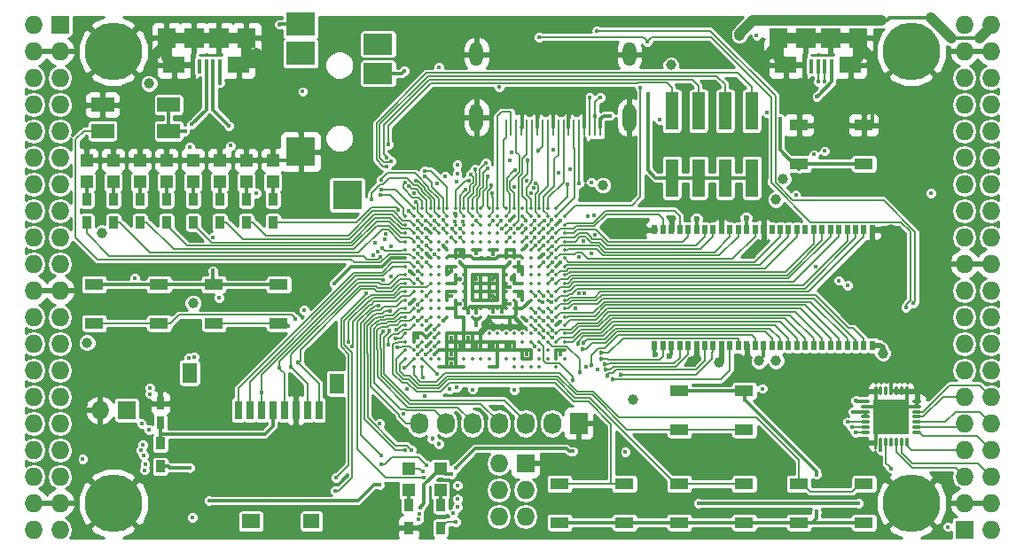
<source format=gtl>
G04 #@! TF.FileFunction,Copper,L1,Top,Signal*
%FSLAX46Y46*%
G04 Gerber Fmt 4.6, Leading zero omitted, Abs format (unit mm)*
G04 Created by KiCad (PCBNEW 4.0.7+dfsg1-1) date Fri Sep 29 01:14:07 2017*
%MOMM*%
%LPD*%
G01*
G04 APERTURE LIST*
%ADD10C,0.100000*%
%ADD11R,1.270000X3.600000*%
%ADD12R,0.700000X1.800000*%
%ADD13R,1.600000X1.400000*%
%ADD14R,1.800000X1.400000*%
%ADD15R,1.400000X1.900000*%
%ADD16R,1.800000X1.100000*%
%ADD17R,1.198880X1.198880*%
%ADD18R,0.560000X0.900000*%
%ADD19R,1.727200X1.727200*%
%ADD20O,1.727200X1.727200*%
%ADD21C,5.500000*%
%ADD22R,2.200000X1.400000*%
%ADD23R,0.900000X1.200000*%
%ADD24R,0.750000X1.200000*%
%ADD25R,2.100000X1.600000*%
%ADD26R,1.900000X1.900000*%
%ADD27R,0.400000X1.350000*%
%ADD28R,1.800000X1.900000*%
%ADD29O,0.850000X0.300000*%
%ADD30O,0.300000X0.850000*%
%ADD31R,1.675000X1.675000*%
%ADD32C,0.350000*%
%ADD33R,1.727200X2.032000*%
%ADD34O,1.727200X2.032000*%
%ADD35R,2.800000X2.200000*%
%ADD36R,2.800000X2.800000*%
%ADD37R,2.800000X2.000000*%
%ADD38O,1.300000X2.700000*%
%ADD39O,1.300000X2.300000*%
%ADD40R,0.250000X1.600000*%
%ADD41C,0.400000*%
%ADD42C,1.000000*%
%ADD43C,0.600000*%
%ADD44C,0.454000*%
%ADD45C,0.300000*%
%ADD46C,1.000000*%
%ADD47C,0.600000*%
%ADD48C,0.500000*%
%ADD49C,0.190000*%
%ADD50C,0.200000*%
%ADD51C,0.254000*%
G04 APERTURE END LIST*
D10*
D11*
X163950000Y-70920000D03*
X161410000Y-70920000D03*
X158870000Y-70920000D03*
X156330000Y-70920000D03*
X156330000Y-77320000D03*
X158870000Y-77320000D03*
X161410000Y-77320000D03*
X163950000Y-77320000D03*
D12*
X114930000Y-99520000D03*
X116030000Y-99520000D03*
X117130000Y-99520000D03*
X118230000Y-99520000D03*
X119330000Y-99520000D03*
X120430000Y-99520000D03*
X121530000Y-99520000D03*
X122630000Y-99520000D03*
D13*
X121920000Y-110120000D03*
D14*
X116120000Y-110120000D03*
D15*
X124320000Y-96970000D03*
X110270000Y-95970000D03*
D16*
X101160000Y-87510000D03*
X107360000Y-87510000D03*
X101160000Y-91210000D03*
X107360000Y-91210000D03*
X112590000Y-87510000D03*
X118790000Y-87510000D03*
X112590000Y-91210000D03*
X118790000Y-91210000D03*
X157040000Y-97670000D03*
X163240000Y-97670000D03*
X157040000Y-101370000D03*
X163240000Y-101370000D03*
X163240000Y-110260000D03*
X157040000Y-110260000D03*
X163240000Y-106560000D03*
X157040000Y-106560000D03*
X151810000Y-110260000D03*
X145610000Y-110260000D03*
X151810000Y-106560000D03*
X145610000Y-106560000D03*
X174670000Y-110260000D03*
X168470000Y-110260000D03*
X174670000Y-106560000D03*
X168470000Y-106560000D03*
D17*
X118230000Y-77709020D03*
X118230000Y-75610980D03*
X115690000Y-77709020D03*
X115690000Y-75610980D03*
X113150000Y-77709020D03*
X113150000Y-75610980D03*
X110610000Y-77709020D03*
X110610000Y-75610980D03*
X108070000Y-77709020D03*
X108070000Y-75610980D03*
X105530000Y-77709020D03*
X105530000Y-75610980D03*
X102990000Y-77709020D03*
X102990000Y-75610980D03*
X100450000Y-77709020D03*
X100450000Y-75610980D03*
D18*
X175480000Y-82270000D03*
X154680000Y-93330000D03*
X155480000Y-93330000D03*
X156280000Y-93330000D03*
X157080000Y-93330000D03*
X157880000Y-93330000D03*
X158680000Y-93330000D03*
X159480000Y-93330000D03*
X160280000Y-93330000D03*
X161080000Y-93330000D03*
X161880000Y-93330000D03*
X162680000Y-93330000D03*
X163480000Y-93330000D03*
X164280000Y-93330000D03*
X165080000Y-93330000D03*
X165880000Y-93330000D03*
X166680000Y-93330000D03*
X167480000Y-93330000D03*
X168280000Y-93330000D03*
X169080000Y-93330000D03*
X169880000Y-93330000D03*
X170680000Y-93330000D03*
X171480000Y-93330000D03*
X172280000Y-93330000D03*
X173080000Y-93330000D03*
X173880000Y-93330000D03*
X174680000Y-93330000D03*
X175480000Y-93330000D03*
X174680000Y-82270000D03*
X173880000Y-82270000D03*
X173080000Y-82270000D03*
X172280000Y-82270000D03*
X171480000Y-82270000D03*
X170680000Y-82270000D03*
X169880000Y-82270000D03*
X169080000Y-82270000D03*
X168280000Y-82270000D03*
X167480000Y-82270000D03*
X166680000Y-82270000D03*
X165880000Y-82270000D03*
X165080000Y-82270000D03*
X164280000Y-82270000D03*
X163480000Y-82270000D03*
X162680000Y-82270000D03*
X161880000Y-82270000D03*
X161080000Y-82270000D03*
X160280000Y-82270000D03*
X159480000Y-82270000D03*
X158680000Y-82270000D03*
X157880000Y-82270000D03*
X157080000Y-82270000D03*
X156280000Y-82270000D03*
X155480000Y-82270000D03*
X154680000Y-82270000D03*
D19*
X97910000Y-62690000D03*
D20*
X95370000Y-62690000D03*
X97910000Y-65230000D03*
X95370000Y-65230000D03*
X97910000Y-67770000D03*
X95370000Y-67770000D03*
X97910000Y-70310000D03*
X95370000Y-70310000D03*
X97910000Y-72850000D03*
X95370000Y-72850000D03*
X97910000Y-75390000D03*
X95370000Y-75390000D03*
X97910000Y-77930000D03*
X95370000Y-77930000D03*
X97910000Y-80470000D03*
X95370000Y-80470000D03*
X97910000Y-83010000D03*
X95370000Y-83010000D03*
X97910000Y-85550000D03*
X95370000Y-85550000D03*
X97910000Y-88090000D03*
X95370000Y-88090000D03*
X97910000Y-90630000D03*
X95370000Y-90630000D03*
X97910000Y-93170000D03*
X95370000Y-93170000D03*
X97910000Y-95710000D03*
X95370000Y-95710000D03*
X97910000Y-98250000D03*
X95370000Y-98250000D03*
X97910000Y-100790000D03*
X95370000Y-100790000D03*
X97910000Y-103330000D03*
X95370000Y-103330000D03*
X97910000Y-105870000D03*
X95370000Y-105870000D03*
X97910000Y-108410000D03*
X95370000Y-108410000D03*
X97910000Y-110950000D03*
X95370000Y-110950000D03*
D19*
X184270000Y-110950000D03*
D20*
X186810000Y-110950000D03*
X184270000Y-108410000D03*
X186810000Y-108410000D03*
X184270000Y-105870000D03*
X186810000Y-105870000D03*
X184270000Y-103330000D03*
X186810000Y-103330000D03*
X184270000Y-100790000D03*
X186810000Y-100790000D03*
X184270000Y-98250000D03*
X186810000Y-98250000D03*
X184270000Y-95710000D03*
X186810000Y-95710000D03*
X184270000Y-93170000D03*
X186810000Y-93170000D03*
X184270000Y-90630000D03*
X186810000Y-90630000D03*
X184270000Y-88090000D03*
X186810000Y-88090000D03*
X184270000Y-85550000D03*
X186810000Y-85550000D03*
X184270000Y-83010000D03*
X186810000Y-83010000D03*
X184270000Y-80470000D03*
X186810000Y-80470000D03*
X184270000Y-77930000D03*
X186810000Y-77930000D03*
X184270000Y-75390000D03*
X186810000Y-75390000D03*
X184270000Y-72850000D03*
X186810000Y-72850000D03*
X184270000Y-70310000D03*
X186810000Y-70310000D03*
X184270000Y-67770000D03*
X186810000Y-67770000D03*
X184270000Y-65230000D03*
X186810000Y-65230000D03*
X184270000Y-62690000D03*
X186810000Y-62690000D03*
D21*
X102990000Y-108410000D03*
X179190000Y-108410000D03*
X179190000Y-65230000D03*
X102990000Y-65230000D03*
D16*
X174670000Y-75970000D03*
X168470000Y-75970000D03*
X174670000Y-72270000D03*
X168470000Y-72270000D03*
D22*
X108274000Y-70330000D03*
X101974000Y-70330000D03*
X101974000Y-72830000D03*
X108274000Y-72830000D03*
D19*
X104260000Y-99520000D03*
D20*
X101720000Y-99520000D03*
D17*
X131184000Y-105074980D03*
X131184000Y-107173020D03*
X134232000Y-107173020D03*
X134232000Y-105074980D03*
D23*
X131184000Y-108580000D03*
X131184000Y-110780000D03*
X134232000Y-110780000D03*
X134232000Y-108580000D03*
D24*
X107480000Y-100750000D03*
X107480000Y-98850000D03*
D23*
X107480000Y-102700000D03*
X107480000Y-104900000D03*
D25*
X114980000Y-66510000D03*
X108780000Y-66510000D03*
D26*
X113080000Y-63960000D03*
X110680000Y-63960000D03*
D27*
X113180000Y-66635000D03*
X112530000Y-66635000D03*
X111880000Y-66635000D03*
X111230000Y-66635000D03*
X110580000Y-66635000D03*
D28*
X115680000Y-63960000D03*
X108080000Y-63960000D03*
D25*
X173400000Y-66510000D03*
X167200000Y-66510000D03*
D26*
X171500000Y-63960000D03*
X169100000Y-63960000D03*
D27*
X171600000Y-66635000D03*
X170950000Y-66635000D03*
X170300000Y-66635000D03*
X169650000Y-66635000D03*
X169000000Y-66635000D03*
D28*
X174100000Y-63960000D03*
X166500000Y-63960000D03*
D19*
X142360000Y-104600000D03*
D20*
X139820000Y-104600000D03*
X142360000Y-107140000D03*
X139820000Y-107140000D03*
X142360000Y-109680000D03*
X139820000Y-109680000D03*
D23*
X118230000Y-81570000D03*
X118230000Y-79370000D03*
X115690000Y-81570000D03*
X115690000Y-79370000D03*
X113150000Y-81570000D03*
X113150000Y-79370000D03*
X110610000Y-81570000D03*
X110610000Y-79370000D03*
X108070000Y-81570000D03*
X108070000Y-79370000D03*
X105530000Y-81570000D03*
X105530000Y-79370000D03*
X102990000Y-81570000D03*
X102990000Y-79370000D03*
X100450000Y-81570000D03*
X100450000Y-79370000D03*
D29*
X179735000Y-101655000D03*
X179735000Y-101155000D03*
X179735000Y-100655000D03*
X179735000Y-100155000D03*
X179735000Y-99655000D03*
X179735000Y-99155000D03*
X179735000Y-98655000D03*
D30*
X178785000Y-97705000D03*
X178285000Y-97705000D03*
X177785000Y-97705000D03*
X177285000Y-97705000D03*
X176785000Y-97705000D03*
X176285000Y-97705000D03*
X175785000Y-97705000D03*
D29*
X174835000Y-98655000D03*
X174835000Y-99155000D03*
X174835000Y-99655000D03*
X174835000Y-100155000D03*
X174835000Y-100655000D03*
X174835000Y-101155000D03*
X174835000Y-101655000D03*
D30*
X175785000Y-102605000D03*
X176285000Y-102605000D03*
X176785000Y-102605000D03*
X177285000Y-102605000D03*
X177785000Y-102605000D03*
X178285000Y-102605000D03*
X178785000Y-102605000D03*
D31*
X176447500Y-99317500D03*
X176447500Y-100992500D03*
X178122500Y-99317500D03*
X178122500Y-100992500D03*
D32*
X131680000Y-80200000D03*
X132480000Y-80200000D03*
X133280000Y-80200000D03*
X134080000Y-80200000D03*
X134880000Y-80200000D03*
X135680000Y-80200000D03*
X136480000Y-80200000D03*
X137280000Y-80200000D03*
X138080000Y-80200000D03*
X138880000Y-80200000D03*
X139680000Y-80200000D03*
X140480000Y-80200000D03*
X141280000Y-80200000D03*
X142080000Y-80200000D03*
X142880000Y-80200000D03*
X143680000Y-80200000D03*
X144480000Y-80200000D03*
X145280000Y-80200000D03*
X130880000Y-81000000D03*
X131680000Y-81000000D03*
X132480000Y-81000000D03*
X133280000Y-81000000D03*
X134080000Y-81000000D03*
X134880000Y-81000000D03*
X135680000Y-81000000D03*
X136480000Y-81000000D03*
X137280000Y-81000000D03*
X138080000Y-81000000D03*
X138880000Y-81000000D03*
X139680000Y-81000000D03*
X140480000Y-81000000D03*
X141280000Y-81000000D03*
X142080000Y-81000000D03*
X142880000Y-81000000D03*
X143680000Y-81000000D03*
X144480000Y-81000000D03*
X145280000Y-81000000D03*
X146080000Y-81000000D03*
X130880000Y-81800000D03*
X131680000Y-81800000D03*
X132480000Y-81800000D03*
X133280000Y-81800000D03*
X134080000Y-81800000D03*
X134880000Y-81800000D03*
X135680000Y-81800000D03*
X136480000Y-81800000D03*
X137280000Y-81800000D03*
X138080000Y-81800000D03*
X138880000Y-81800000D03*
X139680000Y-81800000D03*
X140480000Y-81800000D03*
X141280000Y-81800000D03*
X142080000Y-81800000D03*
X142880000Y-81800000D03*
X143680000Y-81800000D03*
X144480000Y-81800000D03*
X145280000Y-81800000D03*
X146080000Y-81800000D03*
X130880000Y-82600000D03*
X131680000Y-82600000D03*
X132480000Y-82600000D03*
X133280000Y-82600000D03*
X134080000Y-82600000D03*
X134880000Y-82600000D03*
X135680000Y-82600000D03*
X136480000Y-82600000D03*
X137280000Y-82600000D03*
X138080000Y-82600000D03*
X138880000Y-82600000D03*
X139680000Y-82600000D03*
X140480000Y-82600000D03*
X141280000Y-82600000D03*
X142080000Y-82600000D03*
X142880000Y-82600000D03*
X143680000Y-82600000D03*
X144480000Y-82600000D03*
X145280000Y-82600000D03*
X146080000Y-82600000D03*
X130880000Y-83400000D03*
X131680000Y-83400000D03*
X132480000Y-83400000D03*
X133280000Y-83400000D03*
X134080000Y-83400000D03*
X134880000Y-83400000D03*
X135680000Y-83400000D03*
X136480000Y-83400000D03*
X137280000Y-83400000D03*
X138080000Y-83400000D03*
X138880000Y-83400000D03*
X139680000Y-83400000D03*
X140480000Y-83400000D03*
X141280000Y-83400000D03*
X142080000Y-83400000D03*
X142880000Y-83400000D03*
X143680000Y-83400000D03*
X144480000Y-83400000D03*
X145280000Y-83400000D03*
X146080000Y-83400000D03*
X130880000Y-84200000D03*
X131680000Y-84200000D03*
X132480000Y-84200000D03*
X133280000Y-84200000D03*
X134080000Y-84200000D03*
X134880000Y-84200000D03*
X135680000Y-84200000D03*
X136480000Y-84200000D03*
X137280000Y-84200000D03*
X138080000Y-84200000D03*
X138880000Y-84200000D03*
X139680000Y-84200000D03*
X140480000Y-84200000D03*
X141280000Y-84200000D03*
X142080000Y-84200000D03*
X142880000Y-84200000D03*
X143680000Y-84200000D03*
X144480000Y-84200000D03*
X145280000Y-84200000D03*
X146080000Y-84200000D03*
X130880000Y-85000000D03*
X131680000Y-85000000D03*
X132480000Y-85000000D03*
X133280000Y-85000000D03*
X134080000Y-85000000D03*
X134880000Y-85000000D03*
X135680000Y-85000000D03*
X136480000Y-85000000D03*
X137280000Y-85000000D03*
X138080000Y-85000000D03*
X138880000Y-85000000D03*
X139680000Y-85000000D03*
X140480000Y-85000000D03*
X141280000Y-85000000D03*
X142080000Y-85000000D03*
X142880000Y-85000000D03*
X143680000Y-85000000D03*
X144480000Y-85000000D03*
X145280000Y-85000000D03*
X146080000Y-85000000D03*
X130880000Y-85800000D03*
X131680000Y-85800000D03*
X132480000Y-85800000D03*
X133280000Y-85800000D03*
X134080000Y-85800000D03*
X134880000Y-85800000D03*
X135680000Y-85800000D03*
X136480000Y-85800000D03*
X137280000Y-85800000D03*
X138080000Y-85800000D03*
X138880000Y-85800000D03*
X139680000Y-85800000D03*
X140480000Y-85800000D03*
X141280000Y-85800000D03*
X142080000Y-85800000D03*
X142880000Y-85800000D03*
X143680000Y-85800000D03*
X144480000Y-85800000D03*
X145280000Y-85800000D03*
X146080000Y-85800000D03*
X130880000Y-86600000D03*
X131680000Y-86600000D03*
X132480000Y-86600000D03*
X133280000Y-86600000D03*
X134080000Y-86600000D03*
X134880000Y-86600000D03*
X135680000Y-86600000D03*
X136480000Y-86600000D03*
X137280000Y-86600000D03*
X138080000Y-86600000D03*
X138880000Y-86600000D03*
X139680000Y-86600000D03*
X140480000Y-86600000D03*
X141280000Y-86600000D03*
X142080000Y-86600000D03*
X142880000Y-86600000D03*
X143680000Y-86600000D03*
X144480000Y-86600000D03*
X145280000Y-86600000D03*
X146080000Y-86600000D03*
X130880000Y-87400000D03*
X131680000Y-87400000D03*
X132480000Y-87400000D03*
X133280000Y-87400000D03*
X134080000Y-87400000D03*
X134880000Y-87400000D03*
X135680000Y-87400000D03*
X136480000Y-87400000D03*
X137280000Y-87400000D03*
X138080000Y-87400000D03*
X138880000Y-87400000D03*
X139680000Y-87400000D03*
X140480000Y-87400000D03*
X141280000Y-87400000D03*
X142080000Y-87400000D03*
X142880000Y-87400000D03*
X143680000Y-87400000D03*
X144480000Y-87400000D03*
X145280000Y-87400000D03*
X146080000Y-87400000D03*
X130880000Y-88200000D03*
X131680000Y-88200000D03*
X132480000Y-88200000D03*
X133280000Y-88200000D03*
X134080000Y-88200000D03*
X134880000Y-88200000D03*
X135680000Y-88200000D03*
X136480000Y-88200000D03*
X137280000Y-88200000D03*
X138080000Y-88200000D03*
X138880000Y-88200000D03*
X139680000Y-88200000D03*
X140480000Y-88200000D03*
X141280000Y-88200000D03*
X142080000Y-88200000D03*
X142880000Y-88200000D03*
X143680000Y-88200000D03*
X144480000Y-88200000D03*
X145280000Y-88200000D03*
X146080000Y-88200000D03*
X130880000Y-89000000D03*
X131680000Y-89000000D03*
X132480000Y-89000000D03*
X133280000Y-89000000D03*
X134080000Y-89000000D03*
X134880000Y-89000000D03*
X135680000Y-89000000D03*
X136480000Y-89000000D03*
X137280000Y-89000000D03*
X138080000Y-89000000D03*
X138880000Y-89000000D03*
X139680000Y-89000000D03*
X140480000Y-89000000D03*
X141280000Y-89000000D03*
X142080000Y-89000000D03*
X142880000Y-89000000D03*
X143680000Y-89000000D03*
X144480000Y-89000000D03*
X145280000Y-89000000D03*
X146080000Y-89000000D03*
X130880000Y-89800000D03*
X131680000Y-89800000D03*
X132480000Y-89800000D03*
X133280000Y-89800000D03*
X134080000Y-89800000D03*
X134880000Y-89800000D03*
X135680000Y-89800000D03*
X136480000Y-89800000D03*
X137280000Y-89800000D03*
X138080000Y-89800000D03*
X138880000Y-89800000D03*
X139680000Y-89800000D03*
X140480000Y-89800000D03*
X141280000Y-89800000D03*
X142080000Y-89800000D03*
X142880000Y-89800000D03*
X143680000Y-89800000D03*
X144480000Y-89800000D03*
X145280000Y-89800000D03*
X146080000Y-89800000D03*
X130880000Y-90600000D03*
X131680000Y-90600000D03*
X132480000Y-90600000D03*
X133280000Y-90600000D03*
X134080000Y-90600000D03*
X134880000Y-90600000D03*
X135680000Y-90600000D03*
X136480000Y-90600000D03*
X137280000Y-90600000D03*
X138080000Y-90600000D03*
X138880000Y-90600000D03*
X139680000Y-90600000D03*
X140480000Y-90600000D03*
X141280000Y-90600000D03*
X142080000Y-90600000D03*
X142880000Y-90600000D03*
X143680000Y-90600000D03*
X144480000Y-90600000D03*
X145280000Y-90600000D03*
X146080000Y-90600000D03*
X130880000Y-91400000D03*
X131680000Y-91400000D03*
X132480000Y-91400000D03*
X133280000Y-91400000D03*
X134080000Y-91400000D03*
X142880000Y-91400000D03*
X143680000Y-91400000D03*
X144480000Y-91400000D03*
X145280000Y-91400000D03*
X146080000Y-91400000D03*
X130880000Y-92200000D03*
X131680000Y-92200000D03*
X132480000Y-92200000D03*
X133280000Y-92200000D03*
X134080000Y-92200000D03*
X134880000Y-92200000D03*
X135680000Y-92200000D03*
X136480000Y-92200000D03*
X137280000Y-92200000D03*
X138080000Y-92200000D03*
X138880000Y-92200000D03*
X139680000Y-92200000D03*
X140480000Y-92200000D03*
X141280000Y-92200000D03*
X142080000Y-92200000D03*
X142880000Y-92200000D03*
X143680000Y-92200000D03*
X144480000Y-92200000D03*
X145280000Y-92200000D03*
X146080000Y-92200000D03*
X130880000Y-93000000D03*
X131680000Y-93000000D03*
X132480000Y-93000000D03*
X133280000Y-93000000D03*
X134080000Y-93000000D03*
X134880000Y-93000000D03*
X135680000Y-93000000D03*
X136480000Y-93000000D03*
X137280000Y-93000000D03*
X138080000Y-93000000D03*
X138880000Y-93000000D03*
X139680000Y-93000000D03*
X140480000Y-93000000D03*
X141280000Y-93000000D03*
X142080000Y-93000000D03*
X142880000Y-93000000D03*
X143680000Y-93000000D03*
X144480000Y-93000000D03*
X145280000Y-93000000D03*
X146080000Y-93000000D03*
X130880000Y-93800000D03*
X131680000Y-93800000D03*
X132480000Y-93800000D03*
X133280000Y-93800000D03*
X134080000Y-93800000D03*
X134880000Y-93800000D03*
X135680000Y-93800000D03*
X136480000Y-93800000D03*
X137280000Y-93800000D03*
X138080000Y-93800000D03*
X138880000Y-93800000D03*
X139680000Y-93800000D03*
X140480000Y-93800000D03*
X141280000Y-93800000D03*
X142080000Y-93800000D03*
X142880000Y-93800000D03*
X143680000Y-93800000D03*
X144480000Y-93800000D03*
X145280000Y-93800000D03*
X146080000Y-93800000D03*
X130880000Y-94600000D03*
X131680000Y-94600000D03*
X132480000Y-94600000D03*
X133280000Y-94600000D03*
X134080000Y-94600000D03*
X134880000Y-94600000D03*
X135680000Y-94600000D03*
X136480000Y-94600000D03*
X137280000Y-94600000D03*
X138080000Y-94600000D03*
X138880000Y-94600000D03*
X139680000Y-94600000D03*
X140480000Y-94600000D03*
X141280000Y-94600000D03*
X142080000Y-94600000D03*
X142880000Y-94600000D03*
X143680000Y-94600000D03*
X144480000Y-94600000D03*
X145280000Y-94600000D03*
X146080000Y-94600000D03*
X131680000Y-95400000D03*
X132480000Y-95400000D03*
X134080000Y-95400000D03*
X134880000Y-95400000D03*
X135680000Y-95400000D03*
X136480000Y-95400000D03*
X138880000Y-95400000D03*
X139680000Y-95400000D03*
X141280000Y-95400000D03*
X142080000Y-95400000D03*
X142880000Y-95400000D03*
X143680000Y-95400000D03*
X145280000Y-95400000D03*
D33*
X147440000Y-100790000D03*
D34*
X144900000Y-100790000D03*
X142360000Y-100790000D03*
X139820000Y-100790000D03*
X137280000Y-100790000D03*
X134740000Y-100790000D03*
X132200000Y-100790000D03*
D35*
X120880000Y-62640000D03*
X120880000Y-65440000D03*
D36*
X120880000Y-74840000D03*
X125330000Y-78940000D03*
D37*
X128280000Y-67340000D03*
X128280000Y-64540000D03*
D38*
X152280000Y-71550000D03*
X137680000Y-71550000D03*
D39*
X137680000Y-65500000D03*
D40*
X140480000Y-72500000D03*
X140980000Y-72500000D03*
X141480000Y-72500000D03*
X141980000Y-72500000D03*
X142480000Y-72500000D03*
X142980000Y-72500000D03*
X143480000Y-72500000D03*
X143980000Y-72500000D03*
X144480000Y-72500000D03*
X144980000Y-72500000D03*
X145480000Y-72500000D03*
X145980000Y-72500000D03*
X146480000Y-72500000D03*
X146980000Y-72500000D03*
X147480000Y-72500000D03*
X147980000Y-72500000D03*
X148480000Y-72500000D03*
X148980000Y-72500000D03*
X149480000Y-72500000D03*
D39*
X152280000Y-65500000D03*
D41*
X175495631Y-71457432D03*
D42*
X116676077Y-65372157D03*
D41*
X139575609Y-69792857D03*
X146468970Y-70993942D03*
X144978424Y-71024054D03*
X143480350Y-71016526D03*
X142000564Y-71008511D03*
X113273209Y-99681387D03*
D42*
X165541128Y-65538825D03*
X175041608Y-65589748D03*
X107072473Y-65519920D03*
D41*
X147987361Y-71377791D03*
X144102010Y-84600000D03*
X132880424Y-84561218D03*
X135567436Y-80702302D03*
X132810347Y-82177990D03*
X145713035Y-91022010D03*
X145680000Y-94177990D03*
X177285000Y-95710000D03*
D42*
X177229911Y-82281349D03*
D41*
X170046000Y-85804000D03*
D43*
X164741832Y-81130572D03*
D41*
X120770000Y-72215000D03*
X133216000Y-109934000D03*
D43*
X161067993Y-81216119D03*
D42*
X158233687Y-94852616D03*
X162992748Y-94820185D03*
D43*
X156280000Y-81210838D03*
D41*
X131254529Y-86251357D03*
X140880000Y-81400000D03*
X136085174Y-89394826D03*
X145680000Y-81400000D03*
X120430000Y-97050000D03*
X150080000Y-81600000D03*
X131280000Y-89400000D03*
X133690245Y-94180159D03*
D44*
X139312644Y-91359700D03*
D41*
X140874194Y-91433353D03*
X145680000Y-85422010D03*
X135280000Y-95000000D03*
X135280000Y-94200000D03*
X142480000Y-94200000D03*
X140880000Y-93400000D03*
X139280000Y-93400000D03*
X137680000Y-93400000D03*
X136080000Y-93400000D03*
X136880000Y-92600000D03*
X135280000Y-92600000D03*
X132880000Y-91800000D03*
X132880000Y-93400000D03*
D44*
X141042859Y-86994997D03*
X139280000Y-87000000D03*
X136110990Y-86995403D03*
X139280000Y-88600000D03*
X137680000Y-87000000D03*
X136080000Y-84600000D03*
D42*
X156235582Y-66548363D03*
X166942988Y-77424336D03*
X101932065Y-82585048D03*
X106417803Y-68312483D03*
X166280000Y-94800000D03*
D41*
X112134000Y-108156000D03*
X128390000Y-106632000D03*
X150457224Y-71377791D03*
X172289562Y-87124051D03*
D42*
X166251010Y-79388894D03*
X162787481Y-63718486D03*
X160875897Y-94988750D03*
D41*
X164961419Y-97453112D03*
X164433885Y-63737451D03*
X139820000Y-68665673D03*
X148639876Y-77729346D03*
D42*
X149751640Y-78029346D03*
D41*
X134079160Y-66786153D03*
X109828000Y-72830000D03*
X116654336Y-78777990D03*
X173620534Y-99657935D03*
X173902378Y-98625522D03*
X176285000Y-103330000D03*
D42*
X176474303Y-94069095D03*
D41*
X173094000Y-87582000D03*
D42*
X100479904Y-93063904D03*
D43*
X163422030Y-81120665D03*
X154726292Y-94171363D03*
X156077107Y-94380779D03*
X158680000Y-81210838D03*
D41*
X112515000Y-83010000D03*
X181065000Y-78785000D03*
X128441330Y-100795881D03*
X110529662Y-109760338D03*
X110280000Y-105000000D03*
X100080000Y-104200000D03*
X113080000Y-88800000D03*
D42*
X164653770Y-94825547D03*
D41*
X137665894Y-91402446D03*
X135273306Y-88618602D03*
X139272517Y-84611349D03*
X137680556Y-84534085D03*
X141680000Y-86200000D03*
X135280000Y-86200000D03*
X132880000Y-92600000D03*
X132080000Y-92600000D03*
X141680000Y-88600000D03*
X141680000Y-85400000D03*
D42*
X152621047Y-98519969D03*
D41*
X136885174Y-90194826D03*
X140094890Y-90122990D03*
X139280000Y-90122990D03*
X140880000Y-89400000D03*
X137680000Y-90172990D03*
X140880000Y-87800000D03*
X140880000Y-85400000D03*
D44*
X136080000Y-85400000D03*
D41*
X120375151Y-90779445D03*
X130022933Y-91834237D03*
X119684872Y-91469724D03*
X129902064Y-92678248D03*
D42*
X110617371Y-89287199D03*
D41*
X142480000Y-91000000D03*
X142480000Y-83800000D03*
X134480000Y-83800000D03*
X134480000Y-91000000D03*
X105037711Y-86909456D03*
X155149360Y-71764535D03*
X121086654Y-69078528D03*
X170182962Y-69571012D03*
X174110000Y-108410000D03*
X158870000Y-108410000D03*
X135884156Y-106696010D03*
X137288700Y-97538741D03*
X133680000Y-91800000D03*
D44*
X134074414Y-102752225D03*
D41*
X135085458Y-97531790D03*
X135855186Y-108022639D03*
D44*
X133449289Y-102232615D03*
D41*
X133680000Y-92600000D03*
X132752670Y-98178920D03*
X128610113Y-104714568D03*
X132918584Y-104800000D03*
X135853254Y-108792386D03*
X133685668Y-93402482D03*
X130714529Y-99901000D03*
X131039363Y-97487286D03*
X135471949Y-109365878D03*
X132846234Y-94197073D03*
X118858690Y-62658970D03*
X130761990Y-67119621D03*
X148477832Y-69619684D03*
X149475951Y-69619684D03*
X148991194Y-71377791D03*
X153984196Y-64280063D03*
X153322343Y-68673419D03*
X143650666Y-63862520D03*
X178665908Y-89713903D03*
X149183754Y-63257114D03*
X179375977Y-89317806D03*
X140035989Y-81400000D03*
X128776655Y-87110882D03*
X132077895Y-86272150D03*
X117121665Y-97817265D03*
X118843798Y-95498222D03*
D44*
X119978162Y-95412951D03*
X120634035Y-94977604D03*
D41*
X113212238Y-68244401D03*
X166658010Y-71673557D03*
X146387166Y-77939336D03*
X147480000Y-77822010D03*
X131453853Y-103296209D03*
X144891634Y-91008466D03*
D44*
X148653935Y-95249010D03*
X149565978Y-94054788D03*
D41*
X144867244Y-90164455D03*
D44*
X150720500Y-96575802D03*
D41*
X144890381Y-83866022D03*
D44*
X151448039Y-96116317D03*
D41*
X144894101Y-83022010D03*
D44*
X150149219Y-96229829D03*
D41*
X144901285Y-86268736D03*
D44*
X150033441Y-95660469D03*
D41*
X144888562Y-86993817D03*
D44*
X149952517Y-95085120D03*
D41*
X144877648Y-88622010D03*
D44*
X149584522Y-94635504D03*
D41*
X144810610Y-89177990D03*
X144895773Y-91874444D03*
D44*
X147777713Y-93691005D03*
X147356233Y-93219138D03*
D41*
X144102010Y-92600000D03*
D44*
X147915304Y-93060979D03*
D41*
X144882352Y-92577990D03*
X130807074Y-95454141D03*
X130141304Y-93529144D03*
X132080000Y-93400000D03*
X129254670Y-93244631D03*
X133919980Y-96038729D03*
X141280000Y-97600000D03*
X132572818Y-96383863D03*
X135770000Y-97338127D03*
X132080000Y-94200000D03*
X128669601Y-84020243D03*
X105906712Y-103816552D03*
X129459184Y-90039192D03*
X132080000Y-89444020D03*
X130839486Y-103354982D03*
X128602801Y-103872537D03*
X128321313Y-89539949D03*
X132656192Y-105976192D03*
X132880000Y-88600000D03*
X127145130Y-88379076D03*
X124253981Y-105982535D03*
X132080000Y-87000000D03*
X125827283Y-93452662D03*
X124202418Y-107207639D03*
D44*
X142530990Y-75662841D03*
X143525587Y-74749772D03*
D41*
X110313517Y-74380698D03*
X132146108Y-109940263D03*
X114166000Y-74247000D03*
X132189000Y-109415000D03*
X135567436Y-81489225D03*
X135767546Y-77648547D03*
X134702010Y-77200000D03*
X134471354Y-81347908D03*
X132761172Y-77202673D03*
X132737245Y-76676207D03*
X128545566Y-77476577D03*
X127643658Y-79355564D03*
X110718734Y-94451783D03*
X128515897Y-78994176D03*
X110193102Y-94489889D03*
X128569727Y-78469921D03*
X106480000Y-97386401D03*
X131230910Y-78113843D03*
X106480000Y-97968443D03*
X131709326Y-78745875D03*
X132783332Y-81399993D03*
X129016746Y-82660638D03*
X105679715Y-100783924D03*
X132084821Y-83022010D03*
X128948848Y-83183258D03*
X106401171Y-101377901D03*
X132886504Y-83777990D03*
X129513931Y-83860979D03*
X105803161Y-102850427D03*
X132117443Y-83866021D03*
X127966259Y-83527946D03*
X105651866Y-103355255D03*
X132079996Y-84503337D03*
X128256283Y-84387285D03*
X106023598Y-104697574D03*
X133671942Y-84595200D03*
X127824162Y-84688968D03*
X105973679Y-105248709D03*
X132875802Y-85428138D03*
D44*
X146862501Y-96617499D03*
X147534467Y-95913260D03*
D41*
X148102806Y-95339021D03*
X143280000Y-91000000D03*
X149207706Y-95605291D03*
X144082424Y-90132858D03*
X143989948Y-89177990D03*
X147125926Y-89802879D03*
X143281824Y-90201951D03*
X144102010Y-85397219D03*
X147422472Y-84858593D03*
X144886544Y-85385186D03*
X144102010Y-83000000D03*
X148975652Y-82755341D03*
X144885092Y-82177990D03*
X147470668Y-88324835D03*
X144082832Y-88584510D03*
X147997681Y-88324844D03*
X143278026Y-88595030D03*
X144102010Y-82185600D03*
X148935852Y-80899014D03*
X148337768Y-80975785D03*
X144866392Y-81333979D03*
X139280000Y-81400000D03*
X139145358Y-78809170D03*
X139040624Y-78036724D03*
X138723613Y-77165705D03*
X138593844Y-75910161D03*
X138716105Y-76425854D03*
X137680000Y-81400000D03*
X137538026Y-76510532D03*
X137116016Y-76974740D03*
X136928568Y-77562978D03*
X136634118Y-78451672D03*
X135830689Y-76094515D03*
X136411444Y-81497309D03*
X148668800Y-84550385D03*
X144877691Y-84532933D03*
X144102010Y-83800000D03*
X147894174Y-83335809D03*
X142851623Y-78759750D03*
X142473549Y-82998913D03*
X143105106Y-78295223D03*
X142396423Y-82191394D03*
X145494012Y-76834828D03*
X144146021Y-81374784D03*
X143331797Y-77819457D03*
X146627648Y-76461302D03*
X143257990Y-82207154D03*
X143257990Y-81379632D03*
X145017056Y-74655847D03*
X141318978Y-78199263D03*
X141657990Y-82130345D03*
X142413979Y-81382236D03*
X140080000Y-82200000D03*
X141342967Y-76554996D03*
X141046643Y-74873804D03*
X140864029Y-83041403D03*
X140890207Y-75681941D03*
X140924011Y-82179283D03*
X129542604Y-86703515D03*
X132880000Y-83022010D03*
X132080000Y-82177990D03*
X132080000Y-81400000D03*
X131847310Y-79589886D03*
X130856828Y-77742623D03*
X131923295Y-77584853D03*
X133654358Y-82177990D03*
X133627343Y-81396408D03*
X129336756Y-91938993D03*
X132880000Y-91000000D03*
X128765088Y-92004296D03*
X132077648Y-90977990D03*
X130196821Y-80377733D03*
X131180000Y-80500000D03*
X128489708Y-84867377D03*
X132079620Y-85428138D03*
X165432990Y-71070016D03*
X134501414Y-82177578D03*
X133922194Y-77854836D03*
X135680000Y-110200000D03*
X146844288Y-103452739D03*
X132540000Y-105400000D03*
X135680000Y-105037990D03*
X132280000Y-108800000D03*
X135248000Y-105616000D03*
X112515000Y-86185000D03*
X163277422Y-98501717D03*
X170126036Y-109212466D03*
X170157734Y-105666345D03*
X169895346Y-75092988D03*
X143257990Y-83000000D03*
X168166438Y-78955336D03*
X151896383Y-103510715D03*
X114039000Y-72342000D03*
X110483000Y-72215000D03*
X177274002Y-105079115D03*
X143258015Y-93423150D03*
X173867913Y-101655141D03*
X143280000Y-91800000D03*
X144064831Y-91877646D03*
X173497957Y-101157615D03*
X173102681Y-100658357D03*
X144080000Y-91000000D03*
X154044000Y-69294000D03*
X129061632Y-76229575D03*
X135280000Y-83022010D03*
X129493343Y-75737814D03*
X136080000Y-83000000D03*
X129122249Y-75363607D03*
X135345425Y-82176814D03*
X129252218Y-74142461D03*
X135830698Y-76905381D03*
X136080000Y-82200000D03*
X170943165Y-74761464D03*
X143280000Y-83800000D03*
X142480000Y-77600000D03*
X170300000Y-68151000D03*
X170950000Y-68125562D03*
X125480000Y-93000000D03*
X121211999Y-89942596D03*
X132156079Y-90030946D03*
X182654362Y-110665838D03*
X124080000Y-87400000D03*
X124080000Y-87400000D03*
D45*
X175495631Y-71740274D02*
X175495631Y-71457432D01*
X175495631Y-72230631D02*
X175495631Y-71740274D01*
X175535000Y-72270000D02*
X175495631Y-72230631D01*
D46*
X116176078Y-65872156D02*
X116676077Y-65372157D01*
X115894988Y-66124988D02*
X115923246Y-66124988D01*
X115680000Y-65910000D02*
X115894988Y-66124988D01*
X115923246Y-66124988D02*
X116176078Y-65872156D01*
X115680000Y-63960000D02*
X115680000Y-65910000D01*
D45*
X141880000Y-69200000D02*
X140785205Y-69200000D01*
X140785205Y-69200000D02*
X140192348Y-69792857D01*
X140192348Y-69792857D02*
X139858451Y-69792857D01*
X139858451Y-69792857D02*
X139575609Y-69792857D01*
X143480000Y-72500000D02*
X143480000Y-71016876D01*
X143480000Y-71016876D02*
X143480350Y-71016526D01*
X144980000Y-72500000D02*
X144980000Y-71025630D01*
X144980000Y-71025630D02*
X144978424Y-71024054D01*
X146480000Y-72500000D02*
X146480000Y-71004972D01*
X146480000Y-71004972D02*
X146468970Y-70993942D01*
X147980000Y-72500000D02*
X147980000Y-71385152D01*
X147980000Y-71385152D02*
X147987361Y-71377791D01*
X146468970Y-70711100D02*
X146468970Y-70993942D01*
X146468970Y-69211030D02*
X146468970Y-70711100D01*
X146480000Y-69200000D02*
X146468970Y-69211030D01*
X144978424Y-70741212D02*
X144978424Y-71024054D01*
X144978424Y-69201576D02*
X144978424Y-70741212D01*
X144980000Y-69200000D02*
X144978424Y-69201576D01*
X143480350Y-70733684D02*
X143480350Y-71016526D01*
X143480350Y-69200350D02*
X143480350Y-70733684D01*
X143480000Y-69200000D02*
X143480350Y-69200350D01*
X142000564Y-71008511D02*
X142000564Y-72479436D01*
X142000564Y-72479436D02*
X141980000Y-72500000D01*
X142000564Y-70725669D02*
X142000564Y-71008511D01*
X142000564Y-69320564D02*
X142000564Y-70725669D01*
X141880000Y-69200000D02*
X142000564Y-69320564D01*
X146480000Y-69200000D02*
X147780000Y-69200000D01*
X147780000Y-69200000D02*
X147940542Y-69360542D01*
X147987361Y-71094949D02*
X147987361Y-71377791D01*
X147940542Y-71048130D02*
X147987361Y-71094949D01*
X147940542Y-69360542D02*
X147940542Y-71048130D01*
X112441822Y-98850000D02*
X113073210Y-99481388D01*
X107480000Y-98850000D02*
X112441822Y-98850000D01*
X113073210Y-99481388D02*
X113273209Y-99681387D01*
D46*
X166500000Y-64579953D02*
X166041127Y-65038826D01*
X166041127Y-65038826D02*
X165541128Y-65538825D01*
X166500000Y-63960000D02*
X166500000Y-64579953D01*
X174541609Y-65089749D02*
X175041608Y-65589748D01*
X174100000Y-64648140D02*
X174541609Y-65089749D01*
X174100000Y-63960000D02*
X174100000Y-64648140D01*
X107572472Y-65019921D02*
X107072473Y-65519920D01*
X108080000Y-64512393D02*
X107572472Y-65019921D01*
X108080000Y-63960000D02*
X108080000Y-64512393D01*
D47*
X108780000Y-66510000D02*
X110455000Y-66510000D01*
D45*
X110455000Y-66510000D02*
X110580000Y-66635000D01*
D46*
X108080000Y-63960000D02*
X108080000Y-65810000D01*
X108080000Y-65810000D02*
X108780000Y-66510000D01*
X115680000Y-63960000D02*
X115680000Y-65810000D01*
D45*
X115680000Y-65810000D02*
X114980000Y-66510000D01*
D46*
X113080000Y-63960000D02*
X115680000Y-63960000D01*
X110680000Y-63960000D02*
X113080000Y-63960000D01*
X108080000Y-63960000D02*
X110680000Y-63960000D01*
D47*
X167200000Y-66510000D02*
X168875000Y-66510000D01*
D45*
X168875000Y-66510000D02*
X169000000Y-66635000D01*
D46*
X174100000Y-63960000D02*
X174100000Y-65810000D01*
X174100000Y-65810000D02*
X173400000Y-66510000D01*
X166500000Y-63960000D02*
X166500000Y-65810000D01*
X166500000Y-65810000D02*
X167200000Y-66510000D01*
X171500000Y-63960000D02*
X174100000Y-63960000D01*
X169100000Y-63960000D02*
X171500000Y-63960000D01*
X166500000Y-63960000D02*
X169100000Y-63960000D01*
D45*
X143680000Y-85000000D02*
X144080000Y-84600000D01*
X144080000Y-84600000D02*
X144102010Y-84600000D01*
X132880424Y-84600424D02*
X132880424Y-84561218D01*
X133280000Y-85000000D02*
X132880424Y-84600424D01*
X135680000Y-80752513D02*
X135629789Y-80702302D01*
X135629789Y-80702302D02*
X135567436Y-80702302D01*
X135680000Y-81000000D02*
X135680000Y-80752513D01*
X132857990Y-82177990D02*
X132810347Y-82177990D01*
X133280000Y-82600000D02*
X132857990Y-82177990D01*
X145657990Y-91022010D02*
X145713035Y-91022010D01*
X145280000Y-91400000D02*
X145657990Y-91022010D01*
X145680000Y-93800000D02*
X145680000Y-94177990D01*
X178785000Y-97705000D02*
X178785000Y-98655000D01*
X178785000Y-98655000D02*
X178122500Y-99317500D01*
X176285000Y-97705000D02*
X175785000Y-97705000D01*
X175785000Y-102605000D02*
X175785000Y-101655000D01*
X175785000Y-101655000D02*
X176447500Y-100992500D01*
X178122500Y-99317500D02*
X178122500Y-100992500D01*
X176447500Y-99317500D02*
X178122500Y-99317500D01*
X176447500Y-100992500D02*
X178122500Y-100992500D01*
X177285000Y-97705000D02*
X177285000Y-95710000D01*
X178122500Y-99317500D02*
X178285000Y-99155000D01*
X178285000Y-99155000D02*
X179735000Y-99155000D01*
X179735000Y-98655000D02*
X179735000Y-99155000D01*
X177785000Y-97705000D02*
X177920000Y-97705000D01*
X177920000Y-97705000D02*
X178285000Y-97705000D01*
X178285000Y-97705000D02*
X178785000Y-97705000D01*
X177285000Y-97705000D02*
X177785000Y-97705000D01*
X175785000Y-97705000D02*
X175785000Y-98655000D01*
X175785000Y-98655000D02*
X176447500Y-99317500D01*
X174835000Y-99155000D02*
X176285000Y-99155000D01*
X176285000Y-99155000D02*
X176447500Y-99317500D01*
X177241260Y-82270000D02*
X177229911Y-82281349D01*
X164941831Y-81330571D02*
X164741832Y-81130572D01*
X165080000Y-81468740D02*
X164941831Y-81330571D01*
X165080000Y-82270000D02*
X165080000Y-81468740D01*
X120770000Y-73030000D02*
X120770000Y-72215000D01*
X120880000Y-74840000D02*
X120880000Y-73140000D01*
X120880000Y-73140000D02*
X120770000Y-73030000D01*
X118230000Y-75610980D02*
X120109020Y-75610980D01*
X120109020Y-75610980D02*
X120880000Y-74840000D01*
X131184000Y-110780000D02*
X132368460Y-110780000D01*
X132368460Y-110780000D02*
X133214460Y-109934000D01*
X133214460Y-109934000D02*
X133216000Y-109934000D01*
X142280000Y-69200000D02*
X141880000Y-69200000D01*
X161080000Y-81228126D02*
X161067993Y-81216119D01*
X161080000Y-82270000D02*
X161080000Y-81228126D01*
D48*
X175480000Y-82270000D02*
X177241260Y-82270000D01*
D45*
X158680000Y-94406303D02*
X158433686Y-94652617D01*
X158433686Y-94652617D02*
X158233687Y-94852616D01*
X158680000Y-93330000D02*
X158680000Y-94406303D01*
X163192747Y-94620186D02*
X162992748Y-94820185D01*
X163480000Y-94332933D02*
X163192747Y-94620186D01*
X163480000Y-93330000D02*
X163480000Y-94332933D01*
X156280000Y-82270000D02*
X156280000Y-81210838D01*
X131331357Y-86251357D02*
X131254529Y-86251357D01*
X131680000Y-86600000D02*
X131331357Y-86251357D01*
X141280000Y-81000000D02*
X140880000Y-81400000D01*
X135685174Y-89394826D02*
X135802332Y-89394826D01*
X135680000Y-89400000D02*
X135685174Y-89394826D01*
X135802332Y-89394826D02*
X136085174Y-89394826D01*
X135054999Y-84825001D02*
X137080000Y-84825001D01*
X137280000Y-85000000D02*
X137105001Y-84825001D01*
X137105001Y-84825001D02*
X137080000Y-84825001D01*
X138280000Y-85088351D02*
X137368351Y-85088351D01*
X137368351Y-85088351D02*
X137280000Y-85000000D01*
X139680000Y-86600000D02*
X139280000Y-87000000D01*
X139680000Y-88200000D02*
X139680000Y-89000000D01*
X139680000Y-87400000D02*
X139680000Y-88200000D01*
X139680000Y-86600000D02*
X139680000Y-87400000D01*
X137280000Y-88200000D02*
X137280000Y-89000000D01*
X137280000Y-87400000D02*
X137280000Y-88200000D01*
X137280000Y-86600000D02*
X137280000Y-87400000D01*
X138880000Y-87400000D02*
X138880000Y-88200000D01*
X138880000Y-86600000D02*
X138880000Y-87400000D01*
X138080000Y-87400000D02*
X138080000Y-86600000D01*
X138080000Y-88200000D02*
X138080000Y-87400000D01*
X138080000Y-89000000D02*
X138080000Y-88200000D01*
X138080000Y-88200000D02*
X138880000Y-88200000D01*
X138080000Y-87400000D02*
X138880000Y-87400000D01*
X137280000Y-87400000D02*
X138080000Y-87400000D01*
X145454999Y-81625001D02*
X145680000Y-81400000D01*
X145280000Y-81800000D02*
X145454999Y-81625001D01*
X120430000Y-99520000D02*
X120430000Y-97050000D01*
X153430000Y-81600000D02*
X150080000Y-81600000D01*
X154680000Y-82270000D02*
X154100000Y-82270000D01*
X154100000Y-82270000D02*
X153430000Y-81600000D01*
X141480000Y-89800000D02*
X141480000Y-89200000D01*
X141480000Y-89200000D02*
X141280000Y-89000000D01*
X141280000Y-89800000D02*
X141480000Y-89800000D01*
X141480000Y-89800000D02*
X142080000Y-89800000D01*
X141454999Y-90425001D02*
X141454999Y-89825001D01*
X141454999Y-89825001D02*
X141480000Y-89800000D01*
X131680000Y-89000000D02*
X131280000Y-89400000D01*
X133699841Y-94180159D02*
X133690245Y-94180159D01*
X134080000Y-93800000D02*
X133699841Y-94180159D01*
X139085645Y-91132701D02*
X139312644Y-91359700D01*
X138880000Y-90927056D02*
X139085645Y-91132701D01*
X138880000Y-90600000D02*
X138880000Y-90927056D01*
X140874194Y-90605806D02*
X140874194Y-91150511D01*
X140880000Y-90600000D02*
X140874194Y-90605806D01*
X140874194Y-91150511D02*
X140874194Y-91433353D01*
X140480000Y-90600000D02*
X140880000Y-90600000D01*
X140880000Y-90600000D02*
X141280000Y-90600000D01*
X139680000Y-90600000D02*
X140480000Y-90600000D01*
X138880000Y-90600000D02*
X139680000Y-90600000D01*
X145280000Y-85800000D02*
X145657990Y-85422010D01*
X145657990Y-85422010D02*
X145680000Y-85422010D01*
X141280000Y-85000000D02*
X141280000Y-84800000D01*
X141280000Y-84200000D02*
X141280000Y-85000000D01*
X140480000Y-84200000D02*
X141280000Y-84200000D01*
X141280000Y-84800000D02*
X141280000Y-84200000D01*
X141905001Y-84825001D02*
X141305001Y-84825001D01*
X141305001Y-84825001D02*
X141280000Y-84800000D01*
X140480000Y-85000000D02*
X140480000Y-84200000D01*
X139680000Y-85000000D02*
X139680000Y-84898347D01*
X139680000Y-84898347D02*
X139753346Y-84825001D01*
X138280000Y-85088351D02*
X138680000Y-85088351D01*
X138280000Y-85088351D02*
X139489996Y-85088351D01*
X138080000Y-85000000D02*
X138191649Y-85000000D01*
X138191649Y-85000000D02*
X138280000Y-85088351D01*
X138880000Y-85000000D02*
X138768351Y-85000000D01*
X138768351Y-85000000D02*
X138680000Y-85088351D01*
X135680000Y-84200000D02*
X135680000Y-84800000D01*
X135680000Y-84800000D02*
X135680000Y-85000000D01*
X135054999Y-84825001D02*
X135654999Y-84825001D01*
X135654999Y-84825001D02*
X135680000Y-84800000D01*
X136480000Y-85000000D02*
X136480000Y-84200000D01*
X134880000Y-85000000D02*
X135054999Y-84825001D01*
X138880000Y-87400000D02*
X139680000Y-87400000D01*
X138880000Y-88200000D02*
X138880000Y-89000000D01*
X138880000Y-88200000D02*
X139680000Y-88200000D01*
X137280000Y-88200000D02*
X138080000Y-88200000D01*
X141280000Y-90600000D02*
X141454999Y-90425001D01*
X142280000Y-69200000D02*
X143480000Y-69200000D01*
X143480000Y-69200000D02*
X144980000Y-69200000D01*
X144980000Y-69200000D02*
X146480000Y-69200000D01*
D48*
X115690000Y-75610980D02*
X118230000Y-75610980D01*
X113150000Y-75610980D02*
X115690000Y-75610980D01*
X110610000Y-75610980D02*
X113150000Y-75610980D01*
X108070000Y-75610980D02*
X110610000Y-75610980D01*
X105530000Y-75610980D02*
X108070000Y-75610980D01*
X102990000Y-75610980D02*
X105530000Y-75610980D01*
X100450000Y-75610980D02*
X102990000Y-75610980D01*
D45*
X142080000Y-89800000D02*
X142880000Y-89000000D01*
X145680000Y-93800000D02*
X145280000Y-93800000D01*
X146080000Y-93800000D02*
X145680000Y-93800000D01*
X135680000Y-89400000D02*
X135680000Y-89800000D01*
X135680000Y-89000000D02*
X135680000Y-89400000D01*
X135280000Y-95400000D02*
X135680000Y-95400000D01*
X134880000Y-95400000D02*
X135280000Y-95400000D01*
X135280000Y-95400000D02*
X135280000Y-95000000D01*
X135280000Y-93800000D02*
X135680000Y-93800000D01*
X134880000Y-93800000D02*
X135280000Y-93800000D01*
X135280000Y-93800000D02*
X135280000Y-94200000D01*
X142480000Y-93800000D02*
X142080000Y-93800000D01*
X142880000Y-93800000D02*
X142480000Y-93800000D01*
X142480000Y-93800000D02*
X142480000Y-94200000D01*
X140880000Y-93000000D02*
X141280000Y-93000000D01*
X140480000Y-93000000D02*
X140880000Y-93000000D01*
X140880000Y-93000000D02*
X140880000Y-93400000D01*
X139280000Y-93000000D02*
X138880000Y-93000000D01*
X139680000Y-93000000D02*
X139280000Y-93000000D01*
X139280000Y-93000000D02*
X139280000Y-93400000D01*
X137680000Y-93000000D02*
X137280000Y-93000000D01*
X137680000Y-93000000D02*
X137680000Y-93400000D01*
X138080000Y-93000000D02*
X137680000Y-93000000D01*
X136080000Y-93000000D02*
X135680000Y-93000000D01*
X136480000Y-93000000D02*
X136080000Y-93000000D01*
X136080000Y-93000000D02*
X136080000Y-93400000D01*
X136880000Y-93000000D02*
X136480000Y-93000000D01*
X137280000Y-93000000D02*
X136880000Y-93000000D01*
X136880000Y-93000000D02*
X136880000Y-92600000D01*
X135280000Y-93000000D02*
X135680000Y-93000000D01*
X134880000Y-93000000D02*
X135280000Y-93000000D01*
X135280000Y-93000000D02*
X135280000Y-92600000D01*
X133280000Y-91400000D02*
X132880000Y-91800000D01*
X133280000Y-93000000D02*
X132880000Y-93400000D01*
X139753346Y-84825001D02*
X141905001Y-84825001D01*
X139489996Y-85088351D02*
X139753346Y-84825001D01*
X141905001Y-84825001D02*
X142080000Y-85000000D01*
X141042859Y-86837141D02*
X141042859Y-86994997D01*
X141280000Y-86600000D02*
X141042859Y-86837141D01*
X135684597Y-86995403D02*
X135789964Y-86995403D01*
X135680000Y-87000000D02*
X135684597Y-86995403D01*
X135789964Y-86995403D02*
X136110990Y-86995403D01*
X135680000Y-87000000D02*
X135680000Y-86600000D01*
X135680000Y-87400000D02*
X135680000Y-87000000D01*
X138880000Y-90600000D02*
X138880000Y-91091880D01*
X138880000Y-91091880D02*
X138080000Y-91891880D01*
X138080000Y-91891880D02*
X138080000Y-92200000D01*
X136480000Y-90600000D02*
X136480000Y-92200000D01*
X139680000Y-89000000D02*
X139280000Y-88600000D01*
X137280000Y-86600000D02*
X137680000Y-87000000D01*
X136480000Y-84200000D02*
X136080000Y-84600000D01*
X141280000Y-86600000D02*
X141280000Y-87400000D01*
X142080000Y-87400000D02*
X141280000Y-87400000D01*
X135680000Y-84200000D02*
X136480000Y-84200000D01*
X134880000Y-87400000D02*
X135680000Y-87400000D01*
X138880000Y-86600000D02*
X139680000Y-86600000D01*
X138080000Y-86600000D02*
X138880000Y-86600000D01*
X137280000Y-86600000D02*
X138080000Y-86600000D01*
X138880000Y-89000000D02*
X139680000Y-89000000D01*
X138080000Y-89000000D02*
X138880000Y-89000000D01*
X137280000Y-89000000D02*
X138080000Y-89000000D01*
X135680000Y-89800000D02*
X134880000Y-89800000D01*
X135680000Y-90600000D02*
X135680000Y-89800000D01*
X135680000Y-90600000D02*
X136480000Y-90600000D01*
X140480000Y-93000000D02*
X139680000Y-93000000D01*
X139680000Y-93800000D02*
X140480000Y-93800000D01*
X139680000Y-93800000D02*
X139680000Y-94600000D01*
X139680000Y-95400000D02*
X139680000Y-94600000D01*
X138880000Y-95400000D02*
X139680000Y-95400000D01*
X135680000Y-95400000D02*
X136480000Y-95400000D01*
X135680000Y-95400000D02*
X135680000Y-94600000D01*
X134880000Y-95400000D02*
X134080000Y-95400000D01*
X134880000Y-94600000D02*
X134880000Y-95400000D01*
X134080000Y-93800000D02*
X134880000Y-93800000D01*
X134880000Y-94600000D02*
X134880000Y-93800000D01*
X135680000Y-94600000D02*
X134880000Y-94600000D01*
X135680000Y-93800000D02*
X135680000Y-94600000D01*
X134880000Y-93000000D02*
X134880000Y-93800000D01*
X134880000Y-92200000D02*
X134880000Y-93000000D01*
X135680000Y-92200000D02*
X134880000Y-92200000D01*
X135680000Y-93800000D02*
X136480000Y-93800000D01*
X135680000Y-93000000D02*
X135680000Y-93800000D01*
X135680000Y-92200000D02*
X135680000Y-93000000D01*
X135680000Y-92200000D02*
X136480000Y-92200000D01*
X136480000Y-92200000D02*
X137280000Y-92200000D01*
X137280000Y-93800000D02*
X137280000Y-93000000D01*
X136480000Y-93800000D02*
X137280000Y-93800000D01*
X136480000Y-93000000D02*
X136480000Y-93800000D01*
X136480000Y-92200000D02*
X136480000Y-93000000D01*
X137280000Y-92200000D02*
X138080000Y-92200000D01*
X137280000Y-93800000D02*
X138080000Y-93800000D01*
X137280000Y-92200000D02*
X137280000Y-93000000D01*
X138080000Y-92200000D02*
X138080000Y-93000000D01*
X138080000Y-93000000D02*
X138880000Y-93000000D01*
X138080000Y-93800000D02*
X138080000Y-93000000D01*
X138880000Y-93800000D02*
X138080000Y-93800000D01*
X138880000Y-93000000D02*
X138880000Y-93800000D01*
X139680000Y-93800000D02*
X139680000Y-93000000D01*
X138880000Y-93800000D02*
X139680000Y-93800000D01*
X140480000Y-93000000D02*
X140480000Y-93800000D01*
X141280000Y-93000000D02*
X141280000Y-93800000D01*
X141280000Y-93800000D02*
X142080000Y-93800000D01*
X140480000Y-93800000D02*
X141280000Y-93800000D01*
X142080000Y-94600000D02*
X142880000Y-94600000D01*
X142080000Y-93800000D02*
X142080000Y-94600000D01*
X142880000Y-94600000D02*
X142880000Y-93800000D01*
X145280000Y-93800000D02*
X145280000Y-94600000D01*
X149480000Y-71700000D02*
X149802209Y-71377791D01*
X149802209Y-71377791D02*
X150457224Y-71377791D01*
X149480000Y-72500000D02*
X149480000Y-71700000D01*
X126358000Y-108156000D02*
X112134000Y-108156000D01*
X127882000Y-106632000D02*
X126358000Y-108156000D01*
X128390000Y-106632000D02*
X127882000Y-106632000D01*
D46*
X162787481Y-63718486D02*
X162787481Y-63534790D01*
X162787481Y-63534790D02*
X163287480Y-63034791D01*
X163287480Y-63034791D02*
X164063508Y-62258763D01*
X164063508Y-62258763D02*
X176342510Y-62258763D01*
D45*
X176342510Y-62258763D02*
X176884856Y-62258763D01*
X176884856Y-62258763D02*
X177107672Y-62035947D01*
D46*
X176342510Y-62258763D02*
X176358228Y-62274481D01*
D45*
X177107672Y-62035947D02*
X181075947Y-62035947D01*
X183005038Y-63965038D02*
X185722827Y-63965038D01*
D46*
X181075947Y-62035947D02*
X183005038Y-63965038D01*
D45*
X186810000Y-62877865D02*
X186810000Y-62690000D01*
D46*
X185722827Y-63965038D02*
X186810000Y-62877865D01*
D48*
X161080000Y-94784647D02*
X160875897Y-94988750D01*
X161080000Y-93330000D02*
X161080000Y-94784647D01*
D45*
X108274000Y-72830000D02*
X109828000Y-72830000D01*
X108274000Y-70330000D02*
X108274000Y-72830000D01*
X173623469Y-99655000D02*
X173620534Y-99657935D01*
X174835000Y-99655000D02*
X173623469Y-99655000D01*
X173931856Y-98655000D02*
X173902378Y-98625522D01*
X174835000Y-98655000D02*
X173931856Y-98655000D01*
X176280000Y-103335000D02*
X176285000Y-103330000D01*
X176285000Y-102605000D02*
X176285000Y-103330000D01*
X174835000Y-99655000D02*
X174835000Y-100155000D01*
D48*
X176260000Y-93330000D02*
X176474303Y-93544303D01*
X176474303Y-93544303D02*
X176474303Y-94069095D01*
X175480000Y-93330000D02*
X176260000Y-93330000D01*
D45*
X163480000Y-81178635D02*
X163422030Y-81120665D01*
X163480000Y-82270000D02*
X163480000Y-81178635D01*
X154680000Y-93330000D02*
X154680000Y-94125071D01*
X154680000Y-94125071D02*
X154726292Y-94171363D01*
X156280000Y-94177886D02*
X156077107Y-94380779D01*
X156280000Y-93330000D02*
X156280000Y-94177886D01*
X158680000Y-82270000D02*
X158680000Y-81210838D01*
X134880000Y-86600000D02*
X135280000Y-86200000D01*
X135280000Y-85800000D02*
X135280000Y-86200000D01*
X134880000Y-85800000D02*
X134880000Y-86600000D01*
X108330000Y-105000000D02*
X110280000Y-105000000D01*
X107480000Y-104900000D02*
X108230000Y-104900000D01*
X108230000Y-104900000D02*
X108330000Y-105000000D01*
X164853769Y-94625548D02*
X164653770Y-94825547D01*
X165080000Y-94399317D02*
X164853769Y-94625548D01*
X165080000Y-93330000D02*
X165080000Y-94399317D01*
X137665894Y-91119604D02*
X137665894Y-91402446D01*
X137665894Y-90814106D02*
X137665894Y-91119604D01*
X137680000Y-90800000D02*
X137665894Y-90814106D01*
X137680000Y-90800000D02*
X137880000Y-90800000D01*
X137480000Y-90800000D02*
X137680000Y-90800000D01*
X137880000Y-90800000D02*
X138080000Y-90600000D01*
X137280000Y-90600000D02*
X137480000Y-90800000D01*
X132880000Y-92600000D02*
X133280000Y-92200000D01*
X132480000Y-92200000D02*
X132880000Y-92600000D01*
X134990464Y-88618602D02*
X135273306Y-88618602D01*
X134898602Y-88618602D02*
X134990464Y-88618602D01*
X134880000Y-88600000D02*
X134898602Y-88618602D01*
X139272517Y-84328507D02*
X139272517Y-84611349D01*
X139272517Y-84207483D02*
X139272517Y-84328507D01*
X139280000Y-84200000D02*
X139272517Y-84207483D01*
X137680556Y-84200556D02*
X137680556Y-84251243D01*
X137680000Y-84200000D02*
X137680556Y-84200556D01*
X137680556Y-84251243D02*
X137680556Y-84534085D01*
X142080000Y-88600000D02*
X142080000Y-89000000D01*
X142080000Y-88200000D02*
X142080000Y-88600000D01*
X141680000Y-85800000D02*
X141680000Y-86200000D01*
X135280000Y-85800000D02*
X135680000Y-85800000D01*
X134880000Y-85800000D02*
X135280000Y-85800000D01*
X132080000Y-92200000D02*
X132480000Y-92200000D01*
X131680000Y-92200000D02*
X132080000Y-92200000D01*
X132080000Y-92200000D02*
X132080000Y-92600000D01*
X131680000Y-93000000D02*
X131680000Y-92200000D01*
X134880000Y-88600000D02*
X134880000Y-89000000D01*
X134880000Y-88200000D02*
X134880000Y-88600000D01*
X141680000Y-88200000D02*
X142080000Y-88200000D01*
X141280000Y-88200000D02*
X141680000Y-88200000D01*
X141680000Y-88200000D02*
X141680000Y-88600000D01*
X141680000Y-85800000D02*
X142080000Y-85800000D01*
X141280000Y-85800000D02*
X141680000Y-85800000D01*
X141680000Y-85800000D02*
X141680000Y-85400000D01*
X139280000Y-84200000D02*
X139680000Y-84200000D01*
X138880000Y-84200000D02*
X139280000Y-84200000D01*
X137680000Y-84200000D02*
X138080000Y-84200000D01*
X137280000Y-84200000D02*
X137680000Y-84200000D01*
X142080000Y-85800000D02*
X142080000Y-86600000D01*
X134880000Y-88200000D02*
X135680000Y-88200000D01*
X136654999Y-86800000D02*
X136654999Y-87200000D01*
X136654999Y-86600000D02*
X136654999Y-86800000D01*
X136654999Y-86800000D02*
X136654999Y-86774999D01*
X136654999Y-86774999D02*
X136480000Y-86600000D01*
X136654999Y-87200000D02*
X136654999Y-88200000D01*
X136480000Y-87400000D02*
X136654999Y-87225001D01*
X136654999Y-87225001D02*
X136654999Y-87200000D01*
X136885174Y-89911984D02*
X136885174Y-90194826D01*
X136880000Y-89800000D02*
X136885174Y-89805174D01*
X136885174Y-89805174D02*
X136885174Y-89911984D01*
X138080000Y-89625001D02*
X138880000Y-89625001D01*
X138880000Y-89625001D02*
X139280000Y-89625001D01*
X138880000Y-89800000D02*
X138880000Y-89625001D01*
X138080000Y-89800000D02*
X138080000Y-89625001D01*
X137054999Y-89625001D02*
X137280000Y-89625001D01*
X137280000Y-89625001D02*
X137680000Y-89625001D01*
X137280000Y-89800000D02*
X137280000Y-89625001D01*
X137680000Y-89625001D02*
X138080000Y-89625001D01*
X136480000Y-89000000D02*
X136654999Y-89000000D01*
X136654999Y-88200000D02*
X136654999Y-89000000D01*
X136480000Y-88200000D02*
X136654999Y-88200000D01*
X140094890Y-89840148D02*
X140094890Y-90122990D01*
X140094890Y-89639891D02*
X140094890Y-89840148D01*
X140080000Y-89625001D02*
X140094890Y-89639891D01*
X139280000Y-89625001D02*
X139280000Y-90122990D01*
X139280000Y-89625001D02*
X139680000Y-89625001D01*
X139680000Y-89625001D02*
X140080000Y-89625001D01*
X140080000Y-89625001D02*
X140305001Y-89625001D01*
X139680000Y-89800000D02*
X139680000Y-89625001D01*
X140305001Y-89400000D02*
X140305001Y-89000000D01*
X140305001Y-89000000D02*
X140305001Y-88200000D01*
X140480000Y-89000000D02*
X140305001Y-89000000D01*
X140305001Y-88200000D02*
X140305001Y-87800000D01*
X140480000Y-88200000D02*
X140305001Y-88200000D01*
X140305001Y-87800000D02*
X140305001Y-87400000D01*
X140305001Y-87400000D02*
X140305001Y-86600000D01*
X140480000Y-87400000D02*
X140305001Y-87400000D01*
X140305001Y-86600000D02*
X140305001Y-85974999D01*
X140480000Y-86600000D02*
X140305001Y-86600000D01*
X140480000Y-85800000D02*
X139480000Y-85800000D01*
X139480000Y-85800000D02*
X138680000Y-85800000D01*
X139680000Y-85800000D02*
X139480000Y-85800000D01*
X138680000Y-85800000D02*
X137880000Y-85800000D01*
X138880000Y-85800000D02*
X138680000Y-85800000D01*
X137880000Y-85800000D02*
X137080000Y-85800000D01*
X138080000Y-85800000D02*
X137880000Y-85800000D01*
X137080000Y-85800000D02*
X136480000Y-85800000D01*
X137280000Y-85800000D02*
X137080000Y-85800000D01*
X136654999Y-85974999D02*
X136654999Y-86600000D01*
X136654999Y-89000000D02*
X136654999Y-89625001D01*
X140305001Y-89400000D02*
X140880000Y-89400000D01*
X137680000Y-89625001D02*
X137680000Y-90172990D01*
X136880000Y-89800000D02*
X137054999Y-89625001D01*
X140305001Y-89625001D02*
X140480000Y-89800000D01*
X140305001Y-87800000D02*
X140880000Y-87800000D01*
X140305001Y-89625001D02*
X140305001Y-89400000D01*
X140480000Y-85800000D02*
X140880000Y-85400000D01*
X136480000Y-89800000D02*
X136880000Y-89800000D01*
X136480000Y-85800000D02*
X136080000Y-85400000D01*
X140305001Y-85974999D02*
X140480000Y-85800000D01*
X136480000Y-85800000D02*
X136654999Y-85974999D01*
X136654999Y-89625001D02*
X136480000Y-89800000D01*
D49*
X148488968Y-98358968D02*
X147062304Y-98358968D01*
X134101837Y-97439899D02*
X132070901Y-97439899D01*
X147062304Y-98358968D02*
X145302445Y-96599106D01*
X157040000Y-106560000D02*
X156690000Y-106560000D01*
X156690000Y-106560000D02*
X148488968Y-98358968D01*
X145302445Y-96599106D02*
X134942630Y-96599106D01*
X134942630Y-96599106D02*
X134101837Y-97439899D01*
X131207825Y-96576823D02*
X130706357Y-96576823D01*
X132070901Y-97439899D02*
X131207825Y-96576823D01*
X130706357Y-96576823D02*
X130041550Y-95912016D01*
X130041550Y-95912016D02*
X130041550Y-94638450D01*
X130041550Y-94638450D02*
X130880000Y-93800000D01*
X163240000Y-106560000D02*
X157040000Y-106560000D01*
X101160000Y-91210000D02*
X107010000Y-91210000D01*
X107010000Y-91210000D02*
X107360000Y-91210000D01*
X109237987Y-90422013D02*
X120017719Y-90422013D01*
X120175152Y-90579446D02*
X120375151Y-90779445D01*
X120017719Y-90422013D02*
X120175152Y-90579446D01*
X107360000Y-91210000D02*
X108450000Y-91210000D01*
X108450000Y-91210000D02*
X109237987Y-90422013D01*
X130525433Y-91400000D02*
X130091196Y-91834237D01*
X130091196Y-91834237D02*
X130022933Y-91834237D01*
X130880000Y-91400000D02*
X130525433Y-91400000D01*
X119484873Y-91269725D02*
X119684872Y-91469724D01*
X118790000Y-91210000D02*
X119425148Y-91210000D01*
X119425148Y-91210000D02*
X119484873Y-91269725D01*
X130401752Y-92678248D02*
X130184906Y-92678248D01*
X130880000Y-92200000D02*
X130401752Y-92678248D01*
X130184906Y-92678248D02*
X129902064Y-92678248D01*
X112590000Y-91210000D02*
X118790000Y-91210000D01*
X130193100Y-93000000D02*
X130081742Y-93111358D01*
X130081742Y-93111358D02*
X129816881Y-93111358D01*
X146930994Y-98675979D02*
X148357659Y-98675979D01*
X129702002Y-93226237D02*
X129702002Y-96020789D01*
X148357659Y-98675979D02*
X150540000Y-100858320D01*
X145171135Y-96916117D02*
X145453236Y-97198218D01*
X131076515Y-96893834D02*
X131939591Y-97756910D01*
X130575047Y-96893834D02*
X131076515Y-96893834D01*
X129702002Y-96020789D02*
X130575047Y-96893834D01*
X129816881Y-93111358D02*
X129702002Y-93226237D01*
X150540000Y-100858320D02*
X150540000Y-106485000D01*
X134233147Y-97756910D02*
X135073940Y-96916117D01*
X135073940Y-96916117D02*
X145171135Y-96916117D01*
X130880000Y-93000000D02*
X130193100Y-93000000D01*
X131939591Y-97756910D02*
X134233147Y-97756910D01*
X145453236Y-97198218D02*
X146930994Y-98675979D01*
X150540000Y-106485000D02*
X150615000Y-106560000D01*
X145610000Y-106560000D02*
X150615000Y-106560000D01*
X150615000Y-106560000D02*
X151810000Y-106560000D01*
X131680000Y-95400000D02*
X131680000Y-96142798D01*
X131680000Y-96142798D02*
X132343079Y-96805877D01*
X148824076Y-97724946D02*
X151274968Y-100175838D01*
X132343079Y-96805877D02*
X133839217Y-96805877D01*
X133839217Y-96805877D02*
X134680010Y-95965084D01*
X145565065Y-95965084D02*
X147324924Y-97724946D01*
X134680010Y-95965084D02*
X145565065Y-95965084D01*
X164359767Y-100175838D02*
X168470000Y-104286071D01*
X168470000Y-104286071D02*
X168470000Y-106560000D01*
X147324924Y-97724946D02*
X148824076Y-97724946D01*
X151274968Y-100175838D02*
X164359767Y-100175838D01*
X168820000Y-106560000D02*
X168470000Y-106560000D01*
X174670000Y-106560000D02*
X174320000Y-106560000D01*
X173580000Y-107300000D02*
X169560000Y-107300000D01*
X174320000Y-106560000D02*
X173580000Y-107300000D01*
X169560000Y-107300000D02*
X168820000Y-106560000D01*
X157040000Y-101370000D02*
X152020809Y-101370000D01*
X152020809Y-101370000D02*
X148692766Y-98041957D01*
X163240000Y-101370000D02*
X157040000Y-101370000D01*
X147193614Y-98041957D02*
X147007913Y-97856256D01*
X134811320Y-96282095D02*
X133970527Y-97122888D01*
X130800127Y-96222272D02*
X130358561Y-95780706D01*
X130358561Y-95121439D02*
X130705001Y-94774999D01*
X132202211Y-97122888D02*
X131301595Y-96222272D01*
X130358561Y-95780706D02*
X130358561Y-95121439D01*
X145433755Y-96282095D02*
X134811320Y-96282095D01*
X148692766Y-98041957D02*
X147193614Y-98041957D01*
X147007913Y-97856256D02*
X145433755Y-96282095D01*
X130705001Y-94774999D02*
X130880000Y-94600000D01*
X133970527Y-97122888D02*
X132202211Y-97122888D01*
X131301595Y-96222272D02*
X130800127Y-96222272D01*
D45*
X142080000Y-90600000D02*
X142480000Y-91000000D01*
X142254999Y-84025001D02*
X142480000Y-83800000D01*
X142080000Y-84200000D02*
X142254999Y-84025001D01*
X134880000Y-84200000D02*
X134480000Y-83800000D01*
X134880000Y-90600000D02*
X134480000Y-91000000D01*
X171600000Y-66635000D02*
X171600000Y-68153974D01*
X170382961Y-69371013D02*
X170182962Y-69571012D01*
X171600000Y-68153974D02*
X170382961Y-69371013D01*
X158870000Y-108410000D02*
X174110000Y-108410000D01*
D49*
X134080000Y-91400000D02*
X133680000Y-91800000D01*
X134080000Y-92200000D02*
X133680000Y-92600000D01*
X132918584Y-104800000D02*
X132099569Y-103980985D01*
X128892955Y-104714568D02*
X128610113Y-104714568D01*
X132099569Y-103980985D02*
X129626538Y-103980985D01*
X129626538Y-103980985D02*
X128892955Y-104714568D01*
X133685668Y-93394332D02*
X133685668Y-93402482D01*
X134080000Y-93000000D02*
X133685668Y-93394332D01*
X133280000Y-93800000D02*
X132882927Y-94197073D01*
X132882927Y-94197073D02*
X132846234Y-94197073D01*
D45*
X120880000Y-62640000D02*
X118877660Y-62640000D01*
X118877660Y-62640000D02*
X118858690Y-62658970D01*
X130561991Y-67319620D02*
X130761990Y-67119621D01*
X130541611Y-67340000D02*
X130561991Y-67319620D01*
X128280000Y-67340000D02*
X130541611Y-67340000D01*
D49*
X148480000Y-72500000D02*
X148480000Y-69621852D01*
X148480000Y-69621852D02*
X148477832Y-69619684D01*
X149275952Y-69819683D02*
X149475951Y-69619684D01*
X148991194Y-71377791D02*
X148991194Y-70104441D01*
X148991194Y-70104441D02*
X149275952Y-69819683D01*
X148980000Y-72500000D02*
X148980000Y-71388985D01*
X148980000Y-71388985D02*
X148991194Y-71377791D01*
X178665908Y-89713903D02*
X178665908Y-89431061D01*
X160051626Y-63871626D02*
X154430570Y-63871626D01*
X178665908Y-89431061D02*
X179110133Y-88986836D01*
X154430570Y-63871626D02*
X154003165Y-64299032D01*
X179110133Y-88986836D02*
X179110133Y-82466041D01*
X179110133Y-82466041D02*
X178203440Y-81559348D01*
X178203440Y-81559348D02*
X169544028Y-81559348D01*
X169544028Y-81559348D02*
X165791990Y-77807310D01*
X165791990Y-77807310D02*
X165791990Y-77544690D01*
X165791990Y-77544690D02*
X165855000Y-77481680D01*
X165855000Y-77481680D02*
X165855000Y-69675000D01*
X165855000Y-69675000D02*
X160051626Y-63871626D01*
X154003165Y-64299032D02*
X153984196Y-64280063D01*
X153566653Y-63862520D02*
X153784197Y-64080064D01*
X143650666Y-63862520D02*
X153566653Y-63862520D01*
X153784197Y-64080064D02*
X153984196Y-64280063D01*
X153322343Y-68956261D02*
X153322343Y-68673419D01*
X146080000Y-81000000D02*
X147118000Y-79962000D01*
X152520000Y-79962000D02*
X153322343Y-79159657D01*
X153322343Y-79159657D02*
X153322343Y-68956261D01*
X147118000Y-79962000D02*
X152520000Y-79962000D01*
X179575976Y-89117807D02*
X179375977Y-89317806D01*
X176546413Y-79454000D02*
X179575976Y-82483563D01*
X179575976Y-82483563D02*
X179575976Y-89117807D01*
X166220987Y-69509181D02*
X166220987Y-77787987D01*
X166220987Y-77787987D02*
X167887000Y-79454000D01*
X167887000Y-79454000D02*
X176546413Y-79454000D01*
X149183754Y-63257114D02*
X159968920Y-63257114D01*
X159968920Y-63257114D02*
X166220987Y-69509181D01*
X139680000Y-81800000D02*
X140035989Y-81444011D01*
X140035989Y-81444011D02*
X140035989Y-81400000D01*
X117121665Y-96143675D02*
X126259307Y-87006033D01*
X117121665Y-97817265D02*
X117121665Y-96143675D01*
X126259307Y-87006033D02*
X128671806Y-87006033D01*
X128671806Y-87006033D02*
X128776655Y-87110882D01*
X132152150Y-86272150D02*
X132077895Y-86272150D01*
X132480000Y-86600000D02*
X132152150Y-86272150D01*
X117130000Y-99520000D02*
X117130000Y-97825600D01*
X117130000Y-97825600D02*
X117121665Y-97817265D01*
X130880000Y-86600000D02*
X130258328Y-86600000D01*
X130258328Y-86600000D02*
X129325444Y-87532884D01*
X129325444Y-87532884D02*
X128555793Y-87532884D01*
X118848822Y-94864839D02*
X118848822Y-95493198D01*
X128555793Y-87532884D02*
X128345953Y-87323044D01*
X128345953Y-87323044D02*
X126390617Y-87323044D01*
X126390617Y-87323044D02*
X118848822Y-94864839D01*
X118848822Y-95493198D02*
X118843798Y-95498222D01*
X119330000Y-95984424D02*
X119043797Y-95698221D01*
X119330000Y-99520000D02*
X119330000Y-95984424D01*
X119043797Y-95698221D02*
X118843798Y-95498222D01*
X131680000Y-87400000D02*
X131280000Y-87000000D01*
X128272516Y-87849895D02*
X128062676Y-87640055D01*
X131280000Y-87000000D02*
X130338304Y-87000000D01*
X126521927Y-87640055D02*
X119978162Y-94183820D01*
X130338304Y-87000000D02*
X129488409Y-87849895D01*
X129488409Y-87849895D02*
X128272516Y-87849895D01*
X128062676Y-87640055D02*
X126521927Y-87640055D01*
X119978162Y-94183820D02*
X119978162Y-95091925D01*
X119978162Y-95091925D02*
X119978162Y-95412951D01*
X120205161Y-95639950D02*
X119978162Y-95412951D01*
X121530000Y-96964789D02*
X120205161Y-95639950D01*
X121530000Y-99520000D02*
X121530000Y-96964789D01*
X126653237Y-87957066D02*
X120861034Y-93749269D01*
X130315084Y-87471540D02*
X129619719Y-88166906D01*
X127931366Y-87957066D02*
X126653237Y-87957066D01*
X130880000Y-87400000D02*
X130434324Y-87400000D01*
X120861034Y-94750605D02*
X120634035Y-94977604D01*
X130434324Y-87400000D02*
X130315084Y-87471540D01*
X129619719Y-88166906D02*
X128141206Y-88166906D01*
X128141206Y-88166906D02*
X127931366Y-87957066D01*
X120861034Y-93749269D02*
X120861034Y-94750605D01*
X122630000Y-99520000D02*
X122630000Y-96973569D01*
X122630000Y-96973569D02*
X120861034Y-95204603D01*
X120861034Y-95204603D02*
X120634035Y-94977604D01*
D45*
X113180000Y-68212163D02*
X113212238Y-68244401D01*
X113180000Y-66635000D02*
X113180000Y-68212163D01*
X168470000Y-75970000D02*
X174670000Y-75970000D01*
X168470000Y-76486751D02*
X166658010Y-74674761D01*
X166658010Y-74674761D02*
X166658010Y-71956399D01*
X166658010Y-71956399D02*
X166658010Y-71673557D01*
D49*
X147480000Y-72500000D02*
X147480000Y-77822010D01*
X146387166Y-78222178D02*
X146387166Y-77939336D01*
X146387166Y-79092834D02*
X146387166Y-78222178D01*
X145280000Y-80200000D02*
X146387166Y-79092834D01*
X147480000Y-77539168D02*
X147480000Y-77822010D01*
X129661746Y-90461194D02*
X130322940Y-89800000D01*
X130322940Y-89800000D02*
X130632513Y-89800000D01*
X128921274Y-90461194D02*
X129661746Y-90461194D01*
X127247614Y-91473991D02*
X128018462Y-90703144D01*
X131453853Y-103296209D02*
X131070118Y-102912474D01*
X128135552Y-90703144D02*
X128242723Y-90595973D01*
X127247614Y-94103742D02*
X127247614Y-91473991D01*
X131070118Y-102912474D02*
X129952358Y-102912474D01*
X128786495Y-90595973D02*
X128921274Y-90461194D01*
X127272943Y-100233059D02*
X127272943Y-94129071D01*
X127272943Y-94129071D02*
X127247614Y-94103742D01*
X128018462Y-90703144D02*
X128135552Y-90703144D01*
X128242723Y-90595973D02*
X128786495Y-90595973D01*
X129952358Y-102912474D02*
X127272943Y-100233059D01*
X130632513Y-89800000D02*
X130880000Y-89800000D01*
X146441738Y-86000768D02*
X165221281Y-86000768D01*
X168280000Y-82942049D02*
X168280000Y-82910000D01*
X168280000Y-82910000D02*
X168280000Y-82270000D01*
X165221281Y-86000768D02*
X168280000Y-82942049D01*
X146245505Y-86197001D02*
X146441738Y-86000768D01*
X145280000Y-86600000D02*
X145682999Y-86197001D01*
X145682999Y-86197001D02*
X146245505Y-86197001D01*
X172280000Y-82910000D02*
X172280000Y-82270000D01*
X145680000Y-87800000D02*
X146225446Y-87800000D01*
X167921188Y-87268812D02*
X172280000Y-82910000D01*
X146992034Y-87268812D02*
X167921188Y-87268812D01*
X146500286Y-87760560D02*
X146992034Y-87268812D01*
X146264886Y-87760560D02*
X146500286Y-87760560D01*
X146225446Y-87800000D02*
X146264886Y-87760560D01*
X145280000Y-88200000D02*
X145680000Y-87800000D01*
X155480000Y-82270000D02*
X155480000Y-81200000D01*
X155080000Y-80800000D02*
X150080000Y-80800000D01*
X147186067Y-81955651D02*
X146938720Y-82202999D01*
X155480000Y-81200000D02*
X155080000Y-80800000D01*
X150080000Y-80800000D02*
X148924349Y-81955651D01*
X148924349Y-81955651D02*
X147186067Y-81955651D01*
X146938720Y-82202999D02*
X145677001Y-82202999D01*
X145677001Y-82202999D02*
X145280000Y-82600000D01*
X170680000Y-92690000D02*
X170680000Y-93330000D01*
X147348179Y-91188397D02*
X149223760Y-91188397D01*
X145680000Y-91800000D02*
X146736576Y-91800000D01*
X145280000Y-92200000D02*
X145680000Y-91800000D01*
X146736576Y-91800000D02*
X147348179Y-91188397D01*
X168111911Y-90121911D02*
X170680000Y-92690000D01*
X150290246Y-90121911D02*
X168111911Y-90121911D01*
X149223760Y-91188397D02*
X150290246Y-90121911D01*
X164280000Y-92690000D02*
X163930988Y-92340988D01*
X149350456Y-93605786D02*
X148653935Y-94302307D01*
X163930988Y-92340988D02*
X151209416Y-92340988D01*
X148653935Y-94302307D02*
X148653935Y-94927984D01*
X149944618Y-93605786D02*
X149350456Y-93605786D01*
X164280000Y-93330000D02*
X164280000Y-92690000D01*
X148653935Y-94927984D02*
X148653935Y-95249010D01*
X151209416Y-92340988D02*
X149944618Y-93605786D01*
X144888466Y-91008466D02*
X144891634Y-91008466D01*
X144480000Y-90600000D02*
X144888466Y-91008466D01*
X147123344Y-87585823D02*
X168888739Y-87585823D01*
X146631596Y-88077571D02*
X147123344Y-87585823D01*
X146396196Y-88077571D02*
X146631596Y-88077571D01*
X173080000Y-82910000D02*
X173080000Y-82270000D01*
X146273767Y-88200000D02*
X146396196Y-88077571D01*
X146080000Y-88200000D02*
X146273767Y-88200000D01*
X173080000Y-83394562D02*
X173080000Y-82910000D01*
X168888739Y-87585823D02*
X173080000Y-83394562D01*
X146196243Y-85683757D02*
X164752418Y-85683757D01*
X167480000Y-82956175D02*
X167480000Y-82910000D01*
X164752418Y-85683757D02*
X167480000Y-82956175D01*
X167480000Y-82910000D02*
X167480000Y-82270000D01*
X146080000Y-85800000D02*
X146196243Y-85683757D01*
X149089786Y-82272662D02*
X150281803Y-83464680D01*
X157325320Y-83464680D02*
X157880000Y-82910000D01*
X157880000Y-82910000D02*
X157880000Y-82270000D01*
X150281803Y-83464680D02*
X157325320Y-83464680D01*
X146990039Y-82600000D02*
X147317378Y-82272662D01*
X146080000Y-82600000D02*
X146990039Y-82600000D01*
X147317378Y-82272662D02*
X149089786Y-82272662D01*
X169880000Y-92690000D02*
X169880000Y-93330000D01*
X150421556Y-90438922D02*
X167628922Y-90438922D01*
X167628922Y-90438922D02*
X169880000Y-92690000D01*
X146080000Y-92200000D02*
X146784897Y-92200000D01*
X149355070Y-91505408D02*
X150421556Y-90438922D01*
X146784897Y-92200000D02*
X147479489Y-91505408D01*
X147479489Y-91505408D02*
X149355070Y-91505408D01*
X162680000Y-93330000D02*
X162680000Y-92690000D01*
X149887004Y-94054788D02*
X149565978Y-94054788D01*
X150262536Y-94054788D02*
X149887004Y-94054788D01*
X151659325Y-92657999D02*
X150262536Y-94054788D01*
X162680000Y-92690000D02*
X162647999Y-92657999D01*
X162647999Y-92657999D02*
X151659325Y-92657999D01*
X144480000Y-89800000D02*
X144844455Y-90164455D01*
X144844455Y-90164455D02*
X144867244Y-90164455D01*
X173880000Y-83042883D02*
X173880000Y-82910000D01*
X169020049Y-87902834D02*
X173880000Y-83042883D01*
X145280000Y-89000000D02*
X145680000Y-88600000D01*
X147254654Y-87902834D02*
X169020049Y-87902834D01*
X173880000Y-82910000D02*
X173880000Y-82270000D01*
X146527506Y-88394582D02*
X146762906Y-88394582D01*
X146762906Y-88394582D02*
X147254654Y-87902834D01*
X146322088Y-88600000D02*
X146527506Y-88394582D01*
X145680000Y-88600000D02*
X146322088Y-88600000D01*
X146080000Y-81800000D02*
X146254999Y-81625001D01*
X146254999Y-81625001D02*
X148806678Y-81625001D01*
X148806678Y-81625001D02*
X149961679Y-80470000D01*
X149961679Y-80470000D02*
X156591710Y-80470000D01*
X156591710Y-80470000D02*
X157080000Y-80958290D01*
X157080000Y-80958290D02*
X157080000Y-81630000D01*
X157080000Y-81630000D02*
X157080000Y-82270000D01*
X157080000Y-82270000D02*
X157080000Y-82599602D01*
X169880000Y-82910000D02*
X169880000Y-82270000D01*
X146598104Y-86317779D02*
X167201352Y-86317779D01*
X169880000Y-83639131D02*
X169880000Y-82910000D01*
X167201352Y-86317779D02*
X169880000Y-83639131D01*
X146080000Y-86600000D02*
X146315883Y-86600000D01*
X146315883Y-86600000D02*
X146598104Y-86317779D01*
X148773091Y-83177342D02*
X149546144Y-83177342D01*
X150150493Y-83781691D02*
X158608309Y-83781691D01*
X158608309Y-83781691D02*
X159480000Y-82910000D01*
X149546144Y-83177342D02*
X150150493Y-83781691D01*
X148553651Y-82923035D02*
X148553651Y-82957902D01*
X159480000Y-82910000D02*
X159480000Y-82270000D01*
X148220289Y-82589673D02*
X148553651Y-82923035D01*
X145280000Y-83400000D02*
X145682999Y-82997001D01*
X147448687Y-82589673D02*
X148220289Y-82589673D01*
X147041359Y-82997001D02*
X147448687Y-82589673D01*
X145682999Y-82997001D02*
X147041359Y-82997001D01*
X148553651Y-82957902D02*
X148773091Y-83177342D01*
X150720500Y-96575802D02*
X160980799Y-96575802D01*
X160980799Y-96575802D02*
X161880000Y-95676601D01*
X161880000Y-95676601D02*
X161880000Y-93330000D01*
D50*
X144480000Y-84200000D02*
X144813978Y-83866022D01*
X144813978Y-83866022D02*
X144890381Y-83866022D01*
D49*
X169417298Y-88219845D02*
X174680000Y-82957143D01*
X174680000Y-82910000D02*
X174680000Y-82270000D01*
X148975386Y-88746846D02*
X149502386Y-88219845D01*
X174680000Y-82957143D02*
X174680000Y-82910000D01*
X146370410Y-89000000D02*
X146623564Y-88746845D01*
X146623564Y-88746845D02*
X148975386Y-88746846D01*
X146080000Y-89000000D02*
X146370410Y-89000000D01*
X149502386Y-88219845D02*
X169417298Y-88219845D01*
X149092450Y-90871386D02*
X150158936Y-89804900D01*
X171480000Y-92690000D02*
X171480000Y-93330000D01*
X146080000Y-91400000D02*
X146608614Y-90871386D01*
X168594900Y-89804900D02*
X171480000Y-92690000D01*
X150158936Y-89804900D02*
X168594900Y-89804900D01*
X146608614Y-90871386D02*
X149092450Y-90871386D01*
X150019183Y-84098702D02*
X159091298Y-84098702D01*
X148088979Y-82906684D02*
X148236640Y-83054345D01*
X147579997Y-82906684D02*
X148088979Y-82906684D01*
X160280000Y-82910000D02*
X160280000Y-82270000D01*
X148236640Y-83054345D02*
X148236640Y-83089212D01*
X146080000Y-83400000D02*
X147086681Y-83400000D01*
X149414834Y-83494353D02*
X150019183Y-84098702D01*
X148236640Y-83089212D02*
X148641781Y-83494353D01*
X159091298Y-84098702D02*
X160280000Y-82910000D01*
X147086681Y-83400000D02*
X147579997Y-82906684D01*
X148641781Y-83494353D02*
X149414834Y-83494353D01*
X149633696Y-88536856D02*
X170035667Y-88536856D01*
X174680000Y-92690000D02*
X174680000Y-93330000D01*
X173664011Y-91674011D02*
X174680000Y-92690000D01*
X146754874Y-89063856D02*
X149106697Y-89063856D01*
X146418730Y-89400000D02*
X146754874Y-89063856D01*
X173172822Y-91674011D02*
X173664011Y-91674011D01*
X145280000Y-89800000D02*
X145680000Y-89400000D01*
X145680000Y-89400000D02*
X146418730Y-89400000D01*
X170035667Y-88536856D02*
X173172822Y-91674011D01*
X149106697Y-89063856D02*
X149633696Y-88536856D01*
X160192734Y-94057266D02*
X160192734Y-94582258D01*
X160280000Y-93970000D02*
X160192734Y-94057266D01*
X160192734Y-94582258D02*
X158658675Y-96116317D01*
X151769065Y-96116317D02*
X151448039Y-96116317D01*
X160280000Y-93330000D02*
X160280000Y-93970000D01*
X158658675Y-96116317D02*
X151769065Y-96116317D01*
D50*
X144480000Y-83400000D02*
X144857990Y-83022010D01*
X144857990Y-83022010D02*
X144894101Y-83022010D01*
D49*
X148501668Y-83802561D02*
X145677439Y-83802561D01*
X148510471Y-83811364D02*
X148501668Y-83802561D01*
X160374287Y-84415713D02*
X149887873Y-84415713D01*
X145454999Y-84025001D02*
X145280000Y-84200000D01*
X149283527Y-83811364D02*
X148510471Y-83811364D01*
X149702172Y-84230012D02*
X149283527Y-83811364D01*
X149887873Y-84415713D02*
X149702172Y-84230012D01*
X145677439Y-83802561D02*
X145454999Y-84025001D01*
X161880000Y-82910000D02*
X160374287Y-84415713D01*
X161880000Y-82270000D02*
X161880000Y-82910000D01*
X162680000Y-82910000D02*
X162680000Y-82270000D01*
X148379161Y-84128375D02*
X149152218Y-84128375D01*
X148370358Y-84119572D02*
X148379161Y-84128375D01*
X149756563Y-84732724D02*
X160857276Y-84732724D01*
X146407915Y-84119572D02*
X148370358Y-84119572D01*
X146327487Y-84200000D02*
X146407915Y-84119572D01*
X160857276Y-84732724D02*
X162680000Y-82910000D01*
X146080000Y-84200000D02*
X146327487Y-84200000D01*
X149152218Y-84128375D02*
X149756563Y-84732724D01*
X170680000Y-83287452D02*
X170680000Y-82910000D01*
X167332662Y-86634790D02*
X170680000Y-83287452D01*
X145680000Y-87000000D02*
X146364204Y-87000000D01*
X146729414Y-86634790D02*
X167332662Y-86634790D01*
X146364204Y-87000000D02*
X146729414Y-86634790D01*
X145280000Y-87400000D02*
X145680000Y-87000000D01*
X170680000Y-82910000D02*
X170680000Y-82270000D01*
X150995744Y-95667315D02*
X150660229Y-96002830D01*
X150376218Y-96002830D02*
X150149219Y-96229829D01*
X150660229Y-96002830D02*
X150376218Y-96002830D01*
X158639317Y-95667315D02*
X150995744Y-95667315D01*
X159480000Y-93330000D02*
X159480000Y-94826632D01*
X159480000Y-94826632D02*
X158639317Y-95667315D01*
X144811264Y-86268736D02*
X144901285Y-86268736D01*
X144480000Y-86600000D02*
X144811264Y-86268736D01*
X147727616Y-84436583D02*
X148340768Y-85049735D01*
X164280000Y-82910000D02*
X164280000Y-82270000D01*
X148340768Y-85049735D02*
X162140265Y-85049735D01*
X147070550Y-84597001D02*
X147230968Y-84436583D01*
X145682999Y-84597001D02*
X147070550Y-84597001D01*
X145280000Y-85000000D02*
X145682999Y-84597001D01*
X162140265Y-85049735D02*
X164280000Y-82910000D01*
X147230968Y-84436583D02*
X147727616Y-84436583D01*
X171480000Y-82910000D02*
X171480000Y-82270000D01*
X171480000Y-82940475D02*
X171480000Y-82910000D01*
X146860724Y-86951801D02*
X167468674Y-86951801D01*
X146080000Y-87400000D02*
X146412525Y-87400000D01*
X146412525Y-87400000D02*
X146860724Y-86951801D01*
X167468674Y-86951801D02*
X171480000Y-82940475D01*
X173880000Y-92829510D02*
X173880000Y-93330000D01*
X169904357Y-88853867D02*
X173880000Y-92829510D01*
X149765006Y-88853867D02*
X169904357Y-88853867D01*
X146467051Y-89800000D02*
X146886184Y-89380867D01*
X146886184Y-89380867D02*
X149238007Y-89380867D01*
X146080000Y-89800000D02*
X146467051Y-89800000D01*
X149238007Y-89380867D02*
X149765006Y-88853867D01*
X145280000Y-90600000D02*
X145678604Y-90201396D01*
X149896316Y-89170878D02*
X169596075Y-89170878D01*
X145678604Y-90201396D02*
X146899881Y-90201396D01*
X169596075Y-89170878D02*
X173080000Y-92654803D01*
X146923365Y-90224880D02*
X148842314Y-90224880D01*
X148842314Y-90224880D02*
X149896316Y-89170878D01*
X146899881Y-90201396D02*
X146923365Y-90224880D01*
X173080000Y-92654803D02*
X173080000Y-92690000D01*
X173080000Y-92690000D02*
X173080000Y-93330000D01*
X172280000Y-92690000D02*
X172280000Y-93330000D01*
X150027626Y-89487889D02*
X169077889Y-89487889D01*
X148961140Y-90554375D02*
X150027626Y-89487889D01*
X146327487Y-90600000D02*
X146373112Y-90554375D01*
X169077889Y-89487889D02*
X172280000Y-92690000D01*
X146080000Y-90600000D02*
X146327487Y-90600000D01*
X146373112Y-90554375D02*
X148961140Y-90554375D01*
X150438926Y-95660469D02*
X150354467Y-95660469D01*
X150749091Y-95350304D02*
X150438926Y-95660469D01*
X157880000Y-94162570D02*
X156692266Y-95350304D01*
X156692266Y-95350304D02*
X150749091Y-95350304D01*
X157880000Y-93330000D02*
X157880000Y-94162570D01*
X150354467Y-95660469D02*
X150033441Y-95660469D01*
X144886183Y-86993817D02*
X144888562Y-86993817D01*
X144480000Y-87400000D02*
X144886183Y-86993817D01*
X157080000Y-93330000D02*
X157080000Y-94514249D01*
X150325370Y-95033293D02*
X150273543Y-95085120D01*
X156560956Y-95033293D02*
X150325370Y-95033293D01*
X157080000Y-94514249D02*
X156560956Y-95033293D01*
X150273543Y-95085120D02*
X149952517Y-95085120D01*
X144877648Y-88597648D02*
X144877648Y-88622010D01*
X144480000Y-88200000D02*
X144877648Y-88597648D01*
X150167425Y-94635504D02*
X149905548Y-94635504D01*
X150241675Y-94709754D02*
X150167425Y-94635504D01*
X155480000Y-93330000D02*
X155480000Y-94377038D01*
X149905548Y-94635504D02*
X149584522Y-94635504D01*
X155147284Y-94709754D02*
X150241675Y-94709754D01*
X155480000Y-94377038D02*
X155147284Y-94709754D01*
X144480000Y-89000000D02*
X144657990Y-89177990D01*
X144657990Y-89177990D02*
X144810610Y-89177990D01*
X144480000Y-91400000D02*
X144895773Y-91815773D01*
X144895773Y-91815773D02*
X144895773Y-91874444D01*
X165880000Y-93330000D02*
X165880000Y-92690000D01*
X165213977Y-92023977D02*
X151078106Y-92023977D01*
X151078106Y-92023977D02*
X150011620Y-93090463D01*
X148754539Y-93090463D02*
X148153997Y-93691005D01*
X150011620Y-93090463D02*
X148754539Y-93090463D01*
X165880000Y-92690000D02*
X165213977Y-92023977D01*
X148098739Y-93691005D02*
X147777713Y-93691005D01*
X148153997Y-93691005D02*
X148098739Y-93691005D01*
X169080000Y-92690000D02*
X169080000Y-93330000D01*
X149486380Y-91822419D02*
X150552866Y-90755933D01*
X167145933Y-90755933D02*
X169080000Y-92690000D01*
X147610798Y-91822419D02*
X149486380Y-91822419D01*
X150552866Y-90755933D02*
X167145933Y-90755933D01*
X145680000Y-92600000D02*
X146833217Y-92600000D01*
X146833217Y-92600000D02*
X147610798Y-91822419D01*
X145280000Y-93000000D02*
X145680000Y-92600000D01*
X150684176Y-91072944D02*
X166662944Y-91072944D01*
X168280000Y-92690000D02*
X168280000Y-93330000D01*
X146881538Y-93000000D02*
X147742108Y-92139430D01*
X147742108Y-92139430D02*
X149617690Y-92139430D01*
X166662944Y-91072944D02*
X168280000Y-92690000D01*
X149617690Y-92139430D02*
X150684176Y-91072944D01*
X146080000Y-93000000D02*
X146881538Y-93000000D01*
X146080000Y-85000000D02*
X146446746Y-85366746D01*
X166680000Y-82910000D02*
X166680000Y-82270000D01*
X164223254Y-85366746D02*
X166680000Y-82910000D01*
X146446746Y-85366746D02*
X164223254Y-85366746D01*
X167480000Y-93330000D02*
X167480000Y-92690000D01*
X147356233Y-92973626D02*
X147356233Y-93219138D01*
X150815486Y-91389955D02*
X149749000Y-92456441D01*
X166179955Y-91389955D02*
X150815486Y-91389955D01*
X147873418Y-92456441D02*
X147356233Y-92973626D01*
X149749000Y-92456441D02*
X147873418Y-92456441D01*
X167480000Y-92690000D02*
X166179955Y-91389955D01*
X143680000Y-92200000D02*
X144080000Y-92600000D01*
X144080000Y-92600000D02*
X144102010Y-92600000D01*
X148202831Y-92773452D02*
X148142303Y-92833980D01*
X150946796Y-91706966D02*
X149880310Y-92773452D01*
X148142303Y-92833980D02*
X147915304Y-93060979D01*
X149880310Y-92773452D02*
X148202831Y-92773452D01*
X166680000Y-92690000D02*
X165696966Y-91706966D01*
X166680000Y-93330000D02*
X166680000Y-92690000D01*
X165696966Y-91706966D02*
X150946796Y-91706966D01*
X144857990Y-92577990D02*
X144882352Y-92577990D01*
X144480000Y-92200000D02*
X144857990Y-92577990D01*
X131680000Y-94600000D02*
X130825859Y-95454141D01*
X130825859Y-95454141D02*
X130807074Y-95454141D01*
X130553290Y-93400000D02*
X130424146Y-93529144D01*
X130424146Y-93529144D02*
X130141304Y-93529144D01*
X131680000Y-93800000D02*
X131280000Y-93400000D01*
X131280000Y-93400000D02*
X130553290Y-93400000D01*
X132080000Y-93400000D02*
X132480000Y-93000000D01*
X129254670Y-92961789D02*
X129254670Y-93244631D01*
X131280000Y-91800000D02*
X130681734Y-91800000D01*
X129254670Y-92645643D02*
X129254670Y-92961789D01*
X129644074Y-92256239D02*
X129254670Y-92645643D01*
X131680000Y-91400000D02*
X131280000Y-91800000D01*
X130681734Y-91800000D02*
X130225495Y-92256239D01*
X130225495Y-92256239D02*
X129644074Y-92256239D01*
X133918729Y-96038729D02*
X133919980Y-96038729D01*
X132480000Y-94600000D02*
X133918729Y-96038729D01*
X132480000Y-96291045D02*
X132572818Y-96383863D01*
X132480000Y-95400000D02*
X132480000Y-96291045D01*
X132480000Y-93800000D02*
X132080000Y-94200000D01*
X128198647Y-93709812D02*
X128198647Y-91867918D01*
X128223976Y-96337564D02*
X128223976Y-93735141D01*
X131282913Y-90997087D02*
X131505001Y-90774999D01*
X128636653Y-91547006D02*
X129180425Y-91547006D01*
X128223976Y-93735141D02*
X128198647Y-93709812D01*
X131121391Y-99234979D02*
X128223976Y-96337564D01*
X135877379Y-99234979D02*
X131121391Y-99234979D01*
X137280000Y-100790000D02*
X137280000Y-100637600D01*
X128529482Y-91654177D02*
X128636653Y-91547006D01*
X128198647Y-91867918D02*
X128412389Y-91654177D01*
X128412389Y-91654177D02*
X128529482Y-91654177D01*
X137280000Y-100637600D02*
X135877379Y-99234979D01*
X130064886Y-91412227D02*
X130480025Y-90997087D01*
X129180425Y-91547006D02*
X129315204Y-91412227D01*
X129315204Y-91412227D02*
X130064886Y-91412227D01*
X130480025Y-90997087D02*
X131282913Y-90997087D01*
X131505001Y-90774999D02*
X131680000Y-90600000D01*
X134740000Y-100637600D02*
X133654390Y-99551990D01*
X127906965Y-96933601D02*
X127906965Y-93866451D01*
X134740000Y-100790000D02*
X134740000Y-100637600D01*
X130632513Y-90600000D02*
X130880000Y-90600000D01*
X129933576Y-91095216D02*
X130428792Y-90600000D01*
X130917090Y-99478999D02*
X130452363Y-99478999D01*
X128398172Y-91337166D02*
X128505343Y-91229995D01*
X129049115Y-91229995D02*
X129183894Y-91095216D01*
X128505343Y-91229995D02*
X129049115Y-91229995D01*
X127881636Y-93841122D02*
X127881636Y-91736609D01*
X133654390Y-99551990D02*
X130990081Y-99551990D01*
X127906965Y-93866451D02*
X127881636Y-93841122D01*
X130452363Y-99478999D02*
X127906965Y-96933601D01*
X127881636Y-91736609D02*
X128281080Y-91337166D01*
X130428792Y-90600000D02*
X130632513Y-90600000D01*
X128281080Y-91337166D02*
X128398172Y-91337166D01*
X130990081Y-99551990D02*
X130917090Y-99478999D01*
X129183894Y-91095216D02*
X129933576Y-91095216D01*
X129052584Y-90778205D02*
X128917805Y-90912984D01*
X128374033Y-90912984D02*
X128266862Y-91020155D01*
X127589954Y-97233554D02*
X130292528Y-99936128D01*
X129802266Y-90778205D02*
X129052584Y-90778205D01*
X130292528Y-99936128D02*
X130292528Y-100103561D01*
X127589954Y-93997761D02*
X127589954Y-97233554D01*
X127564625Y-91605300D02*
X127564625Y-93972432D01*
X128266862Y-91020155D02*
X128149771Y-91020155D01*
X128917805Y-90912984D02*
X128374033Y-90912984D01*
X130377472Y-90202999D02*
X129802266Y-90778205D01*
X131146400Y-100790000D02*
X132200000Y-100790000D01*
X130292528Y-100103561D02*
X130978967Y-100790000D01*
X131680000Y-89800000D02*
X131277001Y-90202999D01*
X130978967Y-100790000D02*
X131146400Y-100790000D01*
X131277001Y-90202999D02*
X130377472Y-90202999D01*
X127564625Y-93972432D02*
X127589954Y-93997761D01*
X128149771Y-91020155D02*
X127564625Y-91605300D01*
X130632513Y-84200000D02*
X130549524Y-84282989D01*
X128932347Y-84282989D02*
X128869600Y-84220242D01*
X128869600Y-84220242D02*
X128669601Y-84020243D01*
X130880000Y-84200000D02*
X130632513Y-84200000D01*
X130549524Y-84282989D02*
X128932347Y-84282989D01*
X130839486Y-103354982D02*
X129946545Y-103354982D01*
X128111413Y-90278962D02*
X128655185Y-90278962D01*
X128004242Y-90386133D02*
X128111413Y-90278962D01*
X127887153Y-90386133D02*
X128004242Y-90386133D01*
X129946545Y-103354982D02*
X126955932Y-100364369D01*
X126955932Y-100364369D02*
X126955932Y-94260381D01*
X126930603Y-94235052D02*
X126930603Y-91342682D01*
X126930603Y-91342682D02*
X127887153Y-90386133D01*
X129176342Y-90039192D02*
X129459184Y-90039192D01*
X128894955Y-90039192D02*
X129176342Y-90039192D01*
X126955932Y-94260381D02*
X126930603Y-94235052D01*
X128655185Y-90278962D02*
X128894955Y-90039192D01*
X132080000Y-89400000D02*
X132080000Y-89444020D01*
X132480000Y-89000000D02*
X132080000Y-89400000D01*
X130880000Y-89000000D02*
X130632513Y-89000000D01*
X127755844Y-90069122D02*
X126613592Y-91211373D01*
X126638921Y-94391691D02*
X126638921Y-101908657D01*
X126613592Y-91211373D02*
X126613592Y-94366362D01*
X128402802Y-103672538D02*
X128602801Y-103872537D01*
X126613592Y-94366362D02*
X126638921Y-94391691D01*
X127980103Y-89961951D02*
X127872932Y-90069122D01*
X128523875Y-89961951D02*
X127980103Y-89961951D01*
X128868644Y-89617182D02*
X128523875Y-89961951D01*
X130015331Y-89617182D02*
X128868644Y-89617182D01*
X130632513Y-89000000D02*
X130015331Y-89617182D01*
X127872932Y-90069122D02*
X127755844Y-90069122D01*
X126638921Y-101908657D02*
X128402802Y-103672538D01*
X132656192Y-105976192D02*
X129010068Y-105976192D01*
X126321910Y-94523001D02*
X126296581Y-94497672D01*
X129010068Y-105976192D02*
X126321910Y-103288034D01*
X127624535Y-89752111D02*
X127741622Y-89752111D01*
X127741622Y-89752111D02*
X127953784Y-89539949D01*
X126321910Y-103288034D02*
X126321910Y-94523001D01*
X126296581Y-94497672D02*
X126296581Y-91080064D01*
X126296581Y-91080064D02*
X127624535Y-89752111D01*
X128038471Y-89539949D02*
X128321313Y-89539949D01*
X127953784Y-89539949D02*
X128038471Y-89539949D01*
X133280000Y-88200000D02*
X132880000Y-88600000D01*
X125486323Y-94184585D02*
X124740987Y-93439249D01*
X124740987Y-93439249D02*
X124740987Y-90783219D01*
X124253981Y-105982535D02*
X125486323Y-104750193D01*
X126945131Y-88579075D02*
X127145130Y-88379076D01*
X124740987Y-90783219D02*
X126945131Y-88579075D01*
X125486323Y-104750193D02*
X125486323Y-94184585D01*
X132480000Y-87400000D02*
X132080000Y-87000000D01*
X131280204Y-88599796D02*
X130531792Y-88599796D01*
X125902002Y-93377943D02*
X125827283Y-93452662D01*
X127610312Y-89435100D02*
X127493226Y-89435100D01*
X127927472Y-89117939D02*
X127610312Y-89435100D01*
X130531792Y-88599796D02*
X130013649Y-89117939D01*
X127493226Y-89435100D02*
X125902002Y-91026323D01*
X125902002Y-91026323D02*
X125902002Y-93377943D01*
X130013649Y-89117939D02*
X127927472Y-89117939D01*
X131680000Y-88200000D02*
X131280204Y-88599796D01*
X125803334Y-105955181D02*
X124550876Y-107207639D01*
X124550876Y-107207639D02*
X124485260Y-107207639D01*
X127347692Y-88801078D02*
X127230602Y-88801078D01*
X127664853Y-88483917D02*
X127347692Y-88801078D01*
X129751028Y-88483917D02*
X127664853Y-88483917D01*
X132880000Y-87800000D02*
X130434945Y-87800000D01*
X133280000Y-87400000D02*
X132880000Y-87800000D01*
X124485260Y-107207639D02*
X124202418Y-107207639D01*
X125803334Y-94033376D02*
X125803334Y-105955181D01*
X125057998Y-93288040D02*
X125803334Y-94033376D01*
X127230602Y-88801078D02*
X125057998Y-90973682D01*
X125057998Y-90973682D02*
X125057998Y-93288040D01*
X130434945Y-87800000D02*
X129751028Y-88483917D01*
X140262955Y-73707045D02*
X140262955Y-79982955D01*
X140262955Y-79982955D02*
X140305001Y-80025001D01*
X140305001Y-80025001D02*
X140480000Y-80200000D01*
X140480000Y-72500000D02*
X140480000Y-73490000D01*
X140480000Y-73490000D02*
X140262955Y-73707045D01*
X139680000Y-80200000D02*
X139680000Y-71404608D01*
X139680000Y-71404608D02*
X140071687Y-71012921D01*
X140071687Y-71012921D02*
X140960906Y-71012921D01*
X140960906Y-71012921D02*
X140980000Y-71032015D01*
X140980000Y-71032015D02*
X140980000Y-72500000D01*
X141764977Y-76793819D02*
X140896977Y-77661819D01*
X141480000Y-74864363D02*
X141764977Y-75149340D01*
X140896977Y-78401824D02*
X141280000Y-78784847D01*
X141280000Y-78784847D02*
X141280000Y-79952513D01*
X141480000Y-72500000D02*
X141480000Y-74864363D01*
X141764977Y-75149340D02*
X141764977Y-76793819D01*
X140896977Y-77661819D02*
X140896977Y-78401824D01*
X141280000Y-79952513D02*
X141280000Y-80200000D01*
X142480000Y-72500000D02*
X142480000Y-75049307D01*
X142081988Y-76925129D02*
X141740988Y-77266129D01*
X141454999Y-81625001D02*
X141280000Y-81800000D01*
X142480000Y-75049307D02*
X142081988Y-75447319D01*
X142081988Y-75447319D02*
X142081988Y-76925129D01*
X141740988Y-77266129D02*
X141740988Y-78670119D01*
X141740988Y-78670119D02*
X141678144Y-78732963D01*
X141678144Y-78732963D02*
X141678144Y-81401856D01*
X141678144Y-81401856D02*
X141454999Y-81625001D01*
X142902001Y-77802561D02*
X142429622Y-78274940D01*
X142429622Y-78274940D02*
X142429622Y-78962311D01*
X142980000Y-72500000D02*
X142980000Y-77505837D01*
X142980000Y-77505837D02*
X142902001Y-77583836D01*
X142902001Y-77583836D02*
X142902001Y-77802561D01*
X142429622Y-78962311D02*
X142880000Y-79412689D01*
X142880000Y-79412689D02*
X142880000Y-80200000D01*
X143980000Y-72500000D02*
X143980000Y-74295359D01*
X143980000Y-74295359D02*
X143752586Y-74522773D01*
X143752586Y-74522773D02*
X143525587Y-74749772D01*
X142057999Y-77397439D02*
X142530990Y-76924448D01*
X142880000Y-81000000D02*
X142481747Y-80601747D01*
X142530990Y-76924448D02*
X142530990Y-75983867D01*
X142481747Y-80601747D02*
X142481747Y-79462757D01*
X142481747Y-79462757D02*
X142057999Y-79039009D01*
X142057999Y-79039009D02*
X142057999Y-77397439D01*
X142530990Y-75983867D02*
X142530990Y-75662841D01*
X143680000Y-78946664D02*
X143680000Y-79952513D01*
X144480000Y-72500000D02*
X144480000Y-78146664D01*
X143680000Y-79952513D02*
X143680000Y-80200000D01*
X144480000Y-78146664D02*
X143680000Y-78946664D01*
X145480000Y-72500000D02*
X145480000Y-75108013D01*
X145480000Y-75108013D02*
X145066567Y-75521446D01*
X145066567Y-75521446D02*
X145066567Y-78115651D01*
X145066567Y-78115651D02*
X144076359Y-79105859D01*
X144080000Y-80449943D02*
X144480000Y-80849943D01*
X144480000Y-80849943D02*
X144480000Y-81000000D01*
X144080000Y-79109500D02*
X144080000Y-80449943D01*
X144076359Y-79105859D02*
X144080000Y-79109500D01*
X144076359Y-79105859D02*
X144077001Y-79106501D01*
X145980000Y-72500000D02*
X145980000Y-77727460D01*
X145980000Y-77727460D02*
X144480000Y-79227460D01*
X144480000Y-80200000D02*
X144480000Y-79227460D01*
X146025720Y-72782904D02*
X145980000Y-72737184D01*
X145280000Y-81000000D02*
X147049658Y-79230342D01*
X147049658Y-74519658D02*
X146980000Y-74450000D01*
X147049658Y-79230342D02*
X147049658Y-74519658D01*
X146980000Y-74450000D02*
X146980000Y-72500000D01*
X135680000Y-81552513D02*
X135616712Y-81489225D01*
X135616712Y-81489225D02*
X135567436Y-81489225D01*
X135680000Y-81800000D02*
X135680000Y-81552513D01*
X134880000Y-81800000D02*
X134471354Y-81391354D01*
X134471354Y-81391354D02*
X134471354Y-81347908D01*
X132762490Y-77201355D02*
X132761172Y-77202673D01*
X134880000Y-81000000D02*
X134480099Y-80600099D01*
X132798256Y-77201355D02*
X132762490Y-77201355D01*
X133403202Y-77806301D02*
X132798256Y-77201355D01*
X134480099Y-79265604D02*
X133403202Y-78188707D01*
X133403202Y-78188707D02*
X133403202Y-77806301D01*
X134480099Y-80600099D02*
X134480099Y-79265604D01*
X134880000Y-78195200D02*
X133361007Y-76676207D01*
X134880000Y-80200000D02*
X134880000Y-78195200D01*
X133361007Y-76676207D02*
X133020087Y-76676207D01*
X133020087Y-76676207D02*
X132737245Y-76676207D01*
X131788503Y-76852273D02*
X129169870Y-76852273D01*
X131960745Y-77025490D02*
X131960745Y-77024515D01*
X134080000Y-80200000D02*
X134080000Y-79313826D01*
X134080000Y-79313826D02*
X133086191Y-78320017D01*
X133086191Y-78320017D02*
X133086191Y-78150936D01*
X133086191Y-78150936D02*
X131960745Y-77025490D01*
X131960745Y-77024515D02*
X131788503Y-76852273D01*
X129169870Y-76852273D02*
X128745565Y-77276578D01*
X128745565Y-77276578D02*
X128545566Y-77476577D01*
X131729266Y-78006854D02*
X131043025Y-77320613D01*
X128748128Y-77898579D02*
X128509436Y-77898579D01*
X128509436Y-77898579D02*
X127643658Y-78764357D01*
X129326094Y-77320613D02*
X128748128Y-77898579D01*
X132045468Y-78006854D02*
X131729266Y-78006854D01*
X132452169Y-78413555D02*
X132045468Y-78006854D01*
X132452169Y-78582637D02*
X132452169Y-78413555D01*
X133280000Y-79410468D02*
X132452169Y-78582637D01*
X127643658Y-78764357D02*
X127643658Y-79072722D01*
X127643658Y-79072722D02*
X127643658Y-79355564D01*
X133280000Y-80200000D02*
X133280000Y-79410468D01*
X131043025Y-77320613D02*
X129326094Y-77320613D01*
X130705001Y-80265096D02*
X129434081Y-78994176D01*
X130705001Y-80825001D02*
X130705001Y-80265096D01*
X130880000Y-81000000D02*
X130705001Y-80825001D01*
X128798739Y-78994176D02*
X128515897Y-78994176D01*
X129434081Y-78994176D02*
X128798739Y-78994176D01*
X128852569Y-78469921D02*
X128569727Y-78469921D01*
X129949921Y-78469921D02*
X128852569Y-78469921D01*
X131680000Y-80200000D02*
X129949921Y-78469921D01*
X131440932Y-78323865D02*
X131430909Y-78313842D01*
X133280000Y-81000000D02*
X132877001Y-80597001D01*
X132877001Y-80597001D02*
X132877001Y-79455789D01*
X132877001Y-79455789D02*
X132135158Y-78713947D01*
X132135158Y-78713947D02*
X132135158Y-78544866D01*
X132135158Y-78544866D02*
X131914158Y-78323865D01*
X131914158Y-78323865D02*
X131440932Y-78323865D01*
X131430909Y-78313842D02*
X131230910Y-78113843D01*
D50*
X132879993Y-81399993D02*
X132783332Y-81399993D01*
X133280000Y-81800000D02*
X132879993Y-81399993D01*
D49*
X132102010Y-83022010D02*
X132084821Y-83022010D01*
X132480000Y-83400000D02*
X132102010Y-83022010D01*
X133280000Y-84200000D02*
X132886504Y-83806504D01*
X132886504Y-83806504D02*
X132886504Y-83777990D01*
D50*
X132146021Y-83866021D02*
X132117443Y-83866021D01*
X132480000Y-84200000D02*
X132146021Y-83866021D01*
X132079996Y-84599996D02*
X132079996Y-84503337D01*
X132480000Y-85000000D02*
X132079996Y-84599996D01*
X133675200Y-84595200D02*
X133671942Y-84595200D01*
X134080000Y-85000000D02*
X133675200Y-84595200D01*
X132908138Y-85428138D02*
X132875802Y-85428138D01*
X133280000Y-85800000D02*
X132908138Y-85428138D01*
D49*
X144082999Y-94790561D02*
X144295437Y-95002999D01*
X143680000Y-93000000D02*
X144082999Y-93402999D01*
X144295437Y-95002999D02*
X145569027Y-95002999D01*
X145569027Y-95002999D02*
X146862501Y-96296473D01*
X146862501Y-96296473D02*
X146862501Y-96617499D01*
X144082999Y-93402999D02*
X144082999Y-94790561D01*
X183406401Y-105006401D02*
X184270000Y-105870000D01*
X179287017Y-105006401D02*
X183406401Y-105006401D01*
X177785000Y-103504384D02*
X179287017Y-105006401D01*
X177785000Y-102605000D02*
X177785000Y-103504384D01*
X178285000Y-102605000D02*
X178285000Y-103556063D01*
X178285000Y-103556063D02*
X179328937Y-104600000D01*
X179328937Y-104600000D02*
X185540000Y-104600000D01*
X185540000Y-104600000D02*
X186810000Y-105870000D01*
X147534467Y-95592234D02*
X147534467Y-95913260D01*
X144480000Y-93000000D02*
X144880000Y-93400000D01*
X144880000Y-93400000D02*
X146280000Y-93400000D01*
X147534467Y-94654467D02*
X147534467Y-95592234D01*
X146280000Y-93400000D02*
X147534467Y-94654467D01*
X178785000Y-102605000D02*
X178785000Y-102880000D01*
X178785000Y-102880000D02*
X179235000Y-103330000D01*
X179235000Y-103330000D02*
X183048686Y-103330000D01*
X183048686Y-103330000D02*
X184270000Y-103330000D01*
X143280000Y-91000000D02*
X142880000Y-90600000D01*
X179735000Y-101655000D02*
X180010000Y-101655000D01*
X180010000Y-101655000D02*
X180350000Y-101995000D01*
X185475000Y-101995000D02*
X185946401Y-102466401D01*
X180350000Y-101995000D02*
X185475000Y-101995000D01*
X185946401Y-102466401D02*
X186810000Y-103330000D01*
X144012858Y-90132858D02*
X144082424Y-90132858D01*
X143680000Y-89800000D02*
X144012858Y-90132858D01*
X143857990Y-89177990D02*
X143989948Y-89177990D01*
X143680000Y-89000000D02*
X143857990Y-89177990D01*
X179735000Y-101155000D02*
X183905000Y-101155000D01*
X183905000Y-101155000D02*
X184270000Y-100790000D01*
X179735000Y-100655000D02*
X182460641Y-100655000D01*
X182460641Y-100655000D02*
X183411242Y-99704399D01*
X183411242Y-99704399D02*
X185724399Y-99704399D01*
X185724399Y-99704399D02*
X185946401Y-99926401D01*
X185946401Y-99926401D02*
X186810000Y-100790000D01*
X143281824Y-90201824D02*
X143281824Y-90201951D01*
X142880000Y-89800000D02*
X143281824Y-90201824D01*
X143680000Y-85800000D02*
X144082781Y-85397219D01*
X144082781Y-85397219D02*
X144102010Y-85397219D01*
X144480000Y-85800000D02*
X144886544Y-85393456D01*
X144886544Y-85393456D02*
X144886544Y-85385186D01*
X143680000Y-83400000D02*
X144080000Y-83000000D01*
X144080000Y-83000000D02*
X144102010Y-83000000D01*
X144480000Y-82600000D02*
X144885092Y-82194908D01*
X144885092Y-82194908D02*
X144885092Y-82177990D01*
X179735000Y-100155000D02*
X180350000Y-100155000D01*
X180350000Y-100155000D02*
X182255000Y-98250000D01*
X182255000Y-98250000D02*
X183048686Y-98250000D01*
X183048686Y-98250000D02*
X184270000Y-98250000D01*
X144064510Y-88584510D02*
X144082832Y-88584510D01*
X143680000Y-88200000D02*
X144064510Y-88584510D01*
X179735000Y-99655000D02*
X180350000Y-99655000D01*
X180350000Y-99655000D02*
X182840601Y-97164399D01*
X182840601Y-97164399D02*
X185724399Y-97164399D01*
X185724399Y-97164399D02*
X185946401Y-97386401D01*
X185946401Y-97386401D02*
X186810000Y-98250000D01*
X143275030Y-88595030D02*
X143278026Y-88595030D01*
X142880000Y-88200000D02*
X143275030Y-88595030D01*
X144094400Y-82185600D02*
X144102010Y-82185600D01*
X143680000Y-82600000D02*
X144094400Y-82185600D01*
X144866392Y-81413608D02*
X144866392Y-81333979D01*
X144480000Y-81800000D02*
X144866392Y-81413608D01*
X139280000Y-81400000D02*
X138880000Y-81800000D01*
X139280000Y-80600000D02*
X139280000Y-79226654D01*
X139280000Y-79226654D02*
X139145358Y-79092012D01*
X139145358Y-79092012D02*
X139145358Y-78809170D01*
X138880000Y-81000000D02*
X139280000Y-80600000D01*
X138705001Y-78652713D02*
X139040624Y-78317090D01*
X138880000Y-80200000D02*
X138705001Y-80025001D01*
X138705001Y-80025001D02*
X138705001Y-78652713D01*
X139040624Y-78317090D02*
X139040624Y-78036724D01*
X138723613Y-77448547D02*
X138723613Y-77165705D01*
X138618614Y-77553546D02*
X138723613Y-77448547D01*
X138618614Y-78290780D02*
X138618614Y-77553546D01*
X138324163Y-78585230D02*
X138618614Y-78290780D01*
X138080000Y-80200000D02*
X138324163Y-79955837D01*
X138324163Y-79955837D02*
X138324163Y-78585230D01*
X137690141Y-78916853D02*
X137690141Y-78322610D01*
X138393845Y-76110160D02*
X138593844Y-75910161D01*
X137690141Y-78322610D02*
X137984592Y-78028160D01*
X137984592Y-76519413D02*
X138393845Y-76110160D01*
X137280000Y-79326994D02*
X137690141Y-78916853D01*
X137280000Y-80200000D02*
X137280000Y-79326994D01*
X137984592Y-78028160D02*
X137984592Y-76519413D01*
X138301603Y-76840356D02*
X138516106Y-76625853D01*
X138301603Y-78159470D02*
X138301603Y-76840356D01*
X137682630Y-79372684D02*
X138007152Y-79048163D01*
X138080000Y-81000000D02*
X137682630Y-80602630D01*
X138516106Y-76625853D02*
X138716105Y-76425854D01*
X138007152Y-79048163D02*
X138007152Y-78453920D01*
X137682630Y-80602630D02*
X137682630Y-79372684D01*
X138007152Y-78453920D02*
X138301603Y-78159470D01*
X137680000Y-81400000D02*
X138080000Y-81800000D01*
X137373130Y-78785543D02*
X137373130Y-78191301D01*
X137538026Y-76793374D02*
X137538026Y-76510532D01*
X137667581Y-77896850D02*
X137667581Y-76922929D01*
X137373130Y-78191301D02*
X137667581Y-77896850D01*
X136880000Y-79278673D02*
X137373130Y-78785543D01*
X136880000Y-80600000D02*
X136880000Y-79278673D01*
X137667581Y-76922929D02*
X137538026Y-76793374D01*
X137280000Y-81000000D02*
X136880000Y-80600000D01*
X137316015Y-77174739D02*
X137116016Y-76974740D01*
X136480000Y-80200000D02*
X136480000Y-79230352D01*
X137350570Y-77209294D02*
X137316015Y-77174739D01*
X136480000Y-79230352D02*
X137056119Y-78654233D01*
X137056119Y-78654233D02*
X137056119Y-78059991D01*
X137056119Y-78059991D02*
X137350570Y-77765540D01*
X137350570Y-77765540D02*
X137350570Y-77209294D01*
X135680000Y-80200000D02*
X135680000Y-78528704D01*
X135680000Y-78528704D02*
X136645726Y-77562978D01*
X136645726Y-77562978D02*
X136928568Y-77562978D01*
X136077561Y-80597561D02*
X136077561Y-79008229D01*
X136077561Y-79008229D02*
X136434119Y-78651671D01*
X136434119Y-78651671D02*
X136634118Y-78451672D01*
X136480000Y-81000000D02*
X136077561Y-80597561D01*
X136424796Y-81497309D02*
X136411444Y-81497309D01*
X136480000Y-81800000D02*
X136480000Y-81552513D01*
X136480000Y-81552513D02*
X136424796Y-81497309D01*
X144480000Y-85000000D02*
X144877691Y-84602309D01*
X144877691Y-84602309D02*
X144877691Y-84532933D01*
X144080000Y-83800000D02*
X144102010Y-83800000D01*
X143680000Y-84200000D02*
X144080000Y-83800000D01*
X142473549Y-83006451D02*
X142473549Y-82998913D01*
X142080000Y-83400000D02*
X142473549Y-83006451D01*
X142080000Y-82600000D02*
X142396423Y-82283577D01*
X142396423Y-82283577D02*
X142396423Y-82191394D01*
X144105216Y-81374784D02*
X144146021Y-81374784D01*
X143680000Y-81800000D02*
X144105216Y-81374784D01*
X143271122Y-80582320D02*
X143282999Y-80570443D01*
X143282999Y-80570443D02*
X143282999Y-78863039D01*
X143282999Y-78863039D02*
X143531796Y-78614242D01*
X143531796Y-78614242D02*
X143531796Y-78019456D01*
X143531796Y-78019456D02*
X143331797Y-77819457D01*
X143271122Y-80582320D02*
X143271122Y-80591122D01*
X143271122Y-80591122D02*
X143680000Y-81000000D01*
X143285964Y-80597162D02*
X143271122Y-80582320D01*
X143257990Y-82222010D02*
X143257990Y-82207154D01*
X142880000Y-82600000D02*
X143257990Y-82222010D01*
X142880000Y-81800000D02*
X143257990Y-81422010D01*
X143257990Y-81422010D02*
X143257990Y-81379632D01*
X142080000Y-81800000D02*
X141749655Y-82130345D01*
X141749655Y-82130345D02*
X141657990Y-82130345D01*
X142413979Y-81333979D02*
X142413979Y-81382236D01*
X142080000Y-81000000D02*
X142413979Y-81333979D01*
X140480000Y-81800000D02*
X140080000Y-82200000D01*
X140878407Y-80601593D02*
X140878407Y-78831575D01*
X140579966Y-78533134D02*
X140579966Y-77317997D01*
X140579966Y-77317997D02*
X141142968Y-76754995D01*
X140878407Y-78831575D02*
X140579966Y-78533134D01*
X140480000Y-81000000D02*
X140878407Y-80601593D01*
X141142968Y-76754995D02*
X141342967Y-76554996D01*
X140838597Y-83041403D02*
X140864029Y-83041403D01*
X140480000Y-83400000D02*
X140838597Y-83041403D01*
X140900717Y-82179283D02*
X140924011Y-82179283D01*
X140480000Y-82600000D02*
X140900717Y-82179283D01*
X116030000Y-96787019D02*
X116030000Y-98430000D01*
X126127997Y-86689022D02*
X116030000Y-96787019D01*
X128765402Y-86689022D02*
X126127997Y-86689022D01*
X130880000Y-85800000D02*
X129654424Y-85800000D01*
X116030000Y-98430000D02*
X116030000Y-99520000D01*
X129654424Y-85800000D02*
X128765402Y-86689022D01*
X133280000Y-83400000D02*
X132902010Y-83022010D01*
X132902010Y-83022010D02*
X132880000Y-83022010D01*
X132080000Y-82200000D02*
X132080000Y-82177990D01*
X132480000Y-82600000D02*
X132080000Y-82200000D01*
X132480000Y-81800000D02*
X132080000Y-81400000D01*
X132047309Y-79789885D02*
X131847310Y-79589886D01*
X132082999Y-79825575D02*
X132047309Y-79789885D01*
X132082999Y-80602999D02*
X132082999Y-79825575D01*
X132480000Y-81000000D02*
X132082999Y-80602999D01*
X132140767Y-79167876D02*
X131511031Y-79167876D01*
X131511031Y-79167876D02*
X130656829Y-78313674D01*
X130656829Y-78313674D02*
X130656829Y-77942622D01*
X130656829Y-77942622D02*
X130856828Y-77742623D01*
X132480000Y-80200000D02*
X132480000Y-79507109D01*
X132480000Y-79507109D02*
X132140767Y-79167876D01*
X132769180Y-78451327D02*
X132769180Y-78282246D01*
X132769180Y-78282246D02*
X132071787Y-77584853D01*
X134080000Y-81000000D02*
X133677001Y-80597001D01*
X132071787Y-77584853D02*
X131923295Y-77584853D01*
X133677001Y-79359148D02*
X132769180Y-78451327D01*
X133677001Y-80597001D02*
X133677001Y-79359148D01*
X133657990Y-82177990D02*
X133654358Y-82177990D01*
X134080000Y-82600000D02*
X133657990Y-82177990D01*
X134080000Y-81800000D02*
X133676408Y-81396408D01*
X133676408Y-81396408D02*
X133627343Y-81396408D01*
X131384011Y-98600957D02*
X128857998Y-96074944D01*
X129336756Y-92057190D02*
X129336756Y-91938993D01*
X128832669Y-92561277D02*
X129336756Y-92057190D01*
X140323357Y-98600957D02*
X131384011Y-98600957D01*
X128857998Y-93472521D02*
X128832669Y-93447192D01*
X128857998Y-96074944D02*
X128857998Y-93472521D01*
X142360000Y-100637600D02*
X140323357Y-98600957D01*
X128832669Y-93447192D02*
X128832669Y-92561277D01*
X142360000Y-100790000D02*
X142360000Y-100637600D01*
X133280000Y-90600000D02*
X132880000Y-91000000D01*
X131252701Y-98917968D02*
X128540987Y-96206254D01*
X128540987Y-93603831D02*
X128515658Y-93578502D01*
X128515658Y-93578502D02*
X128515658Y-92253726D01*
X139820000Y-100790000D02*
X139820000Y-100637600D01*
X128565089Y-92204295D02*
X128765088Y-92004296D01*
X138100368Y-98917968D02*
X131252701Y-98917968D01*
X128540987Y-96206254D02*
X128540987Y-93603831D01*
X139820000Y-100637600D02*
X138100368Y-98917968D01*
X128515658Y-92253726D02*
X128565089Y-92204295D01*
X132102010Y-90977990D02*
X132077648Y-90977990D01*
X132480000Y-90600000D02*
X132102010Y-90977990D01*
X139820000Y-100790000D02*
X139820000Y-100942400D01*
X118230000Y-81570000D02*
X126243837Y-81570000D01*
X126243837Y-81570000D02*
X127636103Y-80177734D01*
X127636103Y-80177734D02*
X129996822Y-80177734D01*
X129996822Y-80177734D02*
X130196821Y-80377733D01*
X131680000Y-81000000D02*
X131180000Y-80500000D01*
X129732229Y-80509955D02*
X130622274Y-81400000D01*
X131505001Y-81625001D02*
X131680000Y-81800000D01*
X131280000Y-81400000D02*
X131505001Y-81625001D01*
X130622274Y-81400000D02*
X131280000Y-81400000D01*
X125423238Y-82838917D02*
X127752199Y-80509955D01*
X127752199Y-80509955D02*
X129732229Y-80509955D01*
X117598917Y-82838917D02*
X125423238Y-82838917D01*
X115690000Y-81570000D02*
X116330000Y-81570000D01*
X116330000Y-81570000D02*
X117598917Y-82838917D01*
X130632513Y-81800000D02*
X130880000Y-81800000D01*
X129600920Y-80826966D02*
X130573954Y-81800000D01*
X127883509Y-80826966D02*
X129600920Y-80826966D01*
X115387596Y-83167596D02*
X125542879Y-83167596D01*
X113150000Y-81570000D02*
X113790000Y-81570000D01*
X130573954Y-81800000D02*
X130632513Y-81800000D01*
X113790000Y-81570000D02*
X115387596Y-83167596D01*
X125542879Y-83167596D02*
X127883509Y-80826966D01*
X130527680Y-82202047D02*
X131282047Y-82202047D01*
X110610000Y-81570000D02*
X110610000Y-81720000D01*
X110610000Y-81720000D02*
X112375472Y-83485472D01*
X131282047Y-82202047D02*
X131505001Y-82425001D01*
X128014819Y-81143977D02*
X129469610Y-81143977D01*
X131505001Y-82425001D02*
X131680000Y-82600000D01*
X112375472Y-83485472D02*
X125673324Y-83485472D01*
X129469610Y-81143977D02*
X130527680Y-82202047D01*
X125673324Y-83485472D02*
X128014819Y-81143977D01*
X125790106Y-83817011D02*
X112515000Y-83817011D01*
X129338300Y-81460988D02*
X128146129Y-81460988D01*
X128146129Y-81460988D02*
X125790106Y-83817011D01*
X130880000Y-82600000D02*
X130477312Y-82600000D01*
X130477312Y-82600000D02*
X129338300Y-81460988D01*
X108070000Y-81570000D02*
X108070000Y-81808518D01*
X108070000Y-81808518D02*
X110078493Y-83817011D01*
X110078493Y-83817011D02*
X112515000Y-83817011D01*
X112515000Y-83817011D02*
X112427431Y-83817011D01*
X129350617Y-81921626D02*
X130425992Y-82997001D01*
X131277001Y-82997001D02*
X131505001Y-83225001D01*
X128133812Y-81921626D02*
X129350617Y-81921626D01*
X125921416Y-84134022D02*
X128133812Y-81921626D01*
X108734022Y-84134022D02*
X125921416Y-84134022D01*
X131505001Y-83225001D02*
X131680000Y-83400000D01*
X105530000Y-81570000D02*
X106170000Y-81570000D01*
X130425992Y-82997001D02*
X131277001Y-82997001D01*
X106170000Y-81570000D02*
X108734022Y-84134022D01*
X106511033Y-84451033D02*
X126418610Y-84451033D01*
X102990000Y-81570000D02*
X103630000Y-81570000D01*
X129219307Y-82238637D02*
X130380670Y-83400000D01*
X103630000Y-81570000D02*
X106511033Y-84451033D01*
X126418610Y-84451033D02*
X128631006Y-82238637D01*
X128631006Y-82238637D02*
X129219307Y-82238637D01*
X130380670Y-83400000D02*
X130632513Y-83400000D01*
X130632513Y-83400000D02*
X130880000Y-83400000D01*
X100450000Y-82610254D02*
X102612731Y-84772985D01*
X128289709Y-85067376D02*
X128489708Y-84867377D01*
X128246107Y-85110978D02*
X128289709Y-85067376D01*
X100450000Y-81570000D02*
X100450000Y-82610254D01*
X127203251Y-85110978D02*
X128246107Y-85110978D01*
X126865258Y-84772985D02*
X127203251Y-85110978D01*
X102612731Y-84772985D02*
X126865258Y-84772985D01*
X132480000Y-85800000D02*
X132108138Y-85428138D01*
X132108138Y-85428138D02*
X132079620Y-85428138D01*
X134501414Y-82221414D02*
X134501414Y-82177578D01*
X134880000Y-82600000D02*
X134501414Y-82221414D01*
X135680000Y-110200000D02*
X134812000Y-110200000D01*
X134812000Y-110200000D02*
X134232000Y-110780000D01*
D45*
X135680000Y-105037990D02*
X137545537Y-103172453D01*
X146561446Y-103452739D02*
X146844288Y-103452739D01*
X137545537Y-103172453D02*
X146281160Y-103172453D01*
X146281160Y-103172453D02*
X146561446Y-103452739D01*
D49*
X132214980Y-105074980D02*
X132540000Y-105400000D01*
X131184000Y-105074980D02*
X132214980Y-105074980D01*
D45*
X131184000Y-107173020D02*
X131184000Y-108580000D01*
X134232000Y-107173020D02*
X134232000Y-108580000D01*
X132680000Y-106626980D02*
X134232000Y-105074980D01*
X132680000Y-108400000D02*
X132680000Y-106626980D01*
X132280000Y-108800000D02*
X132680000Y-108400000D01*
X135248000Y-105616000D02*
X134646020Y-105616000D01*
X134646020Y-105616000D02*
X134105000Y-105074980D01*
X107480000Y-101800000D02*
X117480000Y-101800000D01*
X117480000Y-101800000D02*
X118230000Y-101050000D01*
X118230000Y-101050000D02*
X118230000Y-99520000D01*
X107480000Y-101800000D02*
X107480000Y-102700000D01*
X107480000Y-100750000D02*
X107480000Y-101800000D01*
D49*
X131280000Y-85400000D02*
X131505001Y-85625001D01*
X131505001Y-85625001D02*
X131680000Y-85800000D01*
X129606102Y-85400000D02*
X131280000Y-85400000D01*
X114930000Y-97438698D02*
X125996687Y-86372011D01*
X114930000Y-99520000D02*
X114930000Y-97438698D01*
X128634092Y-86372011D02*
X129606102Y-85400000D01*
X125996687Y-86372011D02*
X128634092Y-86372011D01*
X131680000Y-85000000D02*
X131280000Y-84600000D01*
X131280000Y-84600000D02*
X129353897Y-84600000D01*
X129353897Y-84600000D02*
X128525908Y-85427989D01*
X128525908Y-85427989D02*
X126037641Y-85427989D01*
X101452173Y-85102334D02*
X99391404Y-83041565D01*
X126037641Y-85427989D02*
X125711986Y-85102334D01*
X125711986Y-85102334D02*
X101452173Y-85102334D01*
X99391404Y-83041565D02*
X99391404Y-73654596D01*
X99391404Y-73654596D02*
X100216000Y-72830000D01*
X100216000Y-72830000D02*
X101974000Y-72830000D01*
D45*
X107360000Y-87510000D02*
X101775000Y-87510000D01*
X101775000Y-87510000D02*
X101160000Y-87510000D01*
X112515000Y-86185000D02*
X112515000Y-87435000D01*
X112515000Y-87435000D02*
X112590000Y-87510000D01*
X112590000Y-87510000D02*
X118790000Y-87510000D01*
X107360000Y-87510000D02*
X112590000Y-87510000D01*
X163477421Y-98701716D02*
X163277422Y-98501717D01*
X170157734Y-105666345D02*
X170157734Y-105382029D01*
X163277422Y-97707422D02*
X163277422Y-98218875D01*
X163240000Y-97670000D02*
X163277422Y-97707422D01*
X170157734Y-105382029D02*
X163477421Y-98701716D01*
X163277422Y-98218875D02*
X163277422Y-98501717D01*
X157040000Y-97670000D02*
X163240000Y-97670000D01*
X169720000Y-110260000D02*
X168470000Y-110260000D01*
X168470000Y-110260000D02*
X171570000Y-110260000D01*
X163240000Y-110260000D02*
X168470000Y-110260000D01*
X157040000Y-110260000D02*
X163240000Y-110260000D01*
X151810000Y-110260000D02*
X157040000Y-110260000D01*
X145610000Y-110260000D02*
X151810000Y-110260000D01*
X170126036Y-109853964D02*
X169720000Y-110260000D01*
X170126036Y-109212466D02*
X170126036Y-109853964D01*
X171570000Y-110260000D02*
X171173570Y-110260000D01*
X171570000Y-110260000D02*
X174670000Y-110260000D01*
D49*
X143257990Y-83022010D02*
X143257990Y-83000000D01*
X142880000Y-83400000D02*
X143257990Y-83022010D01*
D45*
X118230000Y-77709020D02*
X118230000Y-79370000D01*
X115690000Y-77709020D02*
X115690000Y-79370000D01*
X113150000Y-77709020D02*
X113150000Y-79370000D01*
X110610000Y-77709020D02*
X110610000Y-79370000D01*
X108070000Y-77709020D02*
X108070000Y-79370000D01*
X105530000Y-77709020D02*
X105530000Y-79370000D01*
X102990000Y-77709020D02*
X102990000Y-79370000D01*
X100450000Y-77709020D02*
X100450000Y-79370000D01*
X112515000Y-70818000D02*
X114039000Y-72342000D01*
X112515000Y-67625000D02*
X112515000Y-70818000D01*
X112530000Y-66635000D02*
X112530000Y-67610000D01*
X112530000Y-67610000D02*
X112515000Y-67625000D01*
X111880000Y-70818000D02*
X110483000Y-72215000D01*
X111880000Y-67610000D02*
X111880000Y-70818000D01*
X111880000Y-66635000D02*
X111880000Y-67610000D01*
D49*
X176785000Y-104590113D02*
X177074003Y-104879116D01*
X177074003Y-104879116D02*
X177274002Y-105079115D01*
X176785000Y-102605000D02*
X176785000Y-104590113D01*
X143258015Y-93378015D02*
X143258015Y-93423150D01*
X142880000Y-93000000D02*
X143258015Y-93378015D01*
X173868054Y-101655000D02*
X173867913Y-101655141D01*
X174835000Y-101655000D02*
X173868054Y-101655000D01*
X142880000Y-91400000D02*
X143280000Y-91800000D01*
X144064831Y-91784831D02*
X144064831Y-91877646D01*
X143680000Y-91400000D02*
X144064831Y-91784831D01*
X173500572Y-101155000D02*
X173497957Y-101157615D01*
X174835000Y-101155000D02*
X173500572Y-101155000D01*
X173106038Y-100655000D02*
X173102681Y-100658357D01*
X174835000Y-100655000D02*
X173106038Y-100655000D01*
X143680000Y-90600000D02*
X144080000Y-91000000D01*
D45*
X161410000Y-77320000D02*
X163950000Y-77320000D01*
X158870000Y-77320000D02*
X161410000Y-77320000D01*
X156330000Y-77320000D02*
X158870000Y-77320000D01*
X154044000Y-76579000D02*
X154785000Y-77320000D01*
X154785000Y-77320000D02*
X156330000Y-77320000D01*
X154044000Y-69294000D02*
X154044000Y-76579000D01*
D49*
X163950000Y-71530000D02*
X163950000Y-68621442D01*
X163950000Y-68621442D02*
X162598931Y-67270373D01*
X162598931Y-67270373D02*
X152635815Y-67270373D01*
X152635815Y-67270373D02*
X152613558Y-67292630D01*
X128126736Y-72081125D02*
X128126736Y-75577521D01*
X152613558Y-67292630D02*
X132915231Y-67292630D01*
X132915231Y-67292630D02*
X128126736Y-72081125D01*
X128126736Y-75577521D02*
X128778790Y-76229575D01*
X128778790Y-76229575D02*
X129061632Y-76229575D01*
X135302010Y-83022010D02*
X135280000Y-83022010D01*
X135680000Y-83400000D02*
X135302010Y-83022010D01*
X161410000Y-71530000D02*
X161410000Y-68377917D01*
X161410000Y-68377917D02*
X160619467Y-67587384D01*
X152744868Y-67609641D02*
X133046541Y-67609641D01*
X160619467Y-67587384D02*
X152767125Y-67587384D01*
X152767125Y-67587384D02*
X152744868Y-67609641D01*
X133046541Y-67609641D02*
X128443747Y-72212435D01*
X128443747Y-72212435D02*
X128443747Y-75375568D01*
X129423592Y-75807565D02*
X129493343Y-75737814D01*
X128443747Y-75375568D02*
X128875744Y-75807565D01*
X128875744Y-75807565D02*
X129423592Y-75807565D01*
X136480000Y-83400000D02*
X136080000Y-83000000D01*
X158870000Y-71530000D02*
X158870000Y-68509080D01*
X158870000Y-68509080D02*
X158265315Y-67904395D01*
X158265315Y-67904395D02*
X152898435Y-67904395D01*
X128810253Y-75051611D02*
X128922250Y-75163608D01*
X152898435Y-67904395D02*
X152876178Y-67926652D01*
X128922250Y-75163608D02*
X129122249Y-75363607D01*
X152876178Y-67926652D02*
X133177851Y-67926652D01*
X128810253Y-72294250D02*
X128810253Y-75051611D01*
X133177851Y-67926652D02*
X128810253Y-72294250D01*
X135680000Y-82600000D02*
X135345425Y-82265425D01*
X135345425Y-82265425D02*
X135345425Y-82176814D01*
X156330000Y-71530000D02*
X156330000Y-68688590D01*
X156330000Y-68688590D02*
X155862816Y-68221406D01*
X155862816Y-68221406D02*
X153029745Y-68221406D01*
X153029745Y-68221406D02*
X153007488Y-68243663D01*
X153007488Y-68243663D02*
X133360390Y-68243663D01*
X133360390Y-68243663D02*
X129239970Y-72364083D01*
X129239970Y-72364083D02*
X129239970Y-74130213D01*
X129239970Y-74130213D02*
X129252218Y-74142461D01*
X136480000Y-82600000D02*
X136080000Y-82200000D01*
X142880000Y-84200000D02*
X143280000Y-83800000D01*
X170300000Y-66635000D02*
X170300000Y-68151000D01*
X170950000Y-66635000D02*
X170950000Y-68125562D01*
X125480000Y-91000005D02*
X125480000Y-92717158D01*
X127361916Y-89118089D02*
X125480000Y-91000005D01*
X130483268Y-88200000D02*
X129882340Y-88800928D01*
X127796163Y-88800928D02*
X127479002Y-89118089D01*
X130880000Y-88200000D02*
X130483268Y-88200000D01*
X129882340Y-88800928D02*
X127796163Y-88800928D01*
X127479002Y-89118089D02*
X127361916Y-89118089D01*
X125480000Y-92717158D02*
X125480000Y-93000000D01*
X132249054Y-90030946D02*
X132156079Y-90030946D01*
X132480000Y-89800000D02*
X132249054Y-90030946D01*
D45*
X128679999Y-85799999D02*
X125680001Y-85799999D01*
X125680001Y-85799999D02*
X124080000Y-87400000D01*
X129480000Y-85000000D02*
X129479997Y-85000000D01*
X129479997Y-85000000D02*
X128679999Y-85799999D01*
X130880000Y-85000000D02*
X129480000Y-85000000D01*
D51*
G36*
X101079629Y-62355620D02*
X101065487Y-62365068D01*
X100753339Y-62813734D01*
X102990000Y-65050395D01*
X105156705Y-62883690D01*
X106545000Y-62883690D01*
X106545000Y-63674250D01*
X106703750Y-63833000D01*
X107953000Y-63833000D01*
X107953000Y-62533750D01*
X108207000Y-62533750D01*
X108207000Y-63833000D01*
X110553000Y-63833000D01*
X110553000Y-62533750D01*
X110807000Y-62533750D01*
X110807000Y-63833000D01*
X112953000Y-63833000D01*
X112953000Y-62533750D01*
X113207000Y-62533750D01*
X113207000Y-63833000D01*
X115553000Y-63833000D01*
X115553000Y-62533750D01*
X115807000Y-62533750D01*
X115807000Y-63833000D01*
X117056250Y-63833000D01*
X117215000Y-63674250D01*
X117215000Y-62883690D01*
X117118327Y-62650301D01*
X116939698Y-62471673D01*
X116706309Y-62375000D01*
X115965750Y-62375000D01*
X115807000Y-62533750D01*
X115553000Y-62533750D01*
X115394250Y-62375000D01*
X114653691Y-62375000D01*
X114420302Y-62471673D01*
X114405000Y-62486975D01*
X114389698Y-62471673D01*
X114156309Y-62375000D01*
X113365750Y-62375000D01*
X113207000Y-62533750D01*
X112953000Y-62533750D01*
X112794250Y-62375000D01*
X112003691Y-62375000D01*
X111880000Y-62426235D01*
X111756309Y-62375000D01*
X110965750Y-62375000D01*
X110807000Y-62533750D01*
X110553000Y-62533750D01*
X110394250Y-62375000D01*
X109603691Y-62375000D01*
X109370302Y-62471673D01*
X109355000Y-62486975D01*
X109339698Y-62471673D01*
X109106309Y-62375000D01*
X108365750Y-62375000D01*
X108207000Y-62533750D01*
X107953000Y-62533750D01*
X107794250Y-62375000D01*
X107053691Y-62375000D01*
X106820302Y-62471673D01*
X106641673Y-62650301D01*
X106545000Y-62883690D01*
X105156705Y-62883690D01*
X105226661Y-62813734D01*
X104914513Y-62365068D01*
X103921789Y-61951000D01*
X119091536Y-61951000D01*
X119091536Y-62109000D01*
X119049248Y-62109000D01*
X118974765Y-62078072D01*
X118743629Y-62077870D01*
X118530010Y-62166135D01*
X118366430Y-62329430D01*
X118277792Y-62542895D01*
X118277590Y-62774031D01*
X118365855Y-62987650D01*
X118529150Y-63151230D01*
X118742615Y-63239868D01*
X118973751Y-63240070D01*
X119091536Y-63191403D01*
X119091536Y-63740000D01*
X119118103Y-63881190D01*
X119201546Y-64010865D01*
X119243426Y-64039480D01*
X119209135Y-64061546D01*
X119122141Y-64188866D01*
X119091536Y-64340000D01*
X119091536Y-66540000D01*
X119118103Y-66681190D01*
X119201546Y-66810865D01*
X119328866Y-66897859D01*
X119480000Y-66928464D01*
X122280000Y-66928464D01*
X122421190Y-66901897D01*
X122550865Y-66818454D01*
X122554795Y-66812701D01*
X123202762Y-66812701D01*
X123411956Y-67318989D01*
X123798974Y-67706683D01*
X124304896Y-67916760D01*
X124852701Y-67917238D01*
X125358989Y-67708044D01*
X125746683Y-67321026D01*
X125956760Y-66815104D01*
X125957174Y-66340000D01*
X126491536Y-66340000D01*
X126491536Y-68340000D01*
X126518103Y-68481190D01*
X126601546Y-68610865D01*
X126728866Y-68697859D01*
X126880000Y-68728464D01*
X129680000Y-68728464D01*
X129821190Y-68701897D01*
X129950865Y-68618454D01*
X130037859Y-68491134D01*
X130068464Y-68340000D01*
X130068464Y-67871000D01*
X130541611Y-67871000D01*
X130744816Y-67830580D01*
X130917085Y-67715474D01*
X130937462Y-67695096D01*
X130937465Y-67695094D01*
X130970415Y-67662144D01*
X131090670Y-67612456D01*
X131254250Y-67449161D01*
X131342888Y-67235696D01*
X131343090Y-67004560D01*
X131254825Y-66790941D01*
X131091530Y-66627361D01*
X130878065Y-66538723D01*
X130646929Y-66538521D01*
X130433310Y-66626786D01*
X130269730Y-66790081D01*
X130261874Y-66809000D01*
X130068464Y-66809000D01*
X130068464Y-66340000D01*
X130041897Y-66198810D01*
X129958454Y-66069135D01*
X129831134Y-65982141D01*
X129680000Y-65951536D01*
X126880000Y-65951536D01*
X126738810Y-65978103D01*
X126609135Y-66061546D01*
X126522141Y-66188866D01*
X126491536Y-66340000D01*
X125957174Y-66340000D01*
X125957238Y-66267299D01*
X125748044Y-65761011D01*
X125361026Y-65373317D01*
X124855104Y-65163240D01*
X124307299Y-65162762D01*
X123801011Y-65371956D01*
X123413317Y-65758974D01*
X123203240Y-66264896D01*
X123202762Y-66812701D01*
X122554795Y-66812701D01*
X122637859Y-66691134D01*
X122668464Y-66540000D01*
X122668464Y-64340000D01*
X122641897Y-64198810D01*
X122558454Y-64069135D01*
X122516574Y-64040520D01*
X122550865Y-64018454D01*
X122637859Y-63891134D01*
X122668464Y-63740000D01*
X122668464Y-63540000D01*
X126491536Y-63540000D01*
X126491536Y-65540000D01*
X126518103Y-65681190D01*
X126601546Y-65810865D01*
X126728866Y-65897859D01*
X126880000Y-65928464D01*
X129680000Y-65928464D01*
X129821190Y-65901897D01*
X129950865Y-65818454D01*
X130037859Y-65691134D01*
X130068464Y-65540000D01*
X130068464Y-64873000D01*
X136395000Y-64873000D01*
X136395000Y-65373000D01*
X137553000Y-65373000D01*
X137553000Y-63880933D01*
X137807000Y-63880933D01*
X137807000Y-65373000D01*
X138965000Y-65373000D01*
X138965000Y-64873000D01*
X138818584Y-64390919D01*
X138498829Y-64001565D01*
X138054415Y-63764214D01*
X138005471Y-63756901D01*
X137807000Y-63880933D01*
X137553000Y-63880933D01*
X137354529Y-63756901D01*
X137305585Y-63764214D01*
X136861171Y-64001565D01*
X136541416Y-64390919D01*
X136395000Y-64873000D01*
X130068464Y-64873000D01*
X130068464Y-63540000D01*
X130041897Y-63398810D01*
X129958454Y-63269135D01*
X129831134Y-63182141D01*
X129680000Y-63151536D01*
X126880000Y-63151536D01*
X126738810Y-63178103D01*
X126609135Y-63261546D01*
X126522141Y-63388866D01*
X126491536Y-63540000D01*
X122668464Y-63540000D01*
X122668464Y-61951000D01*
X163125349Y-61951000D01*
X162164520Y-62911829D01*
X161973543Y-63197646D01*
X161906481Y-63534790D01*
X161906481Y-63717717D01*
X161906328Y-63892959D01*
X162040170Y-64216881D01*
X162287783Y-64464926D01*
X162611470Y-64599333D01*
X162961954Y-64599639D01*
X163285876Y-64465797D01*
X163533921Y-64218184D01*
X163664516Y-63903677D01*
X163852905Y-63715288D01*
X163852785Y-63852512D01*
X163941050Y-64066131D01*
X164104345Y-64229711D01*
X164317810Y-64318349D01*
X164548946Y-64318551D01*
X164762565Y-64230286D01*
X164926145Y-64066991D01*
X164965000Y-63973417D01*
X164965000Y-64087002D01*
X165123748Y-64087002D01*
X164965000Y-64245750D01*
X164965000Y-65036310D01*
X165061673Y-65269699D01*
X165240302Y-65448327D01*
X165473691Y-65545000D01*
X165531026Y-65545000D01*
X165515000Y-65583690D01*
X165515000Y-66224250D01*
X165673750Y-66383000D01*
X167073000Y-66383000D01*
X167073000Y-66363000D01*
X167327000Y-66363000D01*
X167327000Y-66383000D01*
X168198750Y-66383000D01*
X168323750Y-66508000D01*
X168900000Y-66508000D01*
X168900000Y-65960000D01*
X169061536Y-65960000D01*
X169061536Y-67310000D01*
X169088103Y-67451190D01*
X169100000Y-67469679D01*
X169100000Y-67786250D01*
X169258750Y-67945000D01*
X169326309Y-67945000D01*
X169559698Y-67848327D01*
X169709562Y-67698464D01*
X169824000Y-67698464D01*
X169824000Y-67805228D01*
X169807740Y-67821460D01*
X169719102Y-68034925D01*
X169718900Y-68266061D01*
X169807165Y-68479680D01*
X169970460Y-68643260D01*
X170183925Y-68731898D01*
X170271052Y-68731974D01*
X170007487Y-68995539D01*
X170007485Y-68995542D01*
X169974538Y-69028488D01*
X169854282Y-69078177D01*
X169690702Y-69241472D01*
X169602064Y-69454937D01*
X169601862Y-69686073D01*
X169690127Y-69899692D01*
X169853422Y-70063272D01*
X170066887Y-70151910D01*
X170298023Y-70152112D01*
X170511642Y-70063847D01*
X170675222Y-69900552D01*
X170725534Y-69779388D01*
X170758432Y-69746489D01*
X170758435Y-69746487D01*
X171975474Y-68529448D01*
X172090580Y-68357179D01*
X172131000Y-68153974D01*
X172131000Y-67906606D01*
X172223691Y-67945000D01*
X173114250Y-67945000D01*
X173273000Y-67786250D01*
X173273000Y-66637000D01*
X173527000Y-66637000D01*
X173527000Y-67786250D01*
X173685750Y-67945000D01*
X174576309Y-67945000D01*
X174809698Y-67848327D01*
X174988327Y-67669699D01*
X174998033Y-67646266D01*
X176953339Y-67646266D01*
X177265487Y-68094932D01*
X178508343Y-68613331D01*
X179854976Y-68616648D01*
X181100371Y-68104380D01*
X181114513Y-68094932D01*
X181426661Y-67646266D01*
X179190000Y-65409605D01*
X176953339Y-67646266D01*
X174998033Y-67646266D01*
X175085000Y-67436310D01*
X175085000Y-66795750D01*
X174926250Y-66637000D01*
X173527000Y-66637000D01*
X173273000Y-66637000D01*
X173253000Y-66637000D01*
X173253000Y-66383000D01*
X173273000Y-66383000D01*
X173273000Y-66363000D01*
X173527000Y-66363000D01*
X173527000Y-66383000D01*
X174926250Y-66383000D01*
X175085000Y-66224250D01*
X175085000Y-65583690D01*
X175068974Y-65545000D01*
X175126309Y-65545000D01*
X175359698Y-65448327D01*
X175538327Y-65269699D01*
X175635000Y-65036310D01*
X175635000Y-64245750D01*
X175476250Y-64087000D01*
X174227000Y-64087000D01*
X174227000Y-64107000D01*
X173973000Y-64107000D01*
X173973000Y-64087000D01*
X171627000Y-64087000D01*
X171627000Y-65386250D01*
X171747054Y-65506304D01*
X171720034Y-65571536D01*
X171400000Y-65571536D01*
X171270412Y-65595920D01*
X171150000Y-65571536D01*
X170750000Y-65571536D01*
X170620412Y-65595920D01*
X170500000Y-65571536D01*
X170100000Y-65571536D01*
X169970412Y-65595920D01*
X169850000Y-65571536D01*
X169709562Y-65571536D01*
X169683026Y-65545000D01*
X170176309Y-65545000D01*
X170300000Y-65493765D01*
X170423691Y-65545000D01*
X171214250Y-65545000D01*
X171373000Y-65386250D01*
X171373000Y-64087000D01*
X169227000Y-64087000D01*
X169227000Y-65356750D01*
X169100000Y-65483750D01*
X169100000Y-65797364D01*
X169092141Y-65808866D01*
X169061536Y-65960000D01*
X168900000Y-65960000D01*
X168900000Y-65483750D01*
X168887750Y-65471500D01*
X168973000Y-65386250D01*
X168973000Y-64087000D01*
X166627000Y-64087000D01*
X166627000Y-64107000D01*
X166373000Y-64107000D01*
X166373000Y-64087000D01*
X166353000Y-64087000D01*
X166353000Y-63833000D01*
X166373000Y-63833000D01*
X166373000Y-63813000D01*
X166627000Y-63813000D01*
X166627000Y-63833000D01*
X168973000Y-63833000D01*
X168973000Y-63813000D01*
X169227000Y-63813000D01*
X169227000Y-63833000D01*
X171373000Y-63833000D01*
X171373000Y-63813000D01*
X171627000Y-63813000D01*
X171627000Y-63833000D01*
X173973000Y-63833000D01*
X173973000Y-63813000D01*
X174227000Y-63813000D01*
X174227000Y-63833000D01*
X175476250Y-63833000D01*
X175635000Y-63674250D01*
X175635000Y-63139763D01*
X176279208Y-63139763D01*
X176358228Y-63155481D01*
X176613728Y-63104659D01*
X176325068Y-63305487D01*
X175806669Y-64548343D01*
X175803352Y-65894976D01*
X176315620Y-67140371D01*
X176325068Y-67154513D01*
X176773734Y-67466661D01*
X179010395Y-65230000D01*
X178996253Y-65215858D01*
X179175858Y-65036253D01*
X179190000Y-65050395D01*
X179204143Y-65036253D01*
X179383748Y-65215858D01*
X179369605Y-65230000D01*
X181606266Y-67466661D01*
X182054932Y-67154513D01*
X182573331Y-65911657D01*
X182576272Y-64717756D01*
X182667894Y-64778976D01*
X182841925Y-64813593D01*
X182815032Y-64870973D01*
X182935531Y-65103000D01*
X184143000Y-65103000D01*
X184143000Y-65083000D01*
X184397000Y-65083000D01*
X184397000Y-65103000D01*
X186683000Y-65103000D01*
X186683000Y-65083000D01*
X186937000Y-65083000D01*
X186937000Y-65103000D01*
X186957000Y-65103000D01*
X186957000Y-65357000D01*
X186937000Y-65357000D01*
X186937000Y-65377000D01*
X186683000Y-65377000D01*
X186683000Y-65357000D01*
X184397000Y-65357000D01*
X184397000Y-65377000D01*
X184143000Y-65377000D01*
X184143000Y-65357000D01*
X182935531Y-65357000D01*
X182815032Y-65589027D01*
X183063179Y-66118490D01*
X183495053Y-66512688D01*
X183756172Y-66620841D01*
X183389935Y-66865552D01*
X183120140Y-67269329D01*
X183025400Y-67745617D01*
X183025400Y-67794383D01*
X183120140Y-68270671D01*
X183389935Y-68674448D01*
X183793712Y-68944243D01*
X184270000Y-69038983D01*
X184746288Y-68944243D01*
X185150065Y-68674448D01*
X185419860Y-68270671D01*
X185514600Y-67794383D01*
X185514600Y-67745617D01*
X185419860Y-67269329D01*
X185150065Y-66865552D01*
X184783828Y-66620841D01*
X185044947Y-66512688D01*
X185476821Y-66118490D01*
X185540000Y-65983687D01*
X185603179Y-66118490D01*
X186035053Y-66512688D01*
X186296172Y-66620841D01*
X185929935Y-66865552D01*
X185660140Y-67269329D01*
X185565400Y-67745617D01*
X185565400Y-67794383D01*
X185660140Y-68270671D01*
X185929935Y-68674448D01*
X186333712Y-68944243D01*
X186810000Y-69038983D01*
X187286288Y-68944243D01*
X187549000Y-68768705D01*
X187549000Y-69311295D01*
X187286288Y-69135757D01*
X186810000Y-69041017D01*
X186333712Y-69135757D01*
X185929935Y-69405552D01*
X185660140Y-69809329D01*
X185565400Y-70285617D01*
X185565400Y-70334383D01*
X185660140Y-70810671D01*
X185929935Y-71214448D01*
X186333712Y-71484243D01*
X186810000Y-71578983D01*
X187286288Y-71484243D01*
X187549000Y-71308705D01*
X187549000Y-71851295D01*
X187286288Y-71675757D01*
X186810000Y-71581017D01*
X186333712Y-71675757D01*
X185929935Y-71945552D01*
X185660140Y-72349329D01*
X185565400Y-72825617D01*
X185565400Y-72874383D01*
X185660140Y-73350671D01*
X185929935Y-73754448D01*
X186333712Y-74024243D01*
X186810000Y-74118983D01*
X187286288Y-74024243D01*
X187549000Y-73848705D01*
X187549000Y-74391295D01*
X187286288Y-74215757D01*
X186810000Y-74121017D01*
X186333712Y-74215757D01*
X185929935Y-74485552D01*
X185660140Y-74889329D01*
X185565400Y-75365617D01*
X185565400Y-75414383D01*
X185660140Y-75890671D01*
X185929935Y-76294448D01*
X186333712Y-76564243D01*
X186810000Y-76658983D01*
X187286288Y-76564243D01*
X187549000Y-76388705D01*
X187549000Y-76931295D01*
X187286288Y-76755757D01*
X186810000Y-76661017D01*
X186333712Y-76755757D01*
X185929935Y-77025552D01*
X185660140Y-77429329D01*
X185565400Y-77905617D01*
X185565400Y-77954383D01*
X185660140Y-78430671D01*
X185929935Y-78834448D01*
X186333712Y-79104243D01*
X186810000Y-79198983D01*
X187286288Y-79104243D01*
X187549000Y-78928705D01*
X187549000Y-79471295D01*
X187286288Y-79295757D01*
X186810000Y-79201017D01*
X186333712Y-79295757D01*
X185929935Y-79565552D01*
X185660140Y-79969329D01*
X185565400Y-80445617D01*
X185565400Y-80494383D01*
X185660140Y-80970671D01*
X185929935Y-81374448D01*
X186333712Y-81644243D01*
X186810000Y-81738983D01*
X187286288Y-81644243D01*
X187549000Y-81468705D01*
X187549000Y-82011295D01*
X187286288Y-81835757D01*
X186810000Y-81741017D01*
X186333712Y-81835757D01*
X185929935Y-82105552D01*
X185660140Y-82509329D01*
X185565400Y-82985617D01*
X185565400Y-83034383D01*
X185660140Y-83510671D01*
X185929935Y-83914448D01*
X186296172Y-84159159D01*
X186035053Y-84267312D01*
X185603179Y-84661510D01*
X185540000Y-84796313D01*
X185476821Y-84661510D01*
X185044947Y-84267312D01*
X184783828Y-84159159D01*
X185150065Y-83914448D01*
X185419860Y-83510671D01*
X185514600Y-83034383D01*
X185514600Y-82985617D01*
X185419860Y-82509329D01*
X185150065Y-82105552D01*
X184746288Y-81835757D01*
X184270000Y-81741017D01*
X183793712Y-81835757D01*
X183389935Y-82105552D01*
X183120140Y-82509329D01*
X183025400Y-82985617D01*
X183025400Y-83034383D01*
X183120140Y-83510671D01*
X183389935Y-83914448D01*
X183756172Y-84159159D01*
X183495053Y-84267312D01*
X183063179Y-84661510D01*
X182815032Y-85190973D01*
X182935531Y-85423000D01*
X184143000Y-85423000D01*
X184143000Y-85403000D01*
X184397000Y-85403000D01*
X184397000Y-85423000D01*
X186683000Y-85423000D01*
X186683000Y-85403000D01*
X186937000Y-85403000D01*
X186937000Y-85423000D01*
X186957000Y-85423000D01*
X186957000Y-85677000D01*
X186937000Y-85677000D01*
X186937000Y-85697000D01*
X186683000Y-85697000D01*
X186683000Y-85677000D01*
X184397000Y-85677000D01*
X184397000Y-85697000D01*
X184143000Y-85697000D01*
X184143000Y-85677000D01*
X182935531Y-85677000D01*
X182815032Y-85909027D01*
X183063179Y-86438490D01*
X183495053Y-86832688D01*
X183756172Y-86940841D01*
X183389935Y-87185552D01*
X183120140Y-87589329D01*
X183025400Y-88065617D01*
X183025400Y-88114383D01*
X183120140Y-88590671D01*
X183389935Y-88994448D01*
X183793712Y-89264243D01*
X184270000Y-89358983D01*
X184746288Y-89264243D01*
X185150065Y-88994448D01*
X185419860Y-88590671D01*
X185514600Y-88114383D01*
X185514600Y-88065617D01*
X185419860Y-87589329D01*
X185150065Y-87185552D01*
X184783828Y-86940841D01*
X185044947Y-86832688D01*
X185476821Y-86438490D01*
X185540000Y-86303687D01*
X185603179Y-86438490D01*
X186035053Y-86832688D01*
X186296172Y-86940841D01*
X185929935Y-87185552D01*
X185660140Y-87589329D01*
X185565400Y-88065617D01*
X185565400Y-88114383D01*
X185660140Y-88590671D01*
X185929935Y-88994448D01*
X186333712Y-89264243D01*
X186810000Y-89358983D01*
X187286288Y-89264243D01*
X187549000Y-89088705D01*
X187549000Y-89631295D01*
X187286288Y-89455757D01*
X186810000Y-89361017D01*
X186333712Y-89455757D01*
X185929935Y-89725552D01*
X185660140Y-90129329D01*
X185565400Y-90605617D01*
X185565400Y-90654383D01*
X185660140Y-91130671D01*
X185929935Y-91534448D01*
X186333712Y-91804243D01*
X186810000Y-91898983D01*
X187286288Y-91804243D01*
X187549000Y-91628705D01*
X187549000Y-92171295D01*
X187286288Y-91995757D01*
X186810000Y-91901017D01*
X186333712Y-91995757D01*
X185929935Y-92265552D01*
X185660140Y-92669329D01*
X185565400Y-93145617D01*
X185565400Y-93194383D01*
X185660140Y-93670671D01*
X185929935Y-94074448D01*
X186333712Y-94344243D01*
X186810000Y-94438983D01*
X187286288Y-94344243D01*
X187549000Y-94168705D01*
X187549000Y-94711295D01*
X187286288Y-94535757D01*
X186810000Y-94441017D01*
X186333712Y-94535757D01*
X185929935Y-94805552D01*
X185660140Y-95209329D01*
X185565400Y-95685617D01*
X185565400Y-95734383D01*
X185660140Y-96210671D01*
X185929935Y-96614448D01*
X186333712Y-96884243D01*
X186810000Y-96978983D01*
X187286288Y-96884243D01*
X187549000Y-96708705D01*
X187549000Y-97251295D01*
X187286288Y-97075757D01*
X186810000Y-96981017D01*
X186333712Y-97075757D01*
X186318852Y-97085686D01*
X186060982Y-96827816D01*
X185906557Y-96724632D01*
X185724399Y-96688399D01*
X185039389Y-96688399D01*
X185150065Y-96614448D01*
X185419860Y-96210671D01*
X185514600Y-95734383D01*
X185514600Y-95685617D01*
X185419860Y-95209329D01*
X185150065Y-94805552D01*
X184746288Y-94535757D01*
X184270000Y-94441017D01*
X183793712Y-94535757D01*
X183389935Y-94805552D01*
X183120140Y-95209329D01*
X183025400Y-95685617D01*
X183025400Y-95734383D01*
X183120140Y-96210671D01*
X183389935Y-96614448D01*
X183500611Y-96688399D01*
X182840601Y-96688399D01*
X182658443Y-96724632D01*
X182504018Y-96827816D01*
X180795000Y-98536834D01*
X180795000Y-98527998D01*
X180691031Y-98527998D01*
X180770056Y-98458684D01*
X180654881Y-98189723D01*
X180427739Y-97978355D01*
X180137000Y-97870000D01*
X179862000Y-97870000D01*
X179862000Y-98802000D01*
X179608000Y-98802000D01*
X179608000Y-97870000D01*
X179570000Y-97870000D01*
X179570000Y-97832000D01*
X177638000Y-97832000D01*
X177638000Y-97578000D01*
X179570000Y-97578000D01*
X179570000Y-97303000D01*
X179461645Y-97012261D01*
X179250277Y-96785119D01*
X178981316Y-96669944D01*
X178860000Y-96808257D01*
X178860000Y-96903030D01*
X178750277Y-96785119D01*
X178653269Y-96743578D01*
X178588684Y-96669944D01*
X178535000Y-96692933D01*
X178481316Y-96669944D01*
X178416731Y-96743578D01*
X178319723Y-96785119D01*
X178285000Y-96822433D01*
X178250277Y-96785119D01*
X178153269Y-96743578D01*
X178088684Y-96669944D01*
X178035000Y-96692933D01*
X177981316Y-96669944D01*
X177916731Y-96743578D01*
X177819723Y-96785119D01*
X177785000Y-96822433D01*
X177750277Y-96785119D01*
X177653269Y-96743578D01*
X177588684Y-96669944D01*
X177535000Y-96692933D01*
X177481316Y-96669944D01*
X177416731Y-96743578D01*
X177319723Y-96785119D01*
X177210000Y-96903030D01*
X177210000Y-96808257D01*
X177088684Y-96669944D01*
X176819723Y-96785119D01*
X176785000Y-96822433D01*
X176750277Y-96785119D01*
X176481316Y-96669944D01*
X176360000Y-96808257D01*
X176360000Y-96903030D01*
X176250277Y-96785119D01*
X176153269Y-96743578D01*
X176088684Y-96669944D01*
X176035000Y-96692933D01*
X175981316Y-96669944D01*
X175916731Y-96743578D01*
X175819723Y-96785119D01*
X175710000Y-96903030D01*
X175710000Y-96808257D01*
X175588684Y-96669944D01*
X175319723Y-96785119D01*
X175108355Y-97012261D01*
X175000000Y-97303000D01*
X175000000Y-97578000D01*
X175932000Y-97578000D01*
X175932000Y-97832000D01*
X175000000Y-97832000D01*
X175000000Y-98107000D01*
X175006336Y-98124000D01*
X174209613Y-98124000D01*
X174018453Y-98044624D01*
X173787317Y-98044422D01*
X173573698Y-98132687D01*
X173410118Y-98295982D01*
X173321480Y-98509447D01*
X173321278Y-98740583D01*
X173409543Y-98954202D01*
X173531985Y-99076858D01*
X173505473Y-99076835D01*
X173291854Y-99165100D01*
X173128274Y-99328395D01*
X173039636Y-99541860D01*
X173039434Y-99772996D01*
X173127699Y-99986615D01*
X173218384Y-100077459D01*
X172987620Y-100077257D01*
X172774001Y-100165522D01*
X172610421Y-100328817D01*
X172521783Y-100542282D01*
X172521581Y-100773418D01*
X172609846Y-100987037D01*
X172773141Y-101150617D01*
X172916911Y-101210315D01*
X172916857Y-101272676D01*
X173005122Y-101486295D01*
X173168417Y-101649875D01*
X173286875Y-101699063D01*
X173286813Y-101770202D01*
X173375078Y-101983821D01*
X173538373Y-102147401D01*
X173751838Y-102236039D01*
X173982974Y-102236241D01*
X174196593Y-102147976D01*
X174213599Y-102131000D01*
X174319184Y-102131000D01*
X174341005Y-102145580D01*
X174544210Y-102186000D01*
X175006336Y-102186000D01*
X175000000Y-102203000D01*
X175000000Y-102478000D01*
X175710000Y-102478000D01*
X175710000Y-102465000D01*
X175754000Y-102465000D01*
X175754000Y-103093757D01*
X175710000Y-103199721D01*
X175710000Y-102732000D01*
X175000000Y-102732000D01*
X175000000Y-103007000D01*
X175108355Y-103297739D01*
X175319723Y-103524881D01*
X175588684Y-103640056D01*
X175710000Y-103501743D01*
X175710000Y-103459824D01*
X175792165Y-103658680D01*
X175955460Y-103822260D01*
X176168925Y-103910898D01*
X176309000Y-103911020D01*
X176309000Y-104590113D01*
X176345233Y-104772271D01*
X176448417Y-104926696D01*
X176692922Y-105171201D01*
X176692902Y-105194176D01*
X176781167Y-105407795D01*
X176944462Y-105571375D01*
X177157927Y-105660013D01*
X177185500Y-105660037D01*
X176953339Y-105993734D01*
X179190000Y-108230395D01*
X181426661Y-105993734D01*
X181114513Y-105545068D01*
X180964270Y-105482401D01*
X183097648Y-105482401D01*
X183025400Y-105845617D01*
X183025400Y-105894383D01*
X183120140Y-106370671D01*
X183389935Y-106774448D01*
X183756172Y-107019159D01*
X183495053Y-107127312D01*
X183063179Y-107521510D01*
X182815032Y-108050973D01*
X182935531Y-108283000D01*
X184143000Y-108283000D01*
X184143000Y-108263000D01*
X184397000Y-108263000D01*
X184397000Y-108283000D01*
X186683000Y-108283000D01*
X186683000Y-108263000D01*
X186937000Y-108263000D01*
X186937000Y-108283000D01*
X186957000Y-108283000D01*
X186957000Y-108537000D01*
X186937000Y-108537000D01*
X186937000Y-108557000D01*
X186683000Y-108557000D01*
X186683000Y-108537000D01*
X184397000Y-108537000D01*
X184397000Y-108557000D01*
X184143000Y-108557000D01*
X184143000Y-108537000D01*
X182935531Y-108537000D01*
X182815032Y-108769027D01*
X183063179Y-109298490D01*
X183495053Y-109692688D01*
X183507724Y-109697936D01*
X183406400Y-109697936D01*
X183265210Y-109724503D01*
X183135535Y-109807946D01*
X183048541Y-109935266D01*
X183017936Y-110086400D01*
X183017936Y-110207671D01*
X182983902Y-110173578D01*
X182770437Y-110084940D01*
X182539301Y-110084738D01*
X182325682Y-110173003D01*
X182162102Y-110336298D01*
X182073464Y-110549763D01*
X182073262Y-110780899D01*
X182161527Y-110994518D01*
X182324822Y-111158098D01*
X182538287Y-111246736D01*
X182769423Y-111246938D01*
X182983042Y-111158673D01*
X183017936Y-111123840D01*
X183017936Y-111689000D01*
X180116683Y-111689000D01*
X181100371Y-111284380D01*
X181114513Y-111274932D01*
X181426661Y-110826266D01*
X179190000Y-108589605D01*
X176953339Y-110826266D01*
X177265487Y-111274932D01*
X178258211Y-111689000D01*
X134905395Y-111689000D01*
X134952865Y-111658454D01*
X135039859Y-111531134D01*
X135070464Y-111380000D01*
X135070464Y-110676000D01*
X135334228Y-110676000D01*
X135350460Y-110692260D01*
X135563925Y-110780898D01*
X135795061Y-110781100D01*
X136008680Y-110692835D01*
X136172260Y-110529540D01*
X136260898Y-110316075D01*
X136261100Y-110084939D01*
X136172835Y-109871320D01*
X136009540Y-109707740D01*
X135966511Y-109689873D01*
X135980735Y-109655617D01*
X138575400Y-109655617D01*
X138575400Y-109704383D01*
X138670140Y-110180671D01*
X138939935Y-110584448D01*
X139343712Y-110854243D01*
X139820000Y-110948983D01*
X140296288Y-110854243D01*
X140700065Y-110584448D01*
X140969860Y-110180671D01*
X141064600Y-109704383D01*
X141064600Y-109655617D01*
X141115400Y-109655617D01*
X141115400Y-109704383D01*
X141210140Y-110180671D01*
X141479935Y-110584448D01*
X141883712Y-110854243D01*
X142360000Y-110948983D01*
X142836288Y-110854243D01*
X143240065Y-110584448D01*
X143509860Y-110180671D01*
X143603482Y-109710000D01*
X144321536Y-109710000D01*
X144321536Y-110810000D01*
X144348103Y-110951190D01*
X144431546Y-111080865D01*
X144558866Y-111167859D01*
X144710000Y-111198464D01*
X146510000Y-111198464D01*
X146651190Y-111171897D01*
X146780865Y-111088454D01*
X146867859Y-110961134D01*
X146898464Y-110810000D01*
X146898464Y-110791000D01*
X150521536Y-110791000D01*
X150521536Y-110810000D01*
X150548103Y-110951190D01*
X150631546Y-111080865D01*
X150758866Y-111167859D01*
X150910000Y-111198464D01*
X152710000Y-111198464D01*
X152851190Y-111171897D01*
X152980865Y-111088454D01*
X153067859Y-110961134D01*
X153098464Y-110810000D01*
X153098464Y-110791000D01*
X155751536Y-110791000D01*
X155751536Y-110810000D01*
X155778103Y-110951190D01*
X155861546Y-111080865D01*
X155988866Y-111167859D01*
X156140000Y-111198464D01*
X157940000Y-111198464D01*
X158081190Y-111171897D01*
X158210865Y-111088454D01*
X158297859Y-110961134D01*
X158328464Y-110810000D01*
X158328464Y-110791000D01*
X161951536Y-110791000D01*
X161951536Y-110810000D01*
X161978103Y-110951190D01*
X162061546Y-111080865D01*
X162188866Y-111167859D01*
X162340000Y-111198464D01*
X164140000Y-111198464D01*
X164281190Y-111171897D01*
X164410865Y-111088454D01*
X164497859Y-110961134D01*
X164528464Y-110810000D01*
X164528464Y-110791000D01*
X167181536Y-110791000D01*
X167181536Y-110810000D01*
X167208103Y-110951190D01*
X167291546Y-111080865D01*
X167418866Y-111167859D01*
X167570000Y-111198464D01*
X169370000Y-111198464D01*
X169511190Y-111171897D01*
X169640865Y-111088454D01*
X169727859Y-110961134D01*
X169758464Y-110810000D01*
X169758464Y-110791000D01*
X173381536Y-110791000D01*
X173381536Y-110810000D01*
X173408103Y-110951190D01*
X173491546Y-111080865D01*
X173618866Y-111167859D01*
X173770000Y-111198464D01*
X175570000Y-111198464D01*
X175711190Y-111171897D01*
X175840865Y-111088454D01*
X175927859Y-110961134D01*
X175958464Y-110810000D01*
X175958464Y-109710000D01*
X175931897Y-109568810D01*
X175848454Y-109439135D01*
X175721134Y-109352141D01*
X175570000Y-109321536D01*
X173770000Y-109321536D01*
X173628810Y-109348103D01*
X173499135Y-109431546D01*
X173412141Y-109558866D01*
X173381536Y-109710000D01*
X173381536Y-109729000D01*
X170657036Y-109729000D01*
X170657036Y-109448709D01*
X170706934Y-109328541D01*
X170707136Y-109097405D01*
X170697869Y-109074976D01*
X175803352Y-109074976D01*
X176315620Y-110320371D01*
X176325068Y-110334513D01*
X176773734Y-110646661D01*
X179010395Y-108410000D01*
X179369605Y-108410000D01*
X181606266Y-110646661D01*
X182054932Y-110334513D01*
X182573331Y-109091657D01*
X182576648Y-107745024D01*
X182064380Y-106499629D01*
X182054932Y-106485487D01*
X181606266Y-106173339D01*
X179369605Y-108410000D01*
X179010395Y-108410000D01*
X176773734Y-106173339D01*
X176325068Y-106485487D01*
X175806669Y-107728343D01*
X175803352Y-109074976D01*
X170697869Y-109074976D01*
X170642511Y-108941000D01*
X173873757Y-108941000D01*
X173993925Y-108990898D01*
X174225061Y-108991100D01*
X174438680Y-108902835D01*
X174602260Y-108739540D01*
X174690898Y-108526075D01*
X174691100Y-108294939D01*
X174602835Y-108081320D01*
X174439540Y-107917740D01*
X174226075Y-107829102D01*
X173994939Y-107828900D01*
X173873687Y-107879000D01*
X159106243Y-107879000D01*
X158986075Y-107829102D01*
X158754939Y-107828900D01*
X158541320Y-107917165D01*
X158377740Y-108080460D01*
X158289102Y-108293925D01*
X158288900Y-108525061D01*
X158377165Y-108738680D01*
X158540460Y-108902260D01*
X158753925Y-108990898D01*
X158985061Y-108991100D01*
X159106313Y-108941000D01*
X169609662Y-108941000D01*
X169545138Y-109096391D01*
X169544936Y-109327527D01*
X169568470Y-109384484D01*
X169521134Y-109352141D01*
X169370000Y-109321536D01*
X167570000Y-109321536D01*
X167428810Y-109348103D01*
X167299135Y-109431546D01*
X167212141Y-109558866D01*
X167181536Y-109710000D01*
X167181536Y-109729000D01*
X164528464Y-109729000D01*
X164528464Y-109710000D01*
X164501897Y-109568810D01*
X164418454Y-109439135D01*
X164291134Y-109352141D01*
X164140000Y-109321536D01*
X162340000Y-109321536D01*
X162198810Y-109348103D01*
X162069135Y-109431546D01*
X161982141Y-109558866D01*
X161951536Y-109710000D01*
X161951536Y-109729000D01*
X158328464Y-109729000D01*
X158328464Y-109710000D01*
X158301897Y-109568810D01*
X158218454Y-109439135D01*
X158091134Y-109352141D01*
X157940000Y-109321536D01*
X156140000Y-109321536D01*
X155998810Y-109348103D01*
X155869135Y-109431546D01*
X155782141Y-109558866D01*
X155751536Y-109710000D01*
X155751536Y-109729000D01*
X153098464Y-109729000D01*
X153098464Y-109710000D01*
X153071897Y-109568810D01*
X152988454Y-109439135D01*
X152861134Y-109352141D01*
X152710000Y-109321536D01*
X150910000Y-109321536D01*
X150768810Y-109348103D01*
X150639135Y-109431546D01*
X150552141Y-109558866D01*
X150521536Y-109710000D01*
X150521536Y-109729000D01*
X146898464Y-109729000D01*
X146898464Y-109710000D01*
X146871897Y-109568810D01*
X146788454Y-109439135D01*
X146661134Y-109352141D01*
X146510000Y-109321536D01*
X144710000Y-109321536D01*
X144568810Y-109348103D01*
X144439135Y-109431546D01*
X144352141Y-109558866D01*
X144321536Y-109710000D01*
X143603482Y-109710000D01*
X143604600Y-109704383D01*
X143604600Y-109655617D01*
X143509860Y-109179329D01*
X143240065Y-108775552D01*
X142836288Y-108505757D01*
X142360000Y-108411017D01*
X141883712Y-108505757D01*
X141479935Y-108775552D01*
X141210140Y-109179329D01*
X141115400Y-109655617D01*
X141064600Y-109655617D01*
X140969860Y-109179329D01*
X140700065Y-108775552D01*
X140296288Y-108505757D01*
X139820000Y-108411017D01*
X139343712Y-108505757D01*
X138939935Y-108775552D01*
X138670140Y-109179329D01*
X138575400Y-109655617D01*
X135980735Y-109655617D01*
X136052847Y-109481953D01*
X136052972Y-109338507D01*
X136181934Y-109285221D01*
X136345514Y-109121926D01*
X136434152Y-108908461D01*
X136434354Y-108677325D01*
X136346089Y-108463706D01*
X136291003Y-108408524D01*
X136347446Y-108352179D01*
X136436084Y-108138714D01*
X136436286Y-107907578D01*
X136348021Y-107693959D01*
X136184726Y-107530379D01*
X135971261Y-107441741D01*
X135740125Y-107441539D01*
X135526506Y-107529804D01*
X135362926Y-107693099D01*
X135274288Y-107906564D01*
X135274086Y-108137700D01*
X135362351Y-108351319D01*
X135417437Y-108406501D01*
X135360994Y-108462846D01*
X135272356Y-108676311D01*
X135272231Y-108819757D01*
X135143269Y-108873043D01*
X135070464Y-108945721D01*
X135070464Y-108071403D01*
X135102305Y-108050914D01*
X135189299Y-107923594D01*
X135219904Y-107772460D01*
X135219904Y-106811071D01*
X135303056Y-106811071D01*
X135391321Y-107024690D01*
X135554616Y-107188270D01*
X135768081Y-107276908D01*
X135999217Y-107277110D01*
X136212836Y-107188845D01*
X136286191Y-107115617D01*
X138575400Y-107115617D01*
X138575400Y-107164383D01*
X138670140Y-107640671D01*
X138939935Y-108044448D01*
X139343712Y-108314243D01*
X139820000Y-108408983D01*
X140296288Y-108314243D01*
X140700065Y-108044448D01*
X140969860Y-107640671D01*
X141064600Y-107164383D01*
X141064600Y-107115617D01*
X140969860Y-106639329D01*
X140700065Y-106235552D01*
X140296288Y-105965757D01*
X139820000Y-105871017D01*
X139343712Y-105965757D01*
X138939935Y-106235552D01*
X138670140Y-106639329D01*
X138575400Y-107115617D01*
X136286191Y-107115617D01*
X136376416Y-107025550D01*
X136465054Y-106812085D01*
X136465256Y-106580949D01*
X136376991Y-106367330D01*
X136213696Y-106203750D01*
X136000231Y-106115112D01*
X135769095Y-106114910D01*
X135555476Y-106203175D01*
X135391896Y-106366470D01*
X135303258Y-106579935D01*
X135303056Y-106811071D01*
X135219904Y-106811071D01*
X135219904Y-106573580D01*
X135193337Y-106432390D01*
X135109894Y-106302715D01*
X134982574Y-106215721D01*
X134831440Y-106185116D01*
X133872811Y-106185116D01*
X133995043Y-106062884D01*
X134377419Y-106062884D01*
X134442815Y-106106580D01*
X134646020Y-106147001D01*
X134646025Y-106147000D01*
X135011757Y-106147000D01*
X135131925Y-106196898D01*
X135363061Y-106197100D01*
X135576680Y-106108835D01*
X135740260Y-105945540D01*
X135828898Y-105732075D01*
X135829009Y-105605063D01*
X136008680Y-105530825D01*
X136172260Y-105367530D01*
X136222571Y-105246367D01*
X137765485Y-103703453D01*
X138934656Y-103703453D01*
X138670140Y-104099329D01*
X138575400Y-104575617D01*
X138575400Y-104624383D01*
X138670140Y-105100671D01*
X138939935Y-105504448D01*
X139343712Y-105774243D01*
X139820000Y-105868983D01*
X140296288Y-105774243D01*
X140700065Y-105504448D01*
X140861400Y-105262993D01*
X140861400Y-105589909D01*
X140958073Y-105823298D01*
X141136701Y-106001927D01*
X141370090Y-106098600D01*
X141684898Y-106098600D01*
X141479935Y-106235552D01*
X141210140Y-106639329D01*
X141115400Y-107115617D01*
X141115400Y-107164383D01*
X141210140Y-107640671D01*
X141479935Y-108044448D01*
X141883712Y-108314243D01*
X142360000Y-108408983D01*
X142836288Y-108314243D01*
X143240065Y-108044448D01*
X143509860Y-107640671D01*
X143604600Y-107164383D01*
X143604600Y-107115617D01*
X143509860Y-106639329D01*
X143240065Y-106235552D01*
X143035102Y-106098600D01*
X143349910Y-106098600D01*
X143583299Y-106001927D01*
X143761927Y-105823298D01*
X143858600Y-105589909D01*
X143858600Y-104885750D01*
X143699850Y-104727000D01*
X142487000Y-104727000D01*
X142487000Y-104747000D01*
X142233000Y-104747000D01*
X142233000Y-104727000D01*
X142213000Y-104727000D01*
X142213000Y-104473000D01*
X142233000Y-104473000D01*
X142233000Y-104453000D01*
X142487000Y-104453000D01*
X142487000Y-104473000D01*
X143699850Y-104473000D01*
X143858600Y-104314250D01*
X143858600Y-103703453D01*
X146061212Y-103703453D01*
X146185972Y-103828213D01*
X146358241Y-103943319D01*
X146561446Y-103983739D01*
X146608045Y-103983739D01*
X146728213Y-104033637D01*
X146959349Y-104033839D01*
X147172968Y-103945574D01*
X147336548Y-103782279D01*
X147425186Y-103568814D01*
X147425388Y-103337678D01*
X147337123Y-103124059D01*
X147173828Y-102960479D01*
X146960363Y-102871841D01*
X146731296Y-102871641D01*
X146656634Y-102796979D01*
X146484365Y-102681873D01*
X146281160Y-102641453D01*
X137545542Y-102641453D01*
X137545537Y-102641452D01*
X137342332Y-102681873D01*
X137170063Y-102796979D01*
X135471575Y-104495467D01*
X135351320Y-104545155D01*
X135219904Y-104676342D01*
X135219904Y-104475540D01*
X135193337Y-104334350D01*
X135109894Y-104204675D01*
X134982574Y-104117681D01*
X134831440Y-104087076D01*
X133632560Y-104087076D01*
X133491370Y-104113643D01*
X133361695Y-104197086D01*
X133274701Y-104324406D01*
X133273025Y-104332684D01*
X133248124Y-104307740D01*
X133034659Y-104219102D01*
X133010831Y-104219081D01*
X132436152Y-103644402D01*
X132281727Y-103541218D01*
X132099569Y-103504985D01*
X131996258Y-103504985D01*
X132034751Y-103412284D01*
X132034953Y-103181148D01*
X131946688Y-102967529D01*
X131783393Y-102803949D01*
X131569928Y-102715311D01*
X131546100Y-102715290D01*
X131406701Y-102575891D01*
X131252276Y-102472707D01*
X131070118Y-102436474D01*
X130149524Y-102436474D01*
X128885989Y-101172939D01*
X128933590Y-101125421D01*
X129022228Y-100911956D01*
X129022430Y-100680820D01*
X128934165Y-100467201D01*
X128770870Y-100303621D01*
X128557405Y-100214983D01*
X128326269Y-100214781D01*
X128112650Y-100303046D01*
X128064331Y-100351281D01*
X127748943Y-100035893D01*
X127748943Y-98065709D01*
X129823911Y-100140677D01*
X129852761Y-100285719D01*
X129955945Y-100440144D01*
X130642384Y-101126583D01*
X130796810Y-101229767D01*
X130978967Y-101266000D01*
X131014324Y-101266000D01*
X131050140Y-101446057D01*
X131319935Y-101849834D01*
X131723712Y-102119629D01*
X132200000Y-102214369D01*
X132676288Y-102119629D01*
X132899920Y-101970203D01*
X132841395Y-102111146D01*
X132841184Y-102353023D01*
X132933551Y-102576569D01*
X133104435Y-102747751D01*
X133327820Y-102840509D01*
X133466337Y-102840630D01*
X133466309Y-102872633D01*
X133558676Y-103096179D01*
X133729560Y-103267361D01*
X133952945Y-103360119D01*
X134194822Y-103360330D01*
X134418368Y-103267963D01*
X134589550Y-103097079D01*
X134682308Y-102873694D01*
X134682519Y-102631817D01*
X134590152Y-102408271D01*
X134419268Y-102237089D01*
X134195883Y-102144331D01*
X134057366Y-102144210D01*
X134057394Y-102112207D01*
X133982945Y-101932027D01*
X134263712Y-102119629D01*
X134740000Y-102214369D01*
X135216288Y-102119629D01*
X135620065Y-101849834D01*
X135889860Y-101446057D01*
X135984600Y-100969769D01*
X135984600Y-100610231D01*
X135889860Y-100133943D01*
X135620065Y-99730166D01*
X135591350Y-99710979D01*
X135680213Y-99710979D01*
X136125667Y-100156433D01*
X136035400Y-100610231D01*
X136035400Y-100969769D01*
X136130140Y-101446057D01*
X136399935Y-101849834D01*
X136803712Y-102119629D01*
X137280000Y-102214369D01*
X137756288Y-102119629D01*
X138160065Y-101849834D01*
X138429860Y-101446057D01*
X138524600Y-100969769D01*
X138524600Y-100610231D01*
X138429860Y-100133943D01*
X138160065Y-99730166D01*
X137756288Y-99460371D01*
X137422459Y-99393968D01*
X137903202Y-99393968D01*
X138665667Y-100156433D01*
X138575400Y-100610231D01*
X138575400Y-100969769D01*
X138670140Y-101446057D01*
X138939935Y-101849834D01*
X139343712Y-102119629D01*
X139820000Y-102214369D01*
X140296288Y-102119629D01*
X140700065Y-101849834D01*
X140969860Y-101446057D01*
X141064600Y-100969769D01*
X141064600Y-100610231D01*
X140969860Y-100133943D01*
X140700065Y-99730166D01*
X140296288Y-99460371D01*
X139820000Y-99365631D01*
X139343712Y-99460371D01*
X139327062Y-99471496D01*
X138932523Y-99076957D01*
X140126191Y-99076957D01*
X141205667Y-100156433D01*
X141115400Y-100610231D01*
X141115400Y-100969769D01*
X141210140Y-101446057D01*
X141479935Y-101849834D01*
X141883712Y-102119629D01*
X142360000Y-102214369D01*
X142836288Y-102119629D01*
X143240065Y-101849834D01*
X143509860Y-101446057D01*
X143604600Y-100969769D01*
X143604600Y-100610231D01*
X143509860Y-100133943D01*
X143240065Y-99730166D01*
X142836288Y-99460371D01*
X142360000Y-99365631D01*
X141883712Y-99460371D01*
X141867062Y-99471496D01*
X140659940Y-98264374D01*
X140505515Y-98161190D01*
X140323357Y-98124957D01*
X134522641Y-98124957D01*
X134569730Y-98093493D01*
X134697596Y-97965627D01*
X134755918Y-98024050D01*
X134969383Y-98112688D01*
X135200519Y-98112890D01*
X135414138Y-98024625D01*
X135559288Y-97879728D01*
X135653925Y-97919025D01*
X135885061Y-97919227D01*
X136098680Y-97830962D01*
X136262260Y-97667667D01*
X136350898Y-97454202D01*
X136350952Y-97392117D01*
X136720487Y-97392117D01*
X136707802Y-97422666D01*
X136707600Y-97653802D01*
X136795865Y-97867421D01*
X136959160Y-98031001D01*
X137172625Y-98119639D01*
X137403761Y-98119841D01*
X137617380Y-98031576D01*
X137780960Y-97868281D01*
X137869598Y-97654816D01*
X137869800Y-97423680D01*
X137856759Y-97392117D01*
X140737224Y-97392117D01*
X140699102Y-97483925D01*
X140698900Y-97715061D01*
X140787165Y-97928680D01*
X140950460Y-98092260D01*
X141163925Y-98180898D01*
X141395061Y-98181100D01*
X141608680Y-98092835D01*
X141772260Y-97929540D01*
X141860898Y-97716075D01*
X141861100Y-97484939D01*
X141822747Y-97392117D01*
X144973969Y-97392117D01*
X145116653Y-97534801D01*
X145116656Y-97534803D01*
X146594411Y-99012562D01*
X146748836Y-99115746D01*
X146865740Y-99139000D01*
X146450091Y-99139000D01*
X146216702Y-99235673D01*
X146038073Y-99414301D01*
X145941400Y-99647690D01*
X145941400Y-99971621D01*
X145780065Y-99730166D01*
X145376288Y-99460371D01*
X144900000Y-99365631D01*
X144423712Y-99460371D01*
X144019935Y-99730166D01*
X143750140Y-100133943D01*
X143655400Y-100610231D01*
X143655400Y-100969769D01*
X143750140Y-101446057D01*
X144019935Y-101849834D01*
X144423712Y-102119629D01*
X144900000Y-102214369D01*
X145376288Y-102119629D01*
X145780065Y-101849834D01*
X145941400Y-101608379D01*
X145941400Y-101932310D01*
X146038073Y-102165699D01*
X146216702Y-102344327D01*
X146450091Y-102441000D01*
X147154250Y-102441000D01*
X147313000Y-102282250D01*
X147313000Y-100917000D01*
X147567000Y-100917000D01*
X147567000Y-102282250D01*
X147725750Y-102441000D01*
X148429909Y-102441000D01*
X148663298Y-102344327D01*
X148841927Y-102165699D01*
X148938600Y-101932310D01*
X148938600Y-101075750D01*
X148779850Y-100917000D01*
X147567000Y-100917000D01*
X147313000Y-100917000D01*
X147293000Y-100917000D01*
X147293000Y-100663000D01*
X147313000Y-100663000D01*
X147313000Y-100643000D01*
X147567000Y-100643000D01*
X147567000Y-100663000D01*
X148779850Y-100663000D01*
X148938600Y-100504250D01*
X148938600Y-99930086D01*
X150064000Y-101055486D01*
X150064000Y-106084000D01*
X146898464Y-106084000D01*
X146898464Y-106010000D01*
X146871897Y-105868810D01*
X146788454Y-105739135D01*
X146661134Y-105652141D01*
X146510000Y-105621536D01*
X144710000Y-105621536D01*
X144568810Y-105648103D01*
X144439135Y-105731546D01*
X144352141Y-105858866D01*
X144321536Y-106010000D01*
X144321536Y-107110000D01*
X144348103Y-107251190D01*
X144431546Y-107380865D01*
X144558866Y-107467859D01*
X144710000Y-107498464D01*
X146510000Y-107498464D01*
X146651190Y-107471897D01*
X146780865Y-107388454D01*
X146867859Y-107261134D01*
X146898464Y-107110000D01*
X146898464Y-107036000D01*
X150521536Y-107036000D01*
X150521536Y-107110000D01*
X150548103Y-107251190D01*
X150631546Y-107380865D01*
X150758866Y-107467859D01*
X150910000Y-107498464D01*
X152710000Y-107498464D01*
X152851190Y-107471897D01*
X152980865Y-107388454D01*
X153067859Y-107261134D01*
X153098464Y-107110000D01*
X153098464Y-106010000D01*
X153071897Y-105868810D01*
X152988454Y-105739135D01*
X152861134Y-105652141D01*
X152710000Y-105621536D01*
X151016000Y-105621536D01*
X151016000Y-103625776D01*
X151315283Y-103625776D01*
X151403548Y-103839395D01*
X151566843Y-104002975D01*
X151780308Y-104091613D01*
X152011444Y-104091815D01*
X152225063Y-104003550D01*
X152388643Y-103840255D01*
X152477281Y-103626790D01*
X152477483Y-103395654D01*
X152389218Y-103182035D01*
X152225923Y-103018455D01*
X152012458Y-102929817D01*
X151781322Y-102929615D01*
X151567703Y-103017880D01*
X151404123Y-103181175D01*
X151315485Y-103394640D01*
X151315283Y-103625776D01*
X151016000Y-103625776D01*
X151016000Y-101559166D01*
X155751536Y-106294702D01*
X155751536Y-107110000D01*
X155778103Y-107251190D01*
X155861546Y-107380865D01*
X155988866Y-107467859D01*
X156140000Y-107498464D01*
X157940000Y-107498464D01*
X158081190Y-107471897D01*
X158210865Y-107388454D01*
X158297859Y-107261134D01*
X158328464Y-107110000D01*
X158328464Y-107036000D01*
X161951536Y-107036000D01*
X161951536Y-107110000D01*
X161978103Y-107251190D01*
X162061546Y-107380865D01*
X162188866Y-107467859D01*
X162340000Y-107498464D01*
X164140000Y-107498464D01*
X164281190Y-107471897D01*
X164410865Y-107388454D01*
X164497859Y-107261134D01*
X164528464Y-107110000D01*
X164528464Y-106010000D01*
X164501897Y-105868810D01*
X164418454Y-105739135D01*
X164291134Y-105652141D01*
X164140000Y-105621536D01*
X162340000Y-105621536D01*
X162198810Y-105648103D01*
X162069135Y-105731546D01*
X161982141Y-105858866D01*
X161951536Y-106010000D01*
X161951536Y-106084000D01*
X158328464Y-106084000D01*
X158328464Y-106010000D01*
X158301897Y-105868810D01*
X158218454Y-105739135D01*
X158091134Y-105652141D01*
X157940000Y-105621536D01*
X156424702Y-105621536D01*
X152649166Y-101846000D01*
X155751536Y-101846000D01*
X155751536Y-101920000D01*
X155778103Y-102061190D01*
X155861546Y-102190865D01*
X155988866Y-102277859D01*
X156140000Y-102308464D01*
X157940000Y-102308464D01*
X158081190Y-102281897D01*
X158210865Y-102198454D01*
X158297859Y-102071134D01*
X158328464Y-101920000D01*
X158328464Y-101846000D01*
X161951536Y-101846000D01*
X161951536Y-101920000D01*
X161978103Y-102061190D01*
X162061546Y-102190865D01*
X162188866Y-102277859D01*
X162340000Y-102308464D01*
X164140000Y-102308464D01*
X164281190Y-102281897D01*
X164410865Y-102198454D01*
X164497859Y-102071134D01*
X164528464Y-101920000D01*
X164528464Y-101017701D01*
X167994000Y-104483237D01*
X167994000Y-105621536D01*
X167570000Y-105621536D01*
X167428810Y-105648103D01*
X167299135Y-105731546D01*
X167212141Y-105858866D01*
X167181536Y-106010000D01*
X167181536Y-107110000D01*
X167208103Y-107251190D01*
X167291546Y-107380865D01*
X167418866Y-107467859D01*
X167570000Y-107498464D01*
X169085298Y-107498464D01*
X169223417Y-107636583D01*
X169377842Y-107739767D01*
X169560000Y-107776000D01*
X173580000Y-107776000D01*
X173762158Y-107739767D01*
X173916583Y-107636583D01*
X174054702Y-107498464D01*
X175570000Y-107498464D01*
X175711190Y-107471897D01*
X175840865Y-107388454D01*
X175927859Y-107261134D01*
X175958464Y-107110000D01*
X175958464Y-106010000D01*
X175931897Y-105868810D01*
X175848454Y-105739135D01*
X175721134Y-105652141D01*
X175570000Y-105621536D01*
X173770000Y-105621536D01*
X173628810Y-105648103D01*
X173499135Y-105731546D01*
X173412141Y-105858866D01*
X173381536Y-106010000D01*
X173381536Y-106824000D01*
X169758464Y-106824000D01*
X169758464Y-106088753D01*
X169828194Y-106158605D01*
X170041659Y-106247243D01*
X170272795Y-106247445D01*
X170486414Y-106159180D01*
X170649994Y-105995885D01*
X170738632Y-105782420D01*
X170738834Y-105551284D01*
X170688734Y-105430032D01*
X170688734Y-105382029D01*
X170648314Y-105178824D01*
X170533208Y-105006555D01*
X164135117Y-98608464D01*
X164140000Y-98608464D01*
X164281190Y-98581897D01*
X164410865Y-98498454D01*
X164497859Y-98371134D01*
X164528464Y-98220000D01*
X164528464Y-97841777D01*
X164631879Y-97945372D01*
X164845344Y-98034010D01*
X165076480Y-98034212D01*
X165290099Y-97945947D01*
X165453679Y-97782652D01*
X165542317Y-97569187D01*
X165542519Y-97338051D01*
X165454254Y-97124432D01*
X165290959Y-96960852D01*
X165077494Y-96872214D01*
X164846358Y-96872012D01*
X164632739Y-96960277D01*
X164519652Y-97073167D01*
X164501897Y-96978810D01*
X164418454Y-96849135D01*
X164291134Y-96762141D01*
X164140000Y-96731536D01*
X162340000Y-96731536D01*
X162198810Y-96758103D01*
X162069135Y-96841546D01*
X161982141Y-96968866D01*
X161951536Y-97120000D01*
X161951536Y-97139000D01*
X158328464Y-97139000D01*
X158328464Y-97120000D01*
X158315632Y-97051802D01*
X160980799Y-97051802D01*
X161162957Y-97015569D01*
X161317382Y-96912385D01*
X162216583Y-96013184D01*
X162319767Y-95858759D01*
X162356000Y-95676601D01*
X162356000Y-94159554D01*
X162400000Y-94168464D01*
X162690439Y-94168464D01*
X162840301Y-94318327D01*
X163073690Y-94415000D01*
X163194250Y-94415000D01*
X163353000Y-94256250D01*
X163353000Y-93457000D01*
X163348464Y-93457000D01*
X163348464Y-93203000D01*
X163353000Y-93203000D01*
X163353000Y-93183000D01*
X163607000Y-93183000D01*
X163607000Y-93203000D01*
X163611536Y-93203000D01*
X163611536Y-93457000D01*
X163607000Y-93457000D01*
X163607000Y-94256250D01*
X163765750Y-94415000D01*
X163870311Y-94415000D01*
X163772923Y-94649536D01*
X163772617Y-95000020D01*
X163906459Y-95323942D01*
X164154072Y-95571987D01*
X164477759Y-95706394D01*
X164828243Y-95706700D01*
X165152165Y-95572858D01*
X165400210Y-95325245D01*
X165472174Y-95151937D01*
X165532689Y-95298395D01*
X165780302Y-95546440D01*
X166103989Y-95680847D01*
X166454473Y-95681153D01*
X166778395Y-95547311D01*
X167026440Y-95299698D01*
X167160847Y-94976011D01*
X167161153Y-94625527D01*
X167027311Y-94301605D01*
X166894402Y-94168464D01*
X166960000Y-94168464D01*
X167084404Y-94145056D01*
X167200000Y-94168464D01*
X167760000Y-94168464D01*
X167884404Y-94145056D01*
X168000000Y-94168464D01*
X168560000Y-94168464D01*
X168684404Y-94145056D01*
X168800000Y-94168464D01*
X169360000Y-94168464D01*
X169484404Y-94145056D01*
X169600000Y-94168464D01*
X170160000Y-94168464D01*
X170284404Y-94145056D01*
X170400000Y-94168464D01*
X170960000Y-94168464D01*
X171084404Y-94145056D01*
X171200000Y-94168464D01*
X171760000Y-94168464D01*
X171884404Y-94145056D01*
X172000000Y-94168464D01*
X172560000Y-94168464D01*
X172684404Y-94145056D01*
X172800000Y-94168464D01*
X173360000Y-94168464D01*
X173484404Y-94145056D01*
X173600000Y-94168464D01*
X174160000Y-94168464D01*
X174284404Y-94145056D01*
X174400000Y-94168464D01*
X174960000Y-94168464D01*
X175084404Y-94145056D01*
X175200000Y-94168464D01*
X175593216Y-94168464D01*
X175593150Y-94243568D01*
X175726992Y-94567490D01*
X175974605Y-94815535D01*
X176298292Y-94949942D01*
X176648776Y-94950248D01*
X176972698Y-94816406D01*
X177220743Y-94568793D01*
X177355150Y-94245106D01*
X177355456Y-93894622D01*
X177221614Y-93570700D01*
X177082917Y-93431761D01*
X177063985Y-93336583D01*
X177057271Y-93302829D01*
X176952225Y-93145617D01*
X183025400Y-93145617D01*
X183025400Y-93194383D01*
X183120140Y-93670671D01*
X183389935Y-94074448D01*
X183793712Y-94344243D01*
X184270000Y-94438983D01*
X184746288Y-94344243D01*
X185150065Y-94074448D01*
X185419860Y-93670671D01*
X185514600Y-93194383D01*
X185514600Y-93145617D01*
X185419860Y-92669329D01*
X185150065Y-92265552D01*
X184746288Y-91995757D01*
X184270000Y-91901017D01*
X183793712Y-91995757D01*
X183389935Y-92265552D01*
X183120140Y-92669329D01*
X183025400Y-93145617D01*
X176952225Y-93145617D01*
X176920487Y-93098118D01*
X176706184Y-92883816D01*
X176501473Y-92747032D01*
X176260000Y-92699000D01*
X176096280Y-92699000D01*
X176038454Y-92609135D01*
X175911134Y-92522141D01*
X175760000Y-92491536D01*
X175200000Y-92491536D01*
X175119049Y-92506768D01*
X175016583Y-92353417D01*
X174000594Y-91337428D01*
X173846169Y-91234244D01*
X173664011Y-91198011D01*
X173369988Y-91198011D01*
X172777594Y-90605617D01*
X183025400Y-90605617D01*
X183025400Y-90654383D01*
X183120140Y-91130671D01*
X183389935Y-91534448D01*
X183793712Y-91804243D01*
X184270000Y-91898983D01*
X184746288Y-91804243D01*
X185150065Y-91534448D01*
X185419860Y-91130671D01*
X185514600Y-90654383D01*
X185514600Y-90605617D01*
X185419860Y-90129329D01*
X185150065Y-89725552D01*
X184746288Y-89455757D01*
X184270000Y-89361017D01*
X183793712Y-89455757D01*
X183389935Y-89725552D01*
X183120140Y-90129329D01*
X183025400Y-90605617D01*
X172777594Y-90605617D01*
X170372250Y-88200273D01*
X170217825Y-88097089D01*
X170213984Y-88096325D01*
X171071197Y-87239112D01*
X171708462Y-87239112D01*
X171796727Y-87452731D01*
X171960022Y-87616311D01*
X172173487Y-87704949D01*
X172404623Y-87705151D01*
X172512932Y-87660399D01*
X172512900Y-87697061D01*
X172601165Y-87910680D01*
X172764460Y-88074260D01*
X172977925Y-88162898D01*
X173209061Y-88163100D01*
X173422680Y-88074835D01*
X173586260Y-87911540D01*
X173674898Y-87698075D01*
X173675100Y-87466939D01*
X173586835Y-87253320D01*
X173423540Y-87089740D01*
X173210075Y-87001102D01*
X172978939Y-87000900D01*
X172870630Y-87045652D01*
X172870662Y-87008990D01*
X172782397Y-86795371D01*
X172619102Y-86631791D01*
X172405637Y-86543153D01*
X172174501Y-86542951D01*
X171960882Y-86631216D01*
X171797302Y-86794511D01*
X171708664Y-87007976D01*
X171708462Y-87239112D01*
X171071197Y-87239112D01*
X174989982Y-83320327D01*
X175073690Y-83355000D01*
X175194250Y-83355000D01*
X175353000Y-83196250D01*
X175353000Y-82397000D01*
X175607000Y-82397000D01*
X175607000Y-83196250D01*
X175765750Y-83355000D01*
X175886310Y-83355000D01*
X176119699Y-83258327D01*
X176298327Y-83079698D01*
X176395000Y-82846309D01*
X176395000Y-82555750D01*
X176236250Y-82397000D01*
X175607000Y-82397000D01*
X175353000Y-82397000D01*
X175348464Y-82397000D01*
X175348464Y-82143000D01*
X175353000Y-82143000D01*
X175353000Y-82123000D01*
X175607000Y-82123000D01*
X175607000Y-82143000D01*
X176236250Y-82143000D01*
X176343902Y-82035348D01*
X178006274Y-82035348D01*
X178634133Y-82663207D01*
X178634133Y-88789670D01*
X178329325Y-89094478D01*
X178226141Y-89248903D01*
X178205527Y-89352540D01*
X178173648Y-89384363D01*
X178085010Y-89597828D01*
X178084808Y-89828964D01*
X178173073Y-90042583D01*
X178336368Y-90206163D01*
X178549833Y-90294801D01*
X178780969Y-90295003D01*
X178994588Y-90206738D01*
X179158168Y-90043443D01*
X179224391Y-89883959D01*
X179259902Y-89898704D01*
X179491038Y-89898906D01*
X179704657Y-89810641D01*
X179868237Y-89647346D01*
X179956875Y-89433881D01*
X179956915Y-89388006D01*
X180015743Y-89299964D01*
X180051976Y-89117807D01*
X180051976Y-82483563D01*
X180037152Y-82409037D01*
X180015743Y-82301405D01*
X179912559Y-82146980D01*
X178211196Y-80445617D01*
X183025400Y-80445617D01*
X183025400Y-80494383D01*
X183120140Y-80970671D01*
X183389935Y-81374448D01*
X183793712Y-81644243D01*
X184270000Y-81738983D01*
X184746288Y-81644243D01*
X185150065Y-81374448D01*
X185419860Y-80970671D01*
X185514600Y-80494383D01*
X185514600Y-80445617D01*
X185419860Y-79969329D01*
X185150065Y-79565552D01*
X184746288Y-79295757D01*
X184270000Y-79201017D01*
X183793712Y-79295757D01*
X183389935Y-79565552D01*
X183120140Y-79969329D01*
X183025400Y-80445617D01*
X178211196Y-80445617D01*
X176882996Y-79117417D01*
X176728571Y-79014233D01*
X176546413Y-78978000D01*
X168747418Y-78978000D01*
X168747485Y-78900061D01*
X180483900Y-78900061D01*
X180572165Y-79113680D01*
X180735460Y-79277260D01*
X180948925Y-79365898D01*
X181180061Y-79366100D01*
X181393680Y-79277835D01*
X181557260Y-79114540D01*
X181645898Y-78901075D01*
X181646100Y-78669939D01*
X181557835Y-78456320D01*
X181394540Y-78292740D01*
X181181075Y-78204102D01*
X180949939Y-78203900D01*
X180736320Y-78292165D01*
X180572740Y-78455460D01*
X180484102Y-78668925D01*
X180483900Y-78900061D01*
X168747485Y-78900061D01*
X168747538Y-78840275D01*
X168659273Y-78626656D01*
X168495978Y-78463076D01*
X168282513Y-78374438D01*
X168051377Y-78374236D01*
X167837758Y-78462501D01*
X167703095Y-78596929D01*
X167325638Y-78219472D01*
X167441383Y-78171647D01*
X167689428Y-77924034D01*
X167697075Y-77905617D01*
X183025400Y-77905617D01*
X183025400Y-77954383D01*
X183120140Y-78430671D01*
X183389935Y-78834448D01*
X183793712Y-79104243D01*
X184270000Y-79198983D01*
X184746288Y-79104243D01*
X185150065Y-78834448D01*
X185419860Y-78430671D01*
X185514600Y-77954383D01*
X185514600Y-77905617D01*
X185419860Y-77429329D01*
X185150065Y-77025552D01*
X184746288Y-76755757D01*
X184270000Y-76661017D01*
X183793712Y-76755757D01*
X183389935Y-77025552D01*
X183120140Y-77429329D01*
X183025400Y-77905617D01*
X167697075Y-77905617D01*
X167823835Y-77600347D01*
X167824141Y-77249863D01*
X167690299Y-76925941D01*
X167672852Y-76908464D01*
X168163728Y-76908464D01*
X168266795Y-76977331D01*
X168470000Y-77017752D01*
X168673205Y-76977331D01*
X168776272Y-76908464D01*
X169370000Y-76908464D01*
X169511190Y-76881897D01*
X169640865Y-76798454D01*
X169727859Y-76671134D01*
X169758464Y-76520000D01*
X169758464Y-76501000D01*
X173381536Y-76501000D01*
X173381536Y-76520000D01*
X173408103Y-76661190D01*
X173491546Y-76790865D01*
X173618866Y-76877859D01*
X173770000Y-76908464D01*
X175570000Y-76908464D01*
X175711190Y-76881897D01*
X175840865Y-76798454D01*
X175927859Y-76671134D01*
X175958464Y-76520000D01*
X175958464Y-75420000D01*
X175948232Y-75365617D01*
X183025400Y-75365617D01*
X183025400Y-75414383D01*
X183120140Y-75890671D01*
X183389935Y-76294448D01*
X183793712Y-76564243D01*
X184270000Y-76658983D01*
X184746288Y-76564243D01*
X185150065Y-76294448D01*
X185419860Y-75890671D01*
X185514600Y-75414383D01*
X185514600Y-75365617D01*
X185419860Y-74889329D01*
X185150065Y-74485552D01*
X184746288Y-74215757D01*
X184270000Y-74121017D01*
X183793712Y-74215757D01*
X183389935Y-74485552D01*
X183120140Y-74889329D01*
X183025400Y-75365617D01*
X175948232Y-75365617D01*
X175931897Y-75278810D01*
X175848454Y-75149135D01*
X175721134Y-75062141D01*
X175570000Y-75031536D01*
X173770000Y-75031536D01*
X173628810Y-75058103D01*
X173499135Y-75141546D01*
X173412141Y-75268866D01*
X173381536Y-75420000D01*
X173381536Y-75439000D01*
X170371105Y-75439000D01*
X170387606Y-75422528D01*
X170476244Y-75209063D01*
X170476325Y-75116185D01*
X170613625Y-75253724D01*
X170827090Y-75342362D01*
X171058226Y-75342564D01*
X171271845Y-75254299D01*
X171435425Y-75091004D01*
X171524063Y-74877539D01*
X171524265Y-74646403D01*
X171436000Y-74432784D01*
X171272705Y-74269204D01*
X171059240Y-74180566D01*
X170828104Y-74180364D01*
X170614485Y-74268629D01*
X170450905Y-74431924D01*
X170362267Y-74645389D01*
X170362186Y-74738267D01*
X170224886Y-74600728D01*
X170011421Y-74512090D01*
X169780285Y-74511888D01*
X169566666Y-74600153D01*
X169403086Y-74763448D01*
X169314448Y-74976913D01*
X169314400Y-75031536D01*
X167765733Y-75031536D01*
X167189010Y-74454813D01*
X167189010Y-73337035D01*
X167210302Y-73358327D01*
X167443691Y-73455000D01*
X168184250Y-73455000D01*
X168343000Y-73296250D01*
X168343000Y-72397000D01*
X168597000Y-72397000D01*
X168597000Y-73296250D01*
X168755750Y-73455000D01*
X169496309Y-73455000D01*
X169729698Y-73358327D01*
X169908327Y-73179699D01*
X170005000Y-72946310D01*
X170005000Y-72555750D01*
X173135000Y-72555750D01*
X173135000Y-72946310D01*
X173231673Y-73179699D01*
X173410302Y-73358327D01*
X173643691Y-73455000D01*
X174384250Y-73455000D01*
X174543000Y-73296250D01*
X174543000Y-72397000D01*
X174797000Y-72397000D01*
X174797000Y-73296250D01*
X174955750Y-73455000D01*
X175696309Y-73455000D01*
X175929698Y-73358327D01*
X176108327Y-73179699D01*
X176205000Y-72946310D01*
X176205000Y-72825617D01*
X183025400Y-72825617D01*
X183025400Y-72874383D01*
X183120140Y-73350671D01*
X183389935Y-73754448D01*
X183793712Y-74024243D01*
X184270000Y-74118983D01*
X184746288Y-74024243D01*
X185150065Y-73754448D01*
X185419860Y-73350671D01*
X185514600Y-72874383D01*
X185514600Y-72825617D01*
X185419860Y-72349329D01*
X185150065Y-71945552D01*
X184746288Y-71675757D01*
X184270000Y-71581017D01*
X183793712Y-71675757D01*
X183389935Y-71945552D01*
X183120140Y-72349329D01*
X183025400Y-72825617D01*
X176205000Y-72825617D01*
X176205000Y-72555750D01*
X176046250Y-72397000D01*
X174797000Y-72397000D01*
X174543000Y-72397000D01*
X173293750Y-72397000D01*
X173135000Y-72555750D01*
X170005000Y-72555750D01*
X169846250Y-72397000D01*
X168597000Y-72397000D01*
X168343000Y-72397000D01*
X168323000Y-72397000D01*
X168323000Y-72143000D01*
X168343000Y-72143000D01*
X168343000Y-71243750D01*
X168597000Y-71243750D01*
X168597000Y-72143000D01*
X169846250Y-72143000D01*
X170005000Y-71984250D01*
X170005000Y-71593690D01*
X173135000Y-71593690D01*
X173135000Y-71984250D01*
X173293750Y-72143000D01*
X174543000Y-72143000D01*
X174543000Y-71243750D01*
X174797000Y-71243750D01*
X174797000Y-72143000D01*
X176046250Y-72143000D01*
X176205000Y-71984250D01*
X176205000Y-71593690D01*
X176108327Y-71360301D01*
X175929698Y-71181673D01*
X175696309Y-71085000D01*
X174955750Y-71085000D01*
X174797000Y-71243750D01*
X174543000Y-71243750D01*
X174384250Y-71085000D01*
X173643691Y-71085000D01*
X173410302Y-71181673D01*
X173231673Y-71360301D01*
X173135000Y-71593690D01*
X170005000Y-71593690D01*
X169908327Y-71360301D01*
X169729698Y-71181673D01*
X169496309Y-71085000D01*
X168755750Y-71085000D01*
X168597000Y-71243750D01*
X168343000Y-71243750D01*
X168184250Y-71085000D01*
X167443691Y-71085000D01*
X167210302Y-71181673D01*
X167099016Y-71292958D01*
X166987550Y-71181297D01*
X166774085Y-71092659D01*
X166696987Y-71092592D01*
X166696987Y-70285617D01*
X183025400Y-70285617D01*
X183025400Y-70334383D01*
X183120140Y-70810671D01*
X183389935Y-71214448D01*
X183793712Y-71484243D01*
X184270000Y-71578983D01*
X184746288Y-71484243D01*
X185150065Y-71214448D01*
X185419860Y-70810671D01*
X185514600Y-70334383D01*
X185514600Y-70285617D01*
X185419860Y-69809329D01*
X185150065Y-69405552D01*
X184746288Y-69135757D01*
X184270000Y-69041017D01*
X183793712Y-69135757D01*
X183389935Y-69405552D01*
X183120140Y-69809329D01*
X183025400Y-70285617D01*
X166696987Y-70285617D01*
X166696987Y-69509181D01*
X166686197Y-69454937D01*
X166660754Y-69327023D01*
X166557570Y-69172598D01*
X164180722Y-66795750D01*
X165515000Y-66795750D01*
X165515000Y-67436310D01*
X165611673Y-67669699D01*
X165790302Y-67848327D01*
X166023691Y-67945000D01*
X166914250Y-67945000D01*
X167073000Y-67786250D01*
X167073000Y-66637000D01*
X167327000Y-66637000D01*
X167327000Y-67786250D01*
X167485750Y-67945000D01*
X168376309Y-67945000D01*
X168525000Y-67883410D01*
X168673691Y-67945000D01*
X168741250Y-67945000D01*
X168900000Y-67786250D01*
X168900000Y-66762000D01*
X168851250Y-66762000D01*
X168726250Y-66637000D01*
X167327000Y-66637000D01*
X167073000Y-66637000D01*
X165673750Y-66637000D01*
X165515000Y-66795750D01*
X164180722Y-66795750D01*
X160305503Y-62920531D01*
X160151078Y-62817347D01*
X159968920Y-62781114D01*
X149529526Y-62781114D01*
X149513294Y-62764854D01*
X149299829Y-62676216D01*
X149068693Y-62676014D01*
X148855074Y-62764279D01*
X148691494Y-62927574D01*
X148602856Y-63141039D01*
X148602654Y-63372175D01*
X148608581Y-63386520D01*
X143996438Y-63386520D01*
X143980206Y-63370260D01*
X143766741Y-63281622D01*
X143535605Y-63281420D01*
X143321986Y-63369685D01*
X143158406Y-63532980D01*
X143069768Y-63746445D01*
X143069566Y-63977581D01*
X143157831Y-64191200D01*
X143321126Y-64354780D01*
X143534591Y-64443418D01*
X143765727Y-64443620D01*
X143979346Y-64355355D01*
X143996210Y-64338520D01*
X151184448Y-64338520D01*
X151141416Y-64390919D01*
X150995000Y-64873000D01*
X150995000Y-65373000D01*
X152153000Y-65373000D01*
X152153000Y-65353000D01*
X152407000Y-65353000D01*
X152407000Y-65373000D01*
X153565000Y-65373000D01*
X153565000Y-64873000D01*
X153466374Y-64548269D01*
X153491361Y-64608743D01*
X153654656Y-64772323D01*
X153868121Y-64860961D01*
X154099257Y-64861163D01*
X154312876Y-64772898D01*
X154476456Y-64609603D01*
X154555061Y-64420301D01*
X154627735Y-64347626D01*
X159854460Y-64347626D01*
X162301207Y-66794373D01*
X157087363Y-66794373D01*
X157116429Y-66724374D01*
X157116735Y-66373890D01*
X156982893Y-66049968D01*
X156735280Y-65801923D01*
X156411593Y-65667516D01*
X156061109Y-65667210D01*
X155737187Y-65801052D01*
X155489142Y-66048665D01*
X155354735Y-66372352D01*
X155354429Y-66722836D01*
X155383988Y-66794373D01*
X153266414Y-66794373D01*
X153418584Y-66609081D01*
X153565000Y-66127000D01*
X153565000Y-65627000D01*
X152407000Y-65627000D01*
X152407000Y-65647000D01*
X152153000Y-65647000D01*
X152153000Y-65627000D01*
X150995000Y-65627000D01*
X150995000Y-66127000D01*
X151141416Y-66609081D01*
X151311865Y-66816630D01*
X138648135Y-66816630D01*
X138818584Y-66609081D01*
X138965000Y-66127000D01*
X138965000Y-65627000D01*
X137807000Y-65627000D01*
X137807000Y-65647000D01*
X137553000Y-65647000D01*
X137553000Y-65627000D01*
X136395000Y-65627000D01*
X136395000Y-66127000D01*
X136541416Y-66609081D01*
X136711865Y-66816630D01*
X134660133Y-66816630D01*
X134660260Y-66671092D01*
X134571995Y-66457473D01*
X134408700Y-66293893D01*
X134195235Y-66205255D01*
X133964099Y-66205053D01*
X133750480Y-66293318D01*
X133586900Y-66456613D01*
X133498262Y-66670078D01*
X133498134Y-66816630D01*
X132915236Y-66816630D01*
X132915231Y-66816629D01*
X132733074Y-66852863D01*
X132578648Y-66956047D01*
X127790153Y-71744542D01*
X127686969Y-71898967D01*
X127686969Y-71898968D01*
X127650736Y-72081125D01*
X127650736Y-75577521D01*
X127686969Y-75759679D01*
X127790153Y-75914104D01*
X128442207Y-76566158D01*
X128596632Y-76669342D01*
X128665864Y-76683113D01*
X128453480Y-76895497D01*
X128430505Y-76895477D01*
X128216886Y-76983742D01*
X128053306Y-77147037D01*
X127964668Y-77360502D01*
X127964466Y-77591638D01*
X128016728Y-77718121D01*
X127307075Y-78427774D01*
X127203891Y-78582199D01*
X127187204Y-78666092D01*
X127167658Y-78764357D01*
X127167658Y-79009792D01*
X127151398Y-79026024D01*
X127118464Y-79105338D01*
X127118464Y-77540000D01*
X127091897Y-77398810D01*
X127008454Y-77269135D01*
X126881134Y-77182141D01*
X126730000Y-77151536D01*
X123930000Y-77151536D01*
X123788810Y-77178103D01*
X123659135Y-77261546D01*
X123572141Y-77388866D01*
X123541536Y-77540000D01*
X123541536Y-80340000D01*
X123568103Y-80481190D01*
X123651546Y-80610865D01*
X123778866Y-80697859D01*
X123930000Y-80728464D01*
X126412207Y-80728464D01*
X126046671Y-81094000D01*
X119068464Y-81094000D01*
X119068464Y-80970000D01*
X119041897Y-80828810D01*
X118958454Y-80699135D01*
X118831134Y-80612141D01*
X118680000Y-80581536D01*
X117780000Y-80581536D01*
X117638810Y-80608103D01*
X117509135Y-80691546D01*
X117422141Y-80818866D01*
X117391536Y-80970000D01*
X117391536Y-81958370D01*
X116666583Y-81233417D01*
X116528464Y-81141128D01*
X116528464Y-80970000D01*
X116501897Y-80828810D01*
X116418454Y-80699135D01*
X116291134Y-80612141D01*
X116140000Y-80581536D01*
X115240000Y-80581536D01*
X115098810Y-80608103D01*
X114969135Y-80691546D01*
X114882141Y-80818866D01*
X114851536Y-80970000D01*
X114851536Y-81958370D01*
X114126583Y-81233417D01*
X113988464Y-81141128D01*
X113988464Y-80970000D01*
X113961897Y-80828810D01*
X113878454Y-80699135D01*
X113751134Y-80612141D01*
X113600000Y-80581536D01*
X112700000Y-80581536D01*
X112558810Y-80608103D01*
X112429135Y-80691546D01*
X112342141Y-80818866D01*
X112311536Y-80970000D01*
X112311536Y-82170000D01*
X112338103Y-82311190D01*
X112413855Y-82428912D01*
X112399939Y-82428900D01*
X112186320Y-82517165D01*
X112133279Y-82570113D01*
X111448464Y-81885298D01*
X111448464Y-80970000D01*
X111421897Y-80828810D01*
X111338454Y-80699135D01*
X111211134Y-80612141D01*
X111060000Y-80581536D01*
X110160000Y-80581536D01*
X110018810Y-80608103D01*
X109889135Y-80691546D01*
X109802141Y-80818866D01*
X109771536Y-80970000D01*
X109771536Y-82170000D01*
X109798103Y-82311190D01*
X109881546Y-82440865D01*
X110008866Y-82527859D01*
X110160000Y-82558464D01*
X110775298Y-82558464D01*
X111557845Y-83341011D01*
X110275659Y-83341011D01*
X108908464Y-81973816D01*
X108908464Y-80970000D01*
X108881897Y-80828810D01*
X108798454Y-80699135D01*
X108671134Y-80612141D01*
X108520000Y-80581536D01*
X107620000Y-80581536D01*
X107478810Y-80608103D01*
X107349135Y-80691546D01*
X107262141Y-80818866D01*
X107231536Y-80970000D01*
X107231536Y-81958370D01*
X106506583Y-81233417D01*
X106368464Y-81141128D01*
X106368464Y-80970000D01*
X106341897Y-80828810D01*
X106258454Y-80699135D01*
X106131134Y-80612141D01*
X105980000Y-80581536D01*
X105080000Y-80581536D01*
X104938810Y-80608103D01*
X104809135Y-80691546D01*
X104722141Y-80818866D01*
X104691536Y-80970000D01*
X104691536Y-81958370D01*
X103966583Y-81233417D01*
X103828464Y-81141128D01*
X103828464Y-80970000D01*
X103801897Y-80828810D01*
X103718454Y-80699135D01*
X103591134Y-80612141D01*
X103440000Y-80581536D01*
X102540000Y-80581536D01*
X102398810Y-80608103D01*
X102269135Y-80691546D01*
X102182141Y-80818866D01*
X102151536Y-80970000D01*
X102151536Y-81722247D01*
X102108076Y-81704201D01*
X101757592Y-81703895D01*
X101433670Y-81837737D01*
X101288464Y-81982690D01*
X101288464Y-80970000D01*
X101261897Y-80828810D01*
X101178454Y-80699135D01*
X101051134Y-80612141D01*
X100900000Y-80581536D01*
X100000000Y-80581536D01*
X99867404Y-80606486D01*
X99867404Y-80331613D01*
X100000000Y-80358464D01*
X100900000Y-80358464D01*
X101041190Y-80331897D01*
X101170865Y-80248454D01*
X101257859Y-80121134D01*
X101288464Y-79970000D01*
X101288464Y-78770000D01*
X101261897Y-78628810D01*
X101259935Y-78625761D01*
X101320305Y-78586914D01*
X101407299Y-78459594D01*
X101437904Y-78308460D01*
X101437904Y-77109580D01*
X101411337Y-76968390D01*
X101327894Y-76838715D01*
X101276581Y-76803654D01*
X101409139Y-76748747D01*
X101587767Y-76570118D01*
X101684440Y-76336729D01*
X101684440Y-75896730D01*
X101755560Y-75896730D01*
X101755560Y-76336729D01*
X101852233Y-76570118D01*
X102030861Y-76748747D01*
X102162791Y-76803394D01*
X102119695Y-76831126D01*
X102032701Y-76958446D01*
X102002096Y-77109580D01*
X102002096Y-78308460D01*
X102028663Y-78449650D01*
X102112106Y-78579325D01*
X102180662Y-78626168D01*
X102151536Y-78770000D01*
X102151536Y-79970000D01*
X102178103Y-80111190D01*
X102261546Y-80240865D01*
X102388866Y-80327859D01*
X102540000Y-80358464D01*
X103440000Y-80358464D01*
X103581190Y-80331897D01*
X103710865Y-80248454D01*
X103797859Y-80121134D01*
X103828464Y-79970000D01*
X103828464Y-78770000D01*
X103801897Y-78628810D01*
X103799935Y-78625761D01*
X103860305Y-78586914D01*
X103947299Y-78459594D01*
X103977904Y-78308460D01*
X103977904Y-77109580D01*
X103951337Y-76968390D01*
X103867894Y-76838715D01*
X103816581Y-76803654D01*
X103949139Y-76748747D01*
X104127767Y-76570118D01*
X104224440Y-76336729D01*
X104224440Y-75896730D01*
X104295560Y-75896730D01*
X104295560Y-76336729D01*
X104392233Y-76570118D01*
X104570861Y-76748747D01*
X104702791Y-76803394D01*
X104659695Y-76831126D01*
X104572701Y-76958446D01*
X104542096Y-77109580D01*
X104542096Y-78308460D01*
X104568663Y-78449650D01*
X104652106Y-78579325D01*
X104720662Y-78626168D01*
X104691536Y-78770000D01*
X104691536Y-79970000D01*
X104718103Y-80111190D01*
X104801546Y-80240865D01*
X104928866Y-80327859D01*
X105080000Y-80358464D01*
X105980000Y-80358464D01*
X106121190Y-80331897D01*
X106250865Y-80248454D01*
X106337859Y-80121134D01*
X106368464Y-79970000D01*
X106368464Y-78770000D01*
X106341897Y-78628810D01*
X106339935Y-78625761D01*
X106400305Y-78586914D01*
X106487299Y-78459594D01*
X106517904Y-78308460D01*
X106517904Y-77109580D01*
X106491337Y-76968390D01*
X106407894Y-76838715D01*
X106356581Y-76803654D01*
X106489139Y-76748747D01*
X106667767Y-76570118D01*
X106764440Y-76336729D01*
X106764440Y-75896730D01*
X106835560Y-75896730D01*
X106835560Y-76336729D01*
X106932233Y-76570118D01*
X107110861Y-76748747D01*
X107242791Y-76803394D01*
X107199695Y-76831126D01*
X107112701Y-76958446D01*
X107082096Y-77109580D01*
X107082096Y-78308460D01*
X107108663Y-78449650D01*
X107192106Y-78579325D01*
X107260662Y-78626168D01*
X107231536Y-78770000D01*
X107231536Y-79970000D01*
X107258103Y-80111190D01*
X107341546Y-80240865D01*
X107468866Y-80327859D01*
X107620000Y-80358464D01*
X108520000Y-80358464D01*
X108661190Y-80331897D01*
X108790865Y-80248454D01*
X108877859Y-80121134D01*
X108908464Y-79970000D01*
X108908464Y-78770000D01*
X108881897Y-78628810D01*
X108879935Y-78625761D01*
X108940305Y-78586914D01*
X109027299Y-78459594D01*
X109057904Y-78308460D01*
X109057904Y-77109580D01*
X109031337Y-76968390D01*
X108947894Y-76838715D01*
X108896581Y-76803654D01*
X109029139Y-76748747D01*
X109207767Y-76570118D01*
X109304440Y-76336729D01*
X109304440Y-75896730D01*
X109375560Y-75896730D01*
X109375560Y-76336729D01*
X109472233Y-76570118D01*
X109650861Y-76748747D01*
X109782791Y-76803394D01*
X109739695Y-76831126D01*
X109652701Y-76958446D01*
X109622096Y-77109580D01*
X109622096Y-78308460D01*
X109648663Y-78449650D01*
X109732106Y-78579325D01*
X109800662Y-78626168D01*
X109771536Y-78770000D01*
X109771536Y-79970000D01*
X109798103Y-80111190D01*
X109881546Y-80240865D01*
X110008866Y-80327859D01*
X110160000Y-80358464D01*
X111060000Y-80358464D01*
X111201190Y-80331897D01*
X111330865Y-80248454D01*
X111417859Y-80121134D01*
X111448464Y-79970000D01*
X111448464Y-78770000D01*
X111421897Y-78628810D01*
X111419935Y-78625761D01*
X111480305Y-78586914D01*
X111567299Y-78459594D01*
X111597904Y-78308460D01*
X111597904Y-77109580D01*
X111571337Y-76968390D01*
X111487894Y-76838715D01*
X111436581Y-76803654D01*
X111569139Y-76748747D01*
X111747767Y-76570118D01*
X111844440Y-76336729D01*
X111844440Y-75896730D01*
X111915560Y-75896730D01*
X111915560Y-76336729D01*
X112012233Y-76570118D01*
X112190861Y-76748747D01*
X112322791Y-76803394D01*
X112279695Y-76831126D01*
X112192701Y-76958446D01*
X112162096Y-77109580D01*
X112162096Y-78308460D01*
X112188663Y-78449650D01*
X112272106Y-78579325D01*
X112340662Y-78626168D01*
X112311536Y-78770000D01*
X112311536Y-79970000D01*
X112338103Y-80111190D01*
X112421546Y-80240865D01*
X112548866Y-80327859D01*
X112700000Y-80358464D01*
X113600000Y-80358464D01*
X113741190Y-80331897D01*
X113870865Y-80248454D01*
X113957859Y-80121134D01*
X113988464Y-79970000D01*
X113988464Y-78770000D01*
X113961897Y-78628810D01*
X113959935Y-78625761D01*
X114020305Y-78586914D01*
X114107299Y-78459594D01*
X114137904Y-78308460D01*
X114137904Y-77109580D01*
X114111337Y-76968390D01*
X114027894Y-76838715D01*
X113976581Y-76803654D01*
X114109139Y-76748747D01*
X114287767Y-76570118D01*
X114384440Y-76336729D01*
X114384440Y-75896730D01*
X114455560Y-75896730D01*
X114455560Y-76336729D01*
X114552233Y-76570118D01*
X114730861Y-76748747D01*
X114862791Y-76803394D01*
X114819695Y-76831126D01*
X114732701Y-76958446D01*
X114702096Y-77109580D01*
X114702096Y-78308460D01*
X114728663Y-78449650D01*
X114812106Y-78579325D01*
X114880662Y-78626168D01*
X114851536Y-78770000D01*
X114851536Y-79970000D01*
X114878103Y-80111190D01*
X114961546Y-80240865D01*
X115088866Y-80327859D01*
X115240000Y-80358464D01*
X116140000Y-80358464D01*
X116281190Y-80331897D01*
X116410865Y-80248454D01*
X116497859Y-80121134D01*
X116528464Y-79970000D01*
X116528464Y-79354820D01*
X116538261Y-79358888D01*
X116769397Y-79359090D01*
X116983016Y-79270825D01*
X117146596Y-79107530D01*
X117235234Y-78894065D01*
X117235436Y-78662929D01*
X117147171Y-78449310D01*
X116983876Y-78285730D01*
X116770411Y-78197092D01*
X116677904Y-78197011D01*
X116677904Y-77109580D01*
X116651337Y-76968390D01*
X116567894Y-76838715D01*
X116516581Y-76803654D01*
X116649139Y-76748747D01*
X116827767Y-76570118D01*
X116924440Y-76336729D01*
X116924440Y-75896730D01*
X116995560Y-75896730D01*
X116995560Y-76336729D01*
X117092233Y-76570118D01*
X117270861Y-76748747D01*
X117402791Y-76803394D01*
X117359695Y-76831126D01*
X117272701Y-76958446D01*
X117242096Y-77109580D01*
X117242096Y-78308460D01*
X117268663Y-78449650D01*
X117352106Y-78579325D01*
X117420662Y-78626168D01*
X117391536Y-78770000D01*
X117391536Y-79970000D01*
X117418103Y-80111190D01*
X117501546Y-80240865D01*
X117628866Y-80327859D01*
X117780000Y-80358464D01*
X118680000Y-80358464D01*
X118821190Y-80331897D01*
X118950865Y-80248454D01*
X119037859Y-80121134D01*
X119068464Y-79970000D01*
X119068464Y-78770000D01*
X119041897Y-78628810D01*
X119039935Y-78625761D01*
X119100305Y-78586914D01*
X119187299Y-78459594D01*
X119217904Y-78308460D01*
X119217904Y-77109580D01*
X119191337Y-76968390D01*
X119107894Y-76838715D01*
X119056581Y-76803654D01*
X119119547Y-76777573D01*
X119120301Y-76778327D01*
X119353690Y-76875000D01*
X120594250Y-76875000D01*
X120753000Y-76716250D01*
X120753000Y-74967000D01*
X121007000Y-74967000D01*
X121007000Y-76716250D01*
X121165750Y-76875000D01*
X122406310Y-76875000D01*
X122639699Y-76778327D01*
X122818327Y-76599698D01*
X122915000Y-76366309D01*
X122915000Y-75125750D01*
X122756250Y-74967000D01*
X121007000Y-74967000D01*
X120753000Y-74967000D01*
X120733000Y-74967000D01*
X120733000Y-74713000D01*
X120753000Y-74713000D01*
X120753000Y-72963750D01*
X121007000Y-72963750D01*
X121007000Y-74713000D01*
X122756250Y-74713000D01*
X122915000Y-74554250D01*
X122915000Y-73812701D01*
X123202762Y-73812701D01*
X123411956Y-74318989D01*
X123798974Y-74706683D01*
X124304896Y-74916760D01*
X124852701Y-74917238D01*
X125358989Y-74708044D01*
X125746683Y-74321026D01*
X125956760Y-73815104D01*
X125957238Y-73267299D01*
X125748044Y-72761011D01*
X125361026Y-72373317D01*
X124855104Y-72163240D01*
X124307299Y-72162762D01*
X123801011Y-72371956D01*
X123413317Y-72758974D01*
X123203240Y-73264896D01*
X123202762Y-73812701D01*
X122915000Y-73812701D01*
X122915000Y-73313691D01*
X122818327Y-73080302D01*
X122639699Y-72901673D01*
X122406310Y-72805000D01*
X121165750Y-72805000D01*
X121007000Y-72963750D01*
X120753000Y-72963750D01*
X120594250Y-72805000D01*
X119353690Y-72805000D01*
X119120301Y-72901673D01*
X118941673Y-73080302D01*
X118845000Y-73313691D01*
X118845000Y-74376540D01*
X118515750Y-74376540D01*
X118357000Y-74535290D01*
X118357000Y-75483980D01*
X118377000Y-75483980D01*
X118377000Y-75737980D01*
X118357000Y-75737980D01*
X118357000Y-75757980D01*
X118103000Y-75757980D01*
X118103000Y-75737980D01*
X117154310Y-75737980D01*
X116995560Y-75896730D01*
X116924440Y-75896730D01*
X116765690Y-75737980D01*
X115817000Y-75737980D01*
X115817000Y-75757980D01*
X115563000Y-75757980D01*
X115563000Y-75737980D01*
X114614310Y-75737980D01*
X114455560Y-75896730D01*
X114384440Y-75896730D01*
X114225690Y-75737980D01*
X113277000Y-75737980D01*
X113277000Y-75757980D01*
X113023000Y-75757980D01*
X113023000Y-75737980D01*
X112074310Y-75737980D01*
X111915560Y-75896730D01*
X111844440Y-75896730D01*
X111685690Y-75737980D01*
X110737000Y-75737980D01*
X110737000Y-75757980D01*
X110483000Y-75757980D01*
X110483000Y-75737980D01*
X109534310Y-75737980D01*
X109375560Y-75896730D01*
X109304440Y-75896730D01*
X109145690Y-75737980D01*
X108197000Y-75737980D01*
X108197000Y-75757980D01*
X107943000Y-75757980D01*
X107943000Y-75737980D01*
X106994310Y-75737980D01*
X106835560Y-75896730D01*
X106764440Y-75896730D01*
X106605690Y-75737980D01*
X105657000Y-75737980D01*
X105657000Y-75757980D01*
X105403000Y-75757980D01*
X105403000Y-75737980D01*
X104454310Y-75737980D01*
X104295560Y-75896730D01*
X104224440Y-75896730D01*
X104065690Y-75737980D01*
X103117000Y-75737980D01*
X103117000Y-75757980D01*
X102863000Y-75757980D01*
X102863000Y-75737980D01*
X101914310Y-75737980D01*
X101755560Y-75896730D01*
X101684440Y-75896730D01*
X101525690Y-75737980D01*
X100577000Y-75737980D01*
X100577000Y-75757980D01*
X100323000Y-75757980D01*
X100323000Y-75737980D01*
X100303000Y-75737980D01*
X100303000Y-75483980D01*
X100323000Y-75483980D01*
X100323000Y-74535290D01*
X100577000Y-74535290D01*
X100577000Y-75483980D01*
X101525690Y-75483980D01*
X101684440Y-75325230D01*
X101684440Y-74885231D01*
X101755560Y-74885231D01*
X101755560Y-75325230D01*
X101914310Y-75483980D01*
X102863000Y-75483980D01*
X102863000Y-74535290D01*
X103117000Y-74535290D01*
X103117000Y-75483980D01*
X104065690Y-75483980D01*
X104224440Y-75325230D01*
X104224440Y-74885231D01*
X104295560Y-74885231D01*
X104295560Y-75325230D01*
X104454310Y-75483980D01*
X105403000Y-75483980D01*
X105403000Y-74535290D01*
X105657000Y-74535290D01*
X105657000Y-75483980D01*
X106605690Y-75483980D01*
X106764440Y-75325230D01*
X106764440Y-74885231D01*
X106835560Y-74885231D01*
X106835560Y-75325230D01*
X106994310Y-75483980D01*
X107943000Y-75483980D01*
X107943000Y-74535290D01*
X108197000Y-74535290D01*
X108197000Y-75483980D01*
X109145690Y-75483980D01*
X109304440Y-75325230D01*
X109304440Y-74885231D01*
X109375560Y-74885231D01*
X109375560Y-75325230D01*
X109534310Y-75483980D01*
X110483000Y-75483980D01*
X110483000Y-75463980D01*
X110737000Y-75463980D01*
X110737000Y-75483980D01*
X111685690Y-75483980D01*
X111844440Y-75325230D01*
X111844440Y-74885231D01*
X111915560Y-74885231D01*
X111915560Y-75325230D01*
X112074310Y-75483980D01*
X113023000Y-75483980D01*
X113023000Y-74535290D01*
X113277000Y-74535290D01*
X113277000Y-75483980D01*
X114225690Y-75483980D01*
X114384440Y-75325230D01*
X114384440Y-74885231D01*
X114349126Y-74799976D01*
X114494680Y-74739835D01*
X114530664Y-74703913D01*
X114455560Y-74885231D01*
X114455560Y-75325230D01*
X114614310Y-75483980D01*
X115563000Y-75483980D01*
X115563000Y-74535290D01*
X115817000Y-74535290D01*
X115817000Y-75483980D01*
X116765690Y-75483980D01*
X116924440Y-75325230D01*
X116924440Y-74885231D01*
X116995560Y-74885231D01*
X116995560Y-75325230D01*
X117154310Y-75483980D01*
X118103000Y-75483980D01*
X118103000Y-74535290D01*
X117944250Y-74376540D01*
X117504250Y-74376540D01*
X117270861Y-74473213D01*
X117092233Y-74651842D01*
X116995560Y-74885231D01*
X116924440Y-74885231D01*
X116827767Y-74651842D01*
X116649139Y-74473213D01*
X116415750Y-74376540D01*
X115975750Y-74376540D01*
X115817000Y-74535290D01*
X115563000Y-74535290D01*
X115404250Y-74376540D01*
X114964250Y-74376540D01*
X114730861Y-74473213D01*
X114680078Y-74523996D01*
X114746898Y-74363075D01*
X114747100Y-74131939D01*
X114658835Y-73918320D01*
X114495540Y-73754740D01*
X114282075Y-73666102D01*
X114050939Y-73665900D01*
X113837320Y-73754165D01*
X113673740Y-73917460D01*
X113585102Y-74130925D01*
X113584900Y-74362061D01*
X113590883Y-74376540D01*
X113435750Y-74376540D01*
X113277000Y-74535290D01*
X113023000Y-74535290D01*
X112864250Y-74376540D01*
X112424250Y-74376540D01*
X112190861Y-74473213D01*
X112012233Y-74651842D01*
X111915560Y-74885231D01*
X111844440Y-74885231D01*
X111747767Y-74651842D01*
X111569139Y-74473213D01*
X111335750Y-74376540D01*
X110895750Y-74376540D01*
X110894519Y-74377771D01*
X110894617Y-74265637D01*
X110806352Y-74052018D01*
X110643057Y-73888438D01*
X110429592Y-73799800D01*
X110198456Y-73799598D01*
X109984837Y-73887863D01*
X109821257Y-74051158D01*
X109732619Y-74264623D01*
X109732466Y-74439411D01*
X109650861Y-74473213D01*
X109472233Y-74651842D01*
X109375560Y-74885231D01*
X109304440Y-74885231D01*
X109207767Y-74651842D01*
X109029139Y-74473213D01*
X108795750Y-74376540D01*
X108355750Y-74376540D01*
X108197000Y-74535290D01*
X107943000Y-74535290D01*
X107784250Y-74376540D01*
X107344250Y-74376540D01*
X107110861Y-74473213D01*
X106932233Y-74651842D01*
X106835560Y-74885231D01*
X106764440Y-74885231D01*
X106667767Y-74651842D01*
X106489139Y-74473213D01*
X106255750Y-74376540D01*
X105815750Y-74376540D01*
X105657000Y-74535290D01*
X105403000Y-74535290D01*
X105244250Y-74376540D01*
X104804250Y-74376540D01*
X104570861Y-74473213D01*
X104392233Y-74651842D01*
X104295560Y-74885231D01*
X104224440Y-74885231D01*
X104127767Y-74651842D01*
X103949139Y-74473213D01*
X103715750Y-74376540D01*
X103275750Y-74376540D01*
X103117000Y-74535290D01*
X102863000Y-74535290D01*
X102704250Y-74376540D01*
X102264250Y-74376540D01*
X102030861Y-74473213D01*
X101852233Y-74651842D01*
X101755560Y-74885231D01*
X101684440Y-74885231D01*
X101587767Y-74651842D01*
X101409139Y-74473213D01*
X101175750Y-74376540D01*
X100735750Y-74376540D01*
X100577000Y-74535290D01*
X100323000Y-74535290D01*
X100164250Y-74376540D01*
X99867404Y-74376540D01*
X99867404Y-73851762D01*
X100413166Y-73306000D01*
X100485536Y-73306000D01*
X100485536Y-73530000D01*
X100512103Y-73671190D01*
X100595546Y-73800865D01*
X100722866Y-73887859D01*
X100874000Y-73918464D01*
X103074000Y-73918464D01*
X103215190Y-73891897D01*
X103344865Y-73808454D01*
X103431859Y-73681134D01*
X103462464Y-73530000D01*
X103462464Y-72130000D01*
X103435897Y-71988810D01*
X103352454Y-71859135D01*
X103225134Y-71772141D01*
X103074000Y-71741536D01*
X100874000Y-71741536D01*
X100732810Y-71768103D01*
X100603135Y-71851546D01*
X100516141Y-71978866D01*
X100485536Y-72130000D01*
X100485536Y-72354000D01*
X100216000Y-72354000D01*
X100033842Y-72390233D01*
X99879417Y-72493417D01*
X99069220Y-73303614D01*
X99154600Y-72874383D01*
X99154600Y-72825617D01*
X99059860Y-72349329D01*
X98790065Y-71945552D01*
X98386288Y-71675757D01*
X97910000Y-71581017D01*
X97433712Y-71675757D01*
X97029935Y-71945552D01*
X96760140Y-72349329D01*
X96665400Y-72825617D01*
X96665400Y-72874383D01*
X96760140Y-73350671D01*
X97029935Y-73754448D01*
X97433712Y-74024243D01*
X97910000Y-74118983D01*
X98386288Y-74024243D01*
X98790065Y-73754448D01*
X98940252Y-73529678D01*
X98915404Y-73654596D01*
X98915404Y-74673135D01*
X98790065Y-74485552D01*
X98386288Y-74215757D01*
X97910000Y-74121017D01*
X97433712Y-74215757D01*
X97029935Y-74485552D01*
X96760140Y-74889329D01*
X96665400Y-75365617D01*
X96665400Y-75414383D01*
X96760140Y-75890671D01*
X97029935Y-76294448D01*
X97433712Y-76564243D01*
X97910000Y-76658983D01*
X98386288Y-76564243D01*
X98790065Y-76294448D01*
X98915404Y-76106865D01*
X98915404Y-77213135D01*
X98790065Y-77025552D01*
X98386288Y-76755757D01*
X97910000Y-76661017D01*
X97433712Y-76755757D01*
X97029935Y-77025552D01*
X96760140Y-77429329D01*
X96665400Y-77905617D01*
X96665400Y-77954383D01*
X96760140Y-78430671D01*
X97029935Y-78834448D01*
X97433712Y-79104243D01*
X97910000Y-79198983D01*
X98386288Y-79104243D01*
X98790065Y-78834448D01*
X98915404Y-78646865D01*
X98915404Y-79753135D01*
X98790065Y-79565552D01*
X98386288Y-79295757D01*
X97910000Y-79201017D01*
X97433712Y-79295757D01*
X97029935Y-79565552D01*
X96760140Y-79969329D01*
X96665400Y-80445617D01*
X96665400Y-80494383D01*
X96760140Y-80970671D01*
X97029935Y-81374448D01*
X97433712Y-81644243D01*
X97910000Y-81738983D01*
X98386288Y-81644243D01*
X98790065Y-81374448D01*
X98915404Y-81186865D01*
X98915404Y-82293135D01*
X98790065Y-82105552D01*
X98386288Y-81835757D01*
X97910000Y-81741017D01*
X97433712Y-81835757D01*
X97029935Y-82105552D01*
X96760140Y-82509329D01*
X96665400Y-82985617D01*
X96665400Y-83034383D01*
X96760140Y-83510671D01*
X97029935Y-83914448D01*
X97433712Y-84184243D01*
X97910000Y-84278983D01*
X98386288Y-84184243D01*
X98790065Y-83914448D01*
X99059860Y-83510671D01*
X99081011Y-83404338D01*
X101115588Y-85438914D01*
X101115590Y-85438917D01*
X101270016Y-85542101D01*
X101452173Y-85578334D01*
X125150718Y-85578334D01*
X123871575Y-86857477D01*
X123751320Y-86907165D01*
X123587740Y-87070460D01*
X123499102Y-87283925D01*
X123498900Y-87515061D01*
X123587165Y-87728680D01*
X123750460Y-87892260D01*
X123787777Y-87907755D01*
X121793033Y-89902499D01*
X121793099Y-89827535D01*
X121704834Y-89613916D01*
X121541539Y-89450336D01*
X121328074Y-89361698D01*
X121096938Y-89361496D01*
X120883319Y-89449761D01*
X120719739Y-89613056D01*
X120631101Y-89826521D01*
X120630899Y-90057657D01*
X120719164Y-90271276D01*
X120882459Y-90434856D01*
X121095924Y-90523494D01*
X121171972Y-90523560D01*
X120956185Y-90739347D01*
X120956251Y-90664384D01*
X120867986Y-90450765D01*
X120704691Y-90287185D01*
X120491226Y-90198547D01*
X120467398Y-90198526D01*
X120354302Y-90085430D01*
X120199877Y-89982246D01*
X120017719Y-89946013D01*
X111204417Y-89946013D01*
X111363811Y-89786897D01*
X111498218Y-89463210D01*
X111498524Y-89112726D01*
X111364682Y-88788804D01*
X111117069Y-88540759D01*
X110793382Y-88406352D01*
X110442898Y-88406046D01*
X110118976Y-88539888D01*
X109870931Y-88787501D01*
X109736524Y-89111188D01*
X109736218Y-89461672D01*
X109870060Y-89785594D01*
X110030200Y-89946013D01*
X109237987Y-89946013D01*
X109055829Y-89982246D01*
X108901404Y-90085430D01*
X108561650Y-90425184D01*
X108538454Y-90389135D01*
X108411134Y-90302141D01*
X108260000Y-90271536D01*
X106460000Y-90271536D01*
X106318810Y-90298103D01*
X106189135Y-90381546D01*
X106102141Y-90508866D01*
X106071536Y-90660000D01*
X106071536Y-90734000D01*
X102448464Y-90734000D01*
X102448464Y-90660000D01*
X102421897Y-90518810D01*
X102338454Y-90389135D01*
X102211134Y-90302141D01*
X102060000Y-90271536D01*
X100260000Y-90271536D01*
X100118810Y-90298103D01*
X99989135Y-90381546D01*
X99902141Y-90508866D01*
X99871536Y-90660000D01*
X99871536Y-91760000D01*
X99898103Y-91901190D01*
X99981546Y-92030865D01*
X100108866Y-92117859D01*
X100260000Y-92148464D01*
X102060000Y-92148464D01*
X102201190Y-92121897D01*
X102330865Y-92038454D01*
X102417859Y-91911134D01*
X102448464Y-91760000D01*
X102448464Y-91686000D01*
X106071536Y-91686000D01*
X106071536Y-91760000D01*
X106098103Y-91901190D01*
X106181546Y-92030865D01*
X106308866Y-92117859D01*
X106460000Y-92148464D01*
X108260000Y-92148464D01*
X108401190Y-92121897D01*
X108530865Y-92038454D01*
X108617859Y-91911134D01*
X108648464Y-91760000D01*
X108648464Y-91638872D01*
X108786583Y-91546583D01*
X109435153Y-90898013D01*
X111301536Y-90898013D01*
X111301536Y-91760000D01*
X111328103Y-91901190D01*
X111411546Y-92030865D01*
X111538866Y-92117859D01*
X111690000Y-92148464D01*
X113490000Y-92148464D01*
X113631190Y-92121897D01*
X113760865Y-92038454D01*
X113847859Y-91911134D01*
X113878464Y-91760000D01*
X113878464Y-91686000D01*
X117501536Y-91686000D01*
X117501536Y-91760000D01*
X117528103Y-91901190D01*
X117611546Y-92030865D01*
X117738866Y-92117859D01*
X117890000Y-92148464D01*
X119547068Y-92148464D01*
X114593417Y-97102115D01*
X114490233Y-97256540D01*
X114470473Y-97355884D01*
X114454000Y-97438698D01*
X114454000Y-98255245D01*
X114438810Y-98258103D01*
X114309135Y-98341546D01*
X114222141Y-98468866D01*
X114191536Y-98620000D0
... [210109 chars truncated]
</source>
